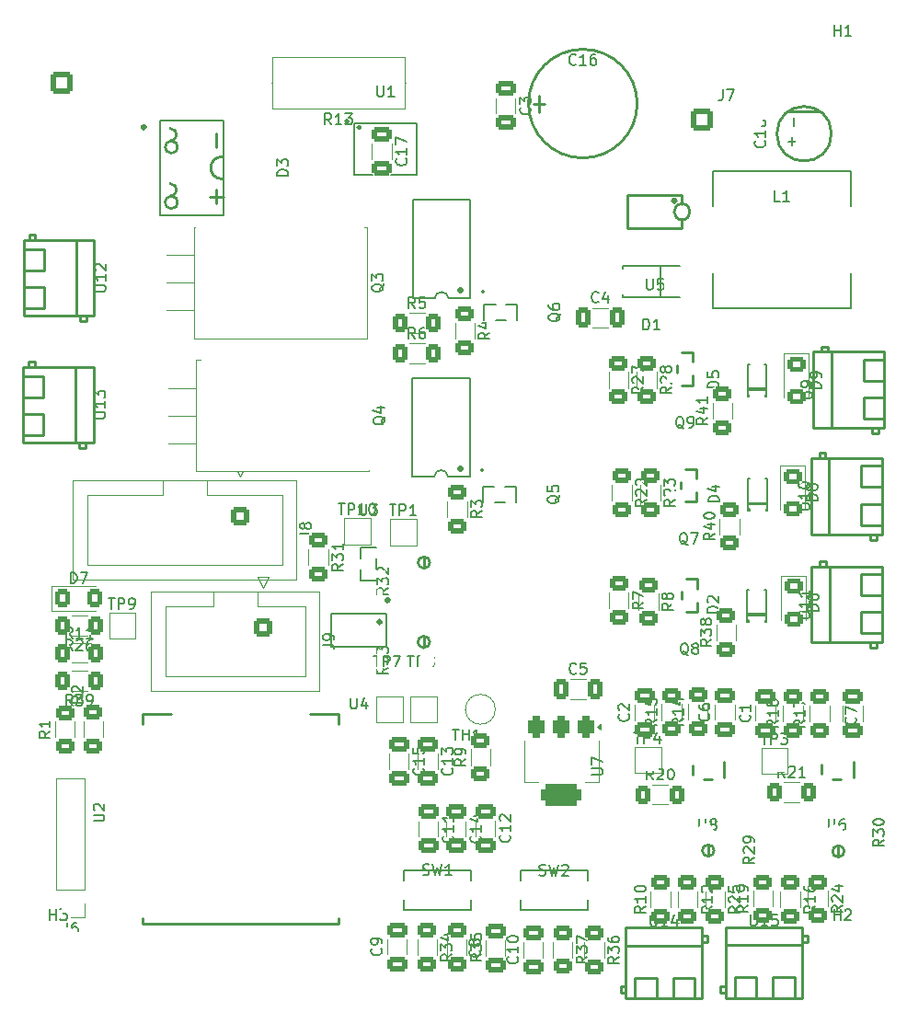
<source format=gbr>
%TF.GenerationSoftware,KiCad,Pcbnew,9.0.0*%
%TF.CreationDate,2025-08-03T03:58:21+03:00*%
%TF.ProjectId,HOT_AIRGUN_EXTRADOPE-rounded,484f545f-4149-4524-9755-4e5f45585452,rev?*%
%TF.SameCoordinates,Original*%
%TF.FileFunction,Legend,Top*%
%TF.FilePolarity,Positive*%
%FSLAX46Y46*%
G04 Gerber Fmt 4.6, Leading zero omitted, Abs format (unit mm)*
G04 Created by KiCad (PCBNEW 9.0.0) date 2025-08-03 03:58:21*
%MOMM*%
%LPD*%
G01*
G04 APERTURE LIST*
G04 Aperture macros list*
%AMRoundRect*
0 Rectangle with rounded corners*
0 $1 Rounding radius*
0 $2 $3 $4 $5 $6 $7 $8 $9 X,Y pos of 4 corners*
0 Add a 4 corners polygon primitive as box body*
4,1,4,$2,$3,$4,$5,$6,$7,$8,$9,$2,$3,0*
0 Add four circle primitives for the rounded corners*
1,1,$1+$1,$2,$3*
1,1,$1+$1,$4,$5*
1,1,$1+$1,$6,$7*
1,1,$1+$1,$8,$9*
0 Add four rect primitives between the rounded corners*
20,1,$1+$1,$2,$3,$4,$5,0*
20,1,$1+$1,$4,$5,$6,$7,0*
20,1,$1+$1,$6,$7,$8,$9,0*
20,1,$1+$1,$8,$9,$2,$3,0*%
G04 Aperture macros list end*
%ADD10C,0.150000*%
%ADD11C,0.200000*%
%ADD12C,0.250000*%
%ADD13C,0.120000*%
%ADD14C,0.300000*%
%ADD15C,0.600000*%
%ADD16RoundRect,0.250001X-0.799999X-0.799999X0.799999X-0.799999X0.799999X0.799999X-0.799999X0.799999X0*%
%ADD17C,2.100000*%
%ADD18C,1.600000*%
%ADD19RoundRect,0.250000X-0.625000X0.400000X-0.625000X-0.400000X0.625000X-0.400000X0.625000X0.400000X0*%
%ADD20C,1.520000*%
%ADD21RoundRect,0.250000X0.650000X-0.412500X0.650000X0.412500X-0.650000X0.412500X-0.650000X-0.412500X0*%
%ADD22RoundRect,0.250000X-0.400000X-0.625000X0.400000X-0.625000X0.400000X0.625000X-0.400000X0.625000X0*%
%ADD23R,2.000000X2.000000*%
%ADD24RoundRect,0.250000X-0.650000X0.412500X-0.650000X-0.412500X0.650000X-0.412500X0.650000X0.412500X0*%
%ADD25RoundRect,0.250000X-0.412500X-0.650000X0.412500X-0.650000X0.412500X0.650000X-0.412500X0.650000X0*%
%ADD26C,1.800000*%
%ADD27C,0.800000*%
%ADD28C,6.400000*%
%ADD29RoundRect,0.250000X0.625000X-0.400000X0.625000X0.400000X-0.625000X0.400000X-0.625000X-0.400000X0*%
%ADD30R,1.000000X0.800000*%
%ADD31R,0.600000X1.000000*%
%ADD32RoundRect,0.250001X-0.624999X0.462499X-0.624999X-0.462499X0.624999X-0.462499X0.624999X0.462499X0*%
%ADD33O,2.000000X1.905000*%
%ADD34R,2.000000X1.905000*%
%ADD35C,3.500000*%
%ADD36O,1.700000X1.700000*%
%ADD37R,1.700000X1.700000*%
%ADD38RoundRect,0.250000X0.400000X0.625000X-0.400000X0.625000X-0.400000X-0.625000X0.400000X-0.625000X0*%
%ADD39R,3.820000X5.820000*%
%ADD40RoundRect,0.375000X-0.375000X0.625000X-0.375000X-0.625000X0.375000X-0.625000X0.375000X0.625000X0*%
%ADD41RoundRect,0.500000X-1.400000X0.500000X-1.400000X-0.500000X1.400000X-0.500000X1.400000X0.500000X0*%
%ADD42R,2.470000X1.510000*%
%ADD43R,1.250000X0.700000*%
%ADD44R,1.150000X0.950000*%
%ADD45R,2.600000X1.420000*%
%ADD46R,0.700000X1.250000*%
%ADD47R,1.800000X1.800000*%
%ADD48R,1.740000X1.400000*%
%ADD49O,0.570000X1.950000*%
%ADD50C,1.700000*%
%ADD51RoundRect,0.250000X-0.600000X0.600000X-0.600000X-0.600000X0.600000X-0.600000X0.600000X0.600000X0*%
%ADD52RoundRect,0.250001X-0.462499X-0.624999X0.462499X-0.624999X0.462499X0.624999X-0.462499X0.624999X0*%
%ADD53R,5.000000X5.000000*%
%ADD54R,2.100000X0.950000*%
%ADD55R,0.950000X2.100000*%
%ADD56O,0.590000X2.050000*%
%ADD57O,2.400000X2.400000*%
%ADD58C,2.400000*%
%ADD59O,1.600000X1.600000*%
G04 APERTURE END LIST*
D10*
X51457142Y86340420D02*
X51409523Y86292800D01*
X51409523Y86292800D02*
X51266666Y86245181D01*
X51266666Y86245181D02*
X51171428Y86245181D01*
X51171428Y86245181D02*
X51028571Y86292800D01*
X51028571Y86292800D02*
X50933333Y86388039D01*
X50933333Y86388039D02*
X50885714Y86483277D01*
X50885714Y86483277D02*
X50838095Y86673753D01*
X50838095Y86673753D02*
X50838095Y86816610D01*
X50838095Y86816610D02*
X50885714Y87007086D01*
X50885714Y87007086D02*
X50933333Y87102324D01*
X50933333Y87102324D02*
X51028571Y87197562D01*
X51028571Y87197562D02*
X51171428Y87245181D01*
X51171428Y87245181D02*
X51266666Y87245181D01*
X51266666Y87245181D02*
X51409523Y87197562D01*
X51409523Y87197562D02*
X51457142Y87149943D01*
X52409523Y86245181D02*
X51838095Y86245181D01*
X52123809Y86245181D02*
X52123809Y87245181D01*
X52123809Y87245181D02*
X52028571Y87102324D01*
X52028571Y87102324D02*
X51933333Y87007086D01*
X51933333Y87007086D02*
X51838095Y86959467D01*
X53266666Y87245181D02*
X53076190Y87245181D01*
X53076190Y87245181D02*
X52980952Y87197562D01*
X52980952Y87197562D02*
X52933333Y87149943D01*
X52933333Y87149943D02*
X52838095Y87007086D01*
X52838095Y87007086D02*
X52790476Y86816610D01*
X52790476Y86816610D02*
X52790476Y86435658D01*
X52790476Y86435658D02*
X52838095Y86340420D01*
X52838095Y86340420D02*
X52885714Y86292800D01*
X52885714Y86292800D02*
X52980952Y86245181D01*
X52980952Y86245181D02*
X53171428Y86245181D01*
X53171428Y86245181D02*
X53266666Y86292800D01*
X53266666Y86292800D02*
X53314285Y86340420D01*
X53314285Y86340420D02*
X53361904Y86435658D01*
X53361904Y86435658D02*
X53361904Y86673753D01*
X53361904Y86673753D02*
X53314285Y86768991D01*
X53314285Y86768991D02*
X53266666Y86816610D01*
X53266666Y86816610D02*
X53171428Y86864229D01*
X53171428Y86864229D02*
X52980952Y86864229D01*
X52980952Y86864229D02*
X52885714Y86816610D01*
X52885714Y86816610D02*
X52838095Y86768991D01*
X52838095Y86768991D02*
X52790476Y86673753D01*
X66544819Y8803218D02*
X66068628Y8469885D01*
X66544819Y8231790D02*
X65544819Y8231790D01*
X65544819Y8231790D02*
X65544819Y8612742D01*
X65544819Y8612742D02*
X65592438Y8707980D01*
X65592438Y8707980D02*
X65640057Y8755599D01*
X65640057Y8755599D02*
X65735295Y8803218D01*
X65735295Y8803218D02*
X65878152Y8803218D01*
X65878152Y8803218D02*
X65973390Y8755599D01*
X65973390Y8755599D02*
X66021009Y8707980D01*
X66021009Y8707980D02*
X66068628Y8612742D01*
X66068628Y8612742D02*
X66068628Y8231790D01*
X65640057Y9184171D02*
X65592438Y9231790D01*
X65592438Y9231790D02*
X65544819Y9327028D01*
X65544819Y9327028D02*
X65544819Y9565123D01*
X65544819Y9565123D02*
X65592438Y9660361D01*
X65592438Y9660361D02*
X65640057Y9707980D01*
X65640057Y9707980D02*
X65735295Y9755599D01*
X65735295Y9755599D02*
X65830533Y9755599D01*
X65830533Y9755599D02*
X65973390Y9707980D01*
X65973390Y9707980D02*
X66544819Y9136552D01*
X66544819Y9136552D02*
X66544819Y9755599D01*
X65544819Y10660361D02*
X65544819Y10184171D01*
X65544819Y10184171D02*
X66021009Y10136552D01*
X66021009Y10136552D02*
X65973390Y10184171D01*
X65973390Y10184171D02*
X65925771Y10279409D01*
X65925771Y10279409D02*
X65925771Y10517504D01*
X65925771Y10517504D02*
X65973390Y10612742D01*
X65973390Y10612742D02*
X66021009Y10660361D01*
X66021009Y10660361D02*
X66116247Y10707980D01*
X66116247Y10707980D02*
X66354342Y10707980D01*
X66354342Y10707980D02*
X66449580Y10660361D01*
X66449580Y10660361D02*
X66497200Y10612742D01*
X66497200Y10612742D02*
X66544819Y10517504D01*
X66544819Y10517504D02*
X66544819Y10279409D01*
X66544819Y10279409D02*
X66497200Y10184171D01*
X66497200Y10184171D02*
X66449580Y10136552D01*
X34179819Y30803218D02*
X33703628Y30469885D01*
X34179819Y30231790D02*
X33179819Y30231790D01*
X33179819Y30231790D02*
X33179819Y30612742D01*
X33179819Y30612742D02*
X33227438Y30707980D01*
X33227438Y30707980D02*
X33275057Y30755599D01*
X33275057Y30755599D02*
X33370295Y30803218D01*
X33370295Y30803218D02*
X33513152Y30803218D01*
X33513152Y30803218D02*
X33608390Y30755599D01*
X33608390Y30755599D02*
X33656009Y30707980D01*
X33656009Y30707980D02*
X33703628Y30612742D01*
X33703628Y30612742D02*
X33703628Y30231790D01*
X33179819Y31136552D02*
X33179819Y31755599D01*
X33179819Y31755599D02*
X33560771Y31422266D01*
X33560771Y31422266D02*
X33560771Y31565123D01*
X33560771Y31565123D02*
X33608390Y31660361D01*
X33608390Y31660361D02*
X33656009Y31707980D01*
X33656009Y31707980D02*
X33751247Y31755599D01*
X33751247Y31755599D02*
X33989342Y31755599D01*
X33989342Y31755599D02*
X34084580Y31707980D01*
X34084580Y31707980D02*
X34132200Y31660361D01*
X34132200Y31660361D02*
X34179819Y31565123D01*
X34179819Y31565123D02*
X34179819Y31279409D01*
X34179819Y31279409D02*
X34132200Y31184171D01*
X34132200Y31184171D02*
X34084580Y31136552D01*
X33179819Y32088933D02*
X33179819Y32707980D01*
X33179819Y32707980D02*
X33560771Y32374647D01*
X33560771Y32374647D02*
X33560771Y32517504D01*
X33560771Y32517504D02*
X33608390Y32612742D01*
X33608390Y32612742D02*
X33656009Y32660361D01*
X33656009Y32660361D02*
X33751247Y32707980D01*
X33751247Y32707980D02*
X33989342Y32707980D01*
X33989342Y32707980D02*
X34084580Y32660361D01*
X34084580Y32660361D02*
X34132200Y32612742D01*
X34132200Y32612742D02*
X34179819Y32517504D01*
X34179819Y32517504D02*
X34179819Y32231790D01*
X34179819Y32231790D02*
X34132200Y32136552D01*
X34132200Y32136552D02*
X34084580Y32088933D01*
X63679580Y26529409D02*
X63727200Y26481790D01*
X63727200Y26481790D02*
X63774819Y26338933D01*
X63774819Y26338933D02*
X63774819Y26243695D01*
X63774819Y26243695D02*
X63727200Y26100838D01*
X63727200Y26100838D02*
X63631961Y26005600D01*
X63631961Y26005600D02*
X63536723Y25957981D01*
X63536723Y25957981D02*
X63346247Y25910362D01*
X63346247Y25910362D02*
X63203390Y25910362D01*
X63203390Y25910362D02*
X63012914Y25957981D01*
X63012914Y25957981D02*
X62917676Y26005600D01*
X62917676Y26005600D02*
X62822438Y26100838D01*
X62822438Y26100838D02*
X62774819Y26243695D01*
X62774819Y26243695D02*
X62774819Y26338933D01*
X62774819Y26338933D02*
X62822438Y26481790D01*
X62822438Y26481790D02*
X62870057Y26529409D01*
X62774819Y27386552D02*
X62774819Y27196076D01*
X62774819Y27196076D02*
X62822438Y27100838D01*
X62822438Y27100838D02*
X62870057Y27053219D01*
X62870057Y27053219D02*
X63012914Y26957981D01*
X63012914Y26957981D02*
X63203390Y26910362D01*
X63203390Y26910362D02*
X63584342Y26910362D01*
X63584342Y26910362D02*
X63679580Y26957981D01*
X63679580Y26957981D02*
X63727200Y27005600D01*
X63727200Y27005600D02*
X63774819Y27100838D01*
X63774819Y27100838D02*
X63774819Y27291314D01*
X63774819Y27291314D02*
X63727200Y27386552D01*
X63727200Y27386552D02*
X63679580Y27434171D01*
X63679580Y27434171D02*
X63584342Y27481790D01*
X63584342Y27481790D02*
X63346247Y27481790D01*
X63346247Y27481790D02*
X63251009Y27434171D01*
X63251009Y27434171D02*
X63203390Y27386552D01*
X63203390Y27386552D02*
X63155771Y27291314D01*
X63155771Y27291314D02*
X63155771Y27100838D01*
X63155771Y27100838D02*
X63203390Y27005600D01*
X63203390Y27005600D02*
X63251009Y26957981D01*
X63251009Y26957981D02*
X63346247Y26910362D01*
X5107142Y33506256D02*
X4773809Y33982447D01*
X4535714Y33506256D02*
X4535714Y34506256D01*
X4535714Y34506256D02*
X4916666Y34506256D01*
X4916666Y34506256D02*
X5011904Y34458637D01*
X5011904Y34458637D02*
X5059523Y34411018D01*
X5059523Y34411018D02*
X5107142Y34315780D01*
X5107142Y34315780D02*
X5107142Y34172923D01*
X5107142Y34172923D02*
X5059523Y34077685D01*
X5059523Y34077685D02*
X5011904Y34030066D01*
X5011904Y34030066D02*
X4916666Y33982447D01*
X4916666Y33982447D02*
X4535714Y33982447D01*
X6059523Y33506256D02*
X5488095Y33506256D01*
X5773809Y33506256D02*
X5773809Y34506256D01*
X5773809Y34506256D02*
X5678571Y34363399D01*
X5678571Y34363399D02*
X5583333Y34268161D01*
X5583333Y34268161D02*
X5488095Y34220542D01*
X7011904Y33506256D02*
X6440476Y33506256D01*
X6726190Y33506256D02*
X6726190Y34506256D01*
X6726190Y34506256D02*
X6630952Y34363399D01*
X6630952Y34363399D02*
X6535714Y34268161D01*
X6535714Y34268161D02*
X6440476Y34220542D01*
X32843095Y31891756D02*
X33414523Y31891756D01*
X33128809Y30891756D02*
X33128809Y31891756D01*
X33747857Y30891756D02*
X33747857Y31891756D01*
X33747857Y31891756D02*
X34128809Y31891756D01*
X34128809Y31891756D02*
X34224047Y31844137D01*
X34224047Y31844137D02*
X34271666Y31796518D01*
X34271666Y31796518D02*
X34319285Y31701280D01*
X34319285Y31701280D02*
X34319285Y31558423D01*
X34319285Y31558423D02*
X34271666Y31463185D01*
X34271666Y31463185D02*
X34224047Y31415566D01*
X34224047Y31415566D02*
X34128809Y31367947D01*
X34128809Y31367947D02*
X33747857Y31367947D01*
X34652619Y31891756D02*
X35319285Y31891756D01*
X35319285Y31891756D02*
X34890714Y30891756D01*
X40049819Y4410718D02*
X39573628Y4077385D01*
X40049819Y3839290D02*
X39049819Y3839290D01*
X39049819Y3839290D02*
X39049819Y4220242D01*
X39049819Y4220242D02*
X39097438Y4315480D01*
X39097438Y4315480D02*
X39145057Y4363099D01*
X39145057Y4363099D02*
X39240295Y4410718D01*
X39240295Y4410718D02*
X39383152Y4410718D01*
X39383152Y4410718D02*
X39478390Y4363099D01*
X39478390Y4363099D02*
X39526009Y4315480D01*
X39526009Y4315480D02*
X39573628Y4220242D01*
X39573628Y4220242D02*
X39573628Y3839290D01*
X39049819Y4744052D02*
X39049819Y5363099D01*
X39049819Y5363099D02*
X39430771Y5029766D01*
X39430771Y5029766D02*
X39430771Y5172623D01*
X39430771Y5172623D02*
X39478390Y5267861D01*
X39478390Y5267861D02*
X39526009Y5315480D01*
X39526009Y5315480D02*
X39621247Y5363099D01*
X39621247Y5363099D02*
X39859342Y5363099D01*
X39859342Y5363099D02*
X39954580Y5315480D01*
X39954580Y5315480D02*
X40002200Y5267861D01*
X40002200Y5267861D02*
X40049819Y5172623D01*
X40049819Y5172623D02*
X40049819Y4886909D01*
X40049819Y4886909D02*
X40002200Y4791671D01*
X40002200Y4791671D02*
X39954580Y4744052D01*
X39383152Y6220242D02*
X40049819Y6220242D01*
X39002200Y5982147D02*
X39716485Y5744052D01*
X39716485Y5744052D02*
X39716485Y6363099D01*
X45334580Y15360718D02*
X45382200Y15313099D01*
X45382200Y15313099D02*
X45429819Y15170242D01*
X45429819Y15170242D02*
X45429819Y15075004D01*
X45429819Y15075004D02*
X45382200Y14932147D01*
X45382200Y14932147D02*
X45286961Y14836909D01*
X45286961Y14836909D02*
X45191723Y14789290D01*
X45191723Y14789290D02*
X45001247Y14741671D01*
X45001247Y14741671D02*
X44858390Y14741671D01*
X44858390Y14741671D02*
X44667914Y14789290D01*
X44667914Y14789290D02*
X44572676Y14836909D01*
X44572676Y14836909D02*
X44477438Y14932147D01*
X44477438Y14932147D02*
X44429819Y15075004D01*
X44429819Y15075004D02*
X44429819Y15170242D01*
X44429819Y15170242D02*
X44477438Y15313099D01*
X44477438Y15313099D02*
X44525057Y15360718D01*
X45429819Y16313099D02*
X45429819Y15741671D01*
X45429819Y16027385D02*
X44429819Y16027385D01*
X44429819Y16027385D02*
X44572676Y15932147D01*
X44572676Y15932147D02*
X44667914Y15836909D01*
X44667914Y15836909D02*
X44715533Y15741671D01*
X44525057Y16694052D02*
X44477438Y16741671D01*
X44477438Y16741671D02*
X44429819Y16836909D01*
X44429819Y16836909D02*
X44429819Y17075004D01*
X44429819Y17075004D02*
X44477438Y17170242D01*
X44477438Y17170242D02*
X44525057Y17217861D01*
X44525057Y17217861D02*
X44620295Y17265480D01*
X44620295Y17265480D02*
X44715533Y17265480D01*
X44715533Y17265480D02*
X44858390Y17217861D01*
X44858390Y17217861D02*
X45429819Y16646433D01*
X45429819Y16646433D02*
X45429819Y17265480D01*
X51483333Y30306495D02*
X51435714Y30258875D01*
X51435714Y30258875D02*
X51292857Y30211256D01*
X51292857Y30211256D02*
X51197619Y30211256D01*
X51197619Y30211256D02*
X51054762Y30258875D01*
X51054762Y30258875D02*
X50959524Y30354114D01*
X50959524Y30354114D02*
X50911905Y30449352D01*
X50911905Y30449352D02*
X50864286Y30639828D01*
X50864286Y30639828D02*
X50864286Y30782685D01*
X50864286Y30782685D02*
X50911905Y30973161D01*
X50911905Y30973161D02*
X50959524Y31068399D01*
X50959524Y31068399D02*
X51054762Y31163637D01*
X51054762Y31163637D02*
X51197619Y31211256D01*
X51197619Y31211256D02*
X51292857Y31211256D01*
X51292857Y31211256D02*
X51435714Y31163637D01*
X51435714Y31163637D02*
X51483333Y31116018D01*
X52388095Y31211256D02*
X51911905Y31211256D01*
X51911905Y31211256D02*
X51864286Y30735066D01*
X51864286Y30735066D02*
X51911905Y30782685D01*
X51911905Y30782685D02*
X52007143Y30830304D01*
X52007143Y30830304D02*
X52245238Y30830304D01*
X52245238Y30830304D02*
X52340476Y30782685D01*
X52340476Y30782685D02*
X52388095Y30735066D01*
X52388095Y30735066D02*
X52435714Y30639828D01*
X52435714Y30639828D02*
X52435714Y30401733D01*
X52435714Y30401733D02*
X52388095Y30306495D01*
X52388095Y30306495D02*
X52340476Y30258875D01*
X52340476Y30258875D02*
X52245238Y30211256D01*
X52245238Y30211256D02*
X52007143Y30211256D01*
X52007143Y30211256D02*
X51911905Y30258875D01*
X51911905Y30258875D02*
X51864286Y30306495D01*
X67429580Y26441909D02*
X67477200Y26394290D01*
X67477200Y26394290D02*
X67524819Y26251433D01*
X67524819Y26251433D02*
X67524819Y26156195D01*
X67524819Y26156195D02*
X67477200Y26013338D01*
X67477200Y26013338D02*
X67381961Y25918100D01*
X67381961Y25918100D02*
X67286723Y25870481D01*
X67286723Y25870481D02*
X67096247Y25822862D01*
X67096247Y25822862D02*
X66953390Y25822862D01*
X66953390Y25822862D02*
X66762914Y25870481D01*
X66762914Y25870481D02*
X66667676Y25918100D01*
X66667676Y25918100D02*
X66572438Y26013338D01*
X66572438Y26013338D02*
X66524819Y26156195D01*
X66524819Y26156195D02*
X66524819Y26251433D01*
X66524819Y26251433D02*
X66572438Y26394290D01*
X66572438Y26394290D02*
X66620057Y26441909D01*
X67524819Y27394290D02*
X67524819Y26822862D01*
X67524819Y27108576D02*
X66524819Y27108576D01*
X66524819Y27108576D02*
X66667676Y27013338D01*
X66667676Y27013338D02*
X66762914Y26918100D01*
X66762914Y26918100D02*
X66810533Y26822862D01*
X58329405Y8013756D02*
X58329405Y7204233D01*
X58329405Y7204233D02*
X58377024Y7108995D01*
X58377024Y7108995D02*
X58424643Y7061375D01*
X58424643Y7061375D02*
X58519881Y7013756D01*
X58519881Y7013756D02*
X58710357Y7013756D01*
X58710357Y7013756D02*
X58805595Y7061375D01*
X58805595Y7061375D02*
X58853214Y7108995D01*
X58853214Y7108995D02*
X58900833Y7204233D01*
X58900833Y7204233D02*
X58900833Y8013756D01*
X59900833Y7013756D02*
X59329405Y7013756D01*
X59615119Y7013756D02*
X59615119Y8013756D01*
X59615119Y8013756D02*
X59519881Y7870899D01*
X59519881Y7870899D02*
X59424643Y7775661D01*
X59424643Y7775661D02*
X59329405Y7728042D01*
X60757976Y7680423D02*
X60757976Y7013756D01*
X60519881Y8061375D02*
X60281786Y7347090D01*
X60281786Y7347090D02*
X60900833Y7347090D01*
X75238095Y88945181D02*
X75238095Y89945181D01*
X75238095Y89468991D02*
X75809523Y89468991D01*
X75809523Y88945181D02*
X75809523Y89945181D01*
X76809523Y88945181D02*
X76238095Y88945181D01*
X76523809Y88945181D02*
X76523809Y89945181D01*
X76523809Y89945181D02*
X76428571Y89802324D01*
X76428571Y89802324D02*
X76333333Y89707086D01*
X76333333Y89707086D02*
X76238095Y89659467D01*
X36658333Y61081256D02*
X36325000Y61557447D01*
X36086905Y61081256D02*
X36086905Y62081256D01*
X36086905Y62081256D02*
X36467857Y62081256D01*
X36467857Y62081256D02*
X36563095Y62033637D01*
X36563095Y62033637D02*
X36610714Y61986018D01*
X36610714Y61986018D02*
X36658333Y61890780D01*
X36658333Y61890780D02*
X36658333Y61747923D01*
X36658333Y61747923D02*
X36610714Y61652685D01*
X36610714Y61652685D02*
X36563095Y61605066D01*
X36563095Y61605066D02*
X36467857Y61557447D01*
X36467857Y61557447D02*
X36086905Y61557447D01*
X37515476Y62081256D02*
X37325000Y62081256D01*
X37325000Y62081256D02*
X37229762Y62033637D01*
X37229762Y62033637D02*
X37182143Y61986018D01*
X37182143Y61986018D02*
X37086905Y61843161D01*
X37086905Y61843161D02*
X37039286Y61652685D01*
X37039286Y61652685D02*
X37039286Y61271733D01*
X37039286Y61271733D02*
X37086905Y61176495D01*
X37086905Y61176495D02*
X37134524Y61128875D01*
X37134524Y61128875D02*
X37229762Y61081256D01*
X37229762Y61081256D02*
X37420238Y61081256D01*
X37420238Y61081256D02*
X37515476Y61128875D01*
X37515476Y61128875D02*
X37563095Y61176495D01*
X37563095Y61176495D02*
X37610714Y61271733D01*
X37610714Y61271733D02*
X37610714Y61509828D01*
X37610714Y61509828D02*
X37563095Y61605066D01*
X37563095Y61605066D02*
X37515476Y61652685D01*
X37515476Y61652685D02*
X37420238Y61700304D01*
X37420238Y61700304D02*
X37229762Y61700304D01*
X37229762Y61700304D02*
X37134524Y61652685D01*
X37134524Y61652685D02*
X37086905Y61605066D01*
X37086905Y61605066D02*
X37039286Y61509828D01*
X60404819Y36699409D02*
X59928628Y36366076D01*
X60404819Y36127981D02*
X59404819Y36127981D01*
X59404819Y36127981D02*
X59404819Y36508933D01*
X59404819Y36508933D02*
X59452438Y36604171D01*
X59452438Y36604171D02*
X59500057Y36651790D01*
X59500057Y36651790D02*
X59595295Y36699409D01*
X59595295Y36699409D02*
X59738152Y36699409D01*
X59738152Y36699409D02*
X59833390Y36651790D01*
X59833390Y36651790D02*
X59881009Y36604171D01*
X59881009Y36604171D02*
X59928628Y36508933D01*
X59928628Y36508933D02*
X59928628Y36127981D01*
X59833390Y37270838D02*
X59785771Y37175600D01*
X59785771Y37175600D02*
X59738152Y37127981D01*
X59738152Y37127981D02*
X59642914Y37080362D01*
X59642914Y37080362D02*
X59595295Y37080362D01*
X59595295Y37080362D02*
X59500057Y37127981D01*
X59500057Y37127981D02*
X59452438Y37175600D01*
X59452438Y37175600D02*
X59404819Y37270838D01*
X59404819Y37270838D02*
X59404819Y37461314D01*
X59404819Y37461314D02*
X59452438Y37556552D01*
X59452438Y37556552D02*
X59500057Y37604171D01*
X59500057Y37604171D02*
X59595295Y37651790D01*
X59595295Y37651790D02*
X59642914Y37651790D01*
X59642914Y37651790D02*
X59738152Y37604171D01*
X59738152Y37604171D02*
X59785771Y37556552D01*
X59785771Y37556552D02*
X59833390Y37461314D01*
X59833390Y37461314D02*
X59833390Y37270838D01*
X59833390Y37270838D02*
X59881009Y37175600D01*
X59881009Y37175600D02*
X59928628Y37127981D01*
X59928628Y37127981D02*
X60023866Y37080362D01*
X60023866Y37080362D02*
X60214342Y37080362D01*
X60214342Y37080362D02*
X60309580Y37127981D01*
X60309580Y37127981D02*
X60357200Y37175600D01*
X60357200Y37175600D02*
X60404819Y37270838D01*
X60404819Y37270838D02*
X60404819Y37461314D01*
X60404819Y37461314D02*
X60357200Y37556552D01*
X60357200Y37556552D02*
X60309580Y37604171D01*
X60309580Y37604171D02*
X60214342Y37651790D01*
X60214342Y37651790D02*
X60023866Y37651790D01*
X60023866Y37651790D02*
X59928628Y37604171D01*
X59928628Y37604171D02*
X59881009Y37556552D01*
X59881009Y37556552D02*
X59833390Y37461314D01*
X8438095Y37184256D02*
X9009523Y37184256D01*
X8723809Y36184256D02*
X8723809Y37184256D01*
X9342857Y36184256D02*
X9342857Y37184256D01*
X9342857Y37184256D02*
X9723809Y37184256D01*
X9723809Y37184256D02*
X9819047Y37136637D01*
X9819047Y37136637D02*
X9866666Y37089018D01*
X9866666Y37089018D02*
X9914285Y36993780D01*
X9914285Y36993780D02*
X9914285Y36850923D01*
X9914285Y36850923D02*
X9866666Y36755685D01*
X9866666Y36755685D02*
X9819047Y36708066D01*
X9819047Y36708066D02*
X9723809Y36660447D01*
X9723809Y36660447D02*
X9342857Y36660447D01*
X10390476Y36184256D02*
X10580952Y36184256D01*
X10580952Y36184256D02*
X10676190Y36231875D01*
X10676190Y36231875D02*
X10723809Y36279495D01*
X10723809Y36279495D02*
X10819047Y36422352D01*
X10819047Y36422352D02*
X10866666Y36612828D01*
X10866666Y36612828D02*
X10866666Y36993780D01*
X10866666Y36993780D02*
X10819047Y37089018D01*
X10819047Y37089018D02*
X10771428Y37136637D01*
X10771428Y37136637D02*
X10676190Y37184256D01*
X10676190Y37184256D02*
X10485714Y37184256D01*
X10485714Y37184256D02*
X10390476Y37136637D01*
X10390476Y37136637D02*
X10342857Y37089018D01*
X10342857Y37089018D02*
X10295238Y36993780D01*
X10295238Y36993780D02*
X10295238Y36755685D01*
X10295238Y36755685D02*
X10342857Y36660447D01*
X10342857Y36660447D02*
X10390476Y36612828D01*
X10390476Y36612828D02*
X10485714Y36565209D01*
X10485714Y36565209D02*
X10676190Y36565209D01*
X10676190Y36565209D02*
X10771428Y36612828D01*
X10771428Y36612828D02*
X10819047Y36660447D01*
X10819047Y36660447D02*
X10866666Y36755685D01*
X34328095Y45799256D02*
X34899523Y45799256D01*
X34613809Y44799256D02*
X34613809Y45799256D01*
X35232857Y44799256D02*
X35232857Y45799256D01*
X35232857Y45799256D02*
X35613809Y45799256D01*
X35613809Y45799256D02*
X35709047Y45751637D01*
X35709047Y45751637D02*
X35756666Y45704018D01*
X35756666Y45704018D02*
X35804285Y45608780D01*
X35804285Y45608780D02*
X35804285Y45465923D01*
X35804285Y45465923D02*
X35756666Y45370685D01*
X35756666Y45370685D02*
X35709047Y45323066D01*
X35709047Y45323066D02*
X35613809Y45275447D01*
X35613809Y45275447D02*
X35232857Y45275447D01*
X36756666Y44799256D02*
X36185238Y44799256D01*
X36470952Y44799256D02*
X36470952Y45799256D01*
X36470952Y45799256D02*
X36375714Y45656399D01*
X36375714Y45656399D02*
X36280476Y45561161D01*
X36280476Y45561161D02*
X36185238Y45513542D01*
X3069819Y24934409D02*
X2593628Y24601076D01*
X3069819Y24362981D02*
X2069819Y24362981D01*
X2069819Y24362981D02*
X2069819Y24743933D01*
X2069819Y24743933D02*
X2117438Y24839171D01*
X2117438Y24839171D02*
X2165057Y24886790D01*
X2165057Y24886790D02*
X2260295Y24934409D01*
X2260295Y24934409D02*
X2403152Y24934409D01*
X2403152Y24934409D02*
X2498390Y24886790D01*
X2498390Y24886790D02*
X2546009Y24839171D01*
X2546009Y24839171D02*
X2593628Y24743933D01*
X2593628Y24743933D02*
X2593628Y24362981D01*
X3069819Y25886790D02*
X3069819Y25315362D01*
X3069819Y25601076D02*
X2069819Y25601076D01*
X2069819Y25601076D02*
X2212676Y25505838D01*
X2212676Y25505838D02*
X2307914Y25410600D01*
X2307914Y25410600D02*
X2355533Y25315362D01*
X61754761Y42091018D02*
X61659523Y42138637D01*
X61659523Y42138637D02*
X61564285Y42233875D01*
X61564285Y42233875D02*
X61421428Y42376733D01*
X61421428Y42376733D02*
X61326190Y42424352D01*
X61326190Y42424352D02*
X61230952Y42424352D01*
X61278571Y42186256D02*
X61183333Y42233875D01*
X61183333Y42233875D02*
X61088095Y42329114D01*
X61088095Y42329114D02*
X61040476Y42519590D01*
X61040476Y42519590D02*
X61040476Y42852923D01*
X61040476Y42852923D02*
X61088095Y43043399D01*
X61088095Y43043399D02*
X61183333Y43138637D01*
X61183333Y43138637D02*
X61278571Y43186256D01*
X61278571Y43186256D02*
X61469047Y43186256D01*
X61469047Y43186256D02*
X61564285Y43138637D01*
X61564285Y43138637D02*
X61659523Y43043399D01*
X61659523Y43043399D02*
X61707142Y42852923D01*
X61707142Y42852923D02*
X61707142Y42519590D01*
X61707142Y42519590D02*
X61659523Y42329114D01*
X61659523Y42329114D02*
X61564285Y42233875D01*
X61564285Y42233875D02*
X61469047Y42186256D01*
X61469047Y42186256D02*
X61278571Y42186256D01*
X62040476Y43186256D02*
X62707142Y43186256D01*
X62707142Y43186256D02*
X62278571Y42186256D01*
X29616905Y45879256D02*
X30188333Y45879256D01*
X29902619Y44879256D02*
X29902619Y45879256D01*
X30521667Y44879256D02*
X30521667Y45879256D01*
X30521667Y45879256D02*
X30902619Y45879256D01*
X30902619Y45879256D02*
X30997857Y45831637D01*
X30997857Y45831637D02*
X31045476Y45784018D01*
X31045476Y45784018D02*
X31093095Y45688780D01*
X31093095Y45688780D02*
X31093095Y45545923D01*
X31093095Y45545923D02*
X31045476Y45450685D01*
X31045476Y45450685D02*
X30997857Y45403066D01*
X30997857Y45403066D02*
X30902619Y45355447D01*
X30902619Y45355447D02*
X30521667Y45355447D01*
X32045476Y44879256D02*
X31474048Y44879256D01*
X31759762Y44879256D02*
X31759762Y45879256D01*
X31759762Y45879256D02*
X31664524Y45736399D01*
X31664524Y45736399D02*
X31569286Y45641161D01*
X31569286Y45641161D02*
X31474048Y45593542D01*
X32664524Y45879256D02*
X32759762Y45879256D01*
X32759762Y45879256D02*
X32855000Y45831637D01*
X32855000Y45831637D02*
X32902619Y45784018D01*
X32902619Y45784018D02*
X32950238Y45688780D01*
X32950238Y45688780D02*
X32997857Y45498304D01*
X32997857Y45498304D02*
X32997857Y45260209D01*
X32997857Y45260209D02*
X32950238Y45069733D01*
X32950238Y45069733D02*
X32902619Y44974495D01*
X32902619Y44974495D02*
X32855000Y44926875D01*
X32855000Y44926875D02*
X32759762Y44879256D01*
X32759762Y44879256D02*
X32664524Y44879256D01*
X32664524Y44879256D02*
X32569286Y44926875D01*
X32569286Y44926875D02*
X32521667Y44974495D01*
X32521667Y44974495D02*
X32474048Y45069733D01*
X32474048Y45069733D02*
X32426429Y45260209D01*
X32426429Y45260209D02*
X32426429Y45498304D01*
X32426429Y45498304D02*
X32474048Y45688780D01*
X32474048Y45688780D02*
X32521667Y45784018D01*
X32521667Y45784018D02*
X32569286Y45831637D01*
X32569286Y45831637D02*
X32664524Y45879256D01*
X40034580Y21523218D02*
X40082200Y21475599D01*
X40082200Y21475599D02*
X40129819Y21332742D01*
X40129819Y21332742D02*
X40129819Y21237504D01*
X40129819Y21237504D02*
X40082200Y21094647D01*
X40082200Y21094647D02*
X39986961Y20999409D01*
X39986961Y20999409D02*
X39891723Y20951790D01*
X39891723Y20951790D02*
X39701247Y20904171D01*
X39701247Y20904171D02*
X39558390Y20904171D01*
X39558390Y20904171D02*
X39367914Y20951790D01*
X39367914Y20951790D02*
X39272676Y20999409D01*
X39272676Y20999409D02*
X39177438Y21094647D01*
X39177438Y21094647D02*
X39129819Y21237504D01*
X39129819Y21237504D02*
X39129819Y21332742D01*
X39129819Y21332742D02*
X39177438Y21475599D01*
X39177438Y21475599D02*
X39225057Y21523218D01*
X40129819Y22475599D02*
X40129819Y21904171D01*
X40129819Y22189885D02*
X39129819Y22189885D01*
X39129819Y22189885D02*
X39272676Y22094647D01*
X39272676Y22094647D02*
X39367914Y21999409D01*
X39367914Y21999409D02*
X39415533Y21904171D01*
X39129819Y22808933D02*
X39129819Y23427980D01*
X39129819Y23427980D02*
X39510771Y23094647D01*
X39510771Y23094647D02*
X39510771Y23237504D01*
X39510771Y23237504D02*
X39558390Y23332742D01*
X39558390Y23332742D02*
X39606009Y23380361D01*
X39606009Y23380361D02*
X39701247Y23427980D01*
X39701247Y23427980D02*
X39939342Y23427980D01*
X39939342Y23427980D02*
X40034580Y23380361D01*
X40034580Y23380361D02*
X40082200Y23332742D01*
X40082200Y23332742D02*
X40129819Y23237504D01*
X40129819Y23237504D02*
X40129819Y22951790D01*
X40129819Y22951790D02*
X40082200Y22856552D01*
X40082200Y22856552D02*
X40034580Y22808933D01*
X74708095Y16866256D02*
X74708095Y16056733D01*
X74708095Y16056733D02*
X74755714Y15961495D01*
X74755714Y15961495D02*
X74803333Y15913875D01*
X74803333Y15913875D02*
X74898571Y15866256D01*
X74898571Y15866256D02*
X75089047Y15866256D01*
X75089047Y15866256D02*
X75184285Y15913875D01*
X75184285Y15913875D02*
X75231904Y15961495D01*
X75231904Y15961495D02*
X75279523Y16056733D01*
X75279523Y16056733D02*
X75279523Y16866256D01*
X76184285Y16866256D02*
X75993809Y16866256D01*
X75993809Y16866256D02*
X75898571Y16818637D01*
X75898571Y16818637D02*
X75850952Y16771018D01*
X75850952Y16771018D02*
X75755714Y16628161D01*
X75755714Y16628161D02*
X75708095Y16437685D01*
X75708095Y16437685D02*
X75708095Y16056733D01*
X75708095Y16056733D02*
X75755714Y15961495D01*
X75755714Y15961495D02*
X75803333Y15913875D01*
X75803333Y15913875D02*
X75898571Y15866256D01*
X75898571Y15866256D02*
X76089047Y15866256D01*
X76089047Y15866256D02*
X76184285Y15913875D01*
X76184285Y15913875D02*
X76231904Y15961495D01*
X76231904Y15961495D02*
X76279523Y16056733D01*
X76279523Y16056733D02*
X76279523Y16294828D01*
X76279523Y16294828D02*
X76231904Y16390066D01*
X76231904Y16390066D02*
X76184285Y16437685D01*
X76184285Y16437685D02*
X76089047Y16485304D01*
X76089047Y16485304D02*
X75898571Y16485304D01*
X75898571Y16485304D02*
X75803333Y16437685D01*
X75803333Y16437685D02*
X75755714Y16390066D01*
X75755714Y16390066D02*
X75708095Y16294828D01*
X74024819Y56502981D02*
X73024819Y56502981D01*
X73024819Y56502981D02*
X73024819Y56741076D01*
X73024819Y56741076D02*
X73072438Y56883933D01*
X73072438Y56883933D02*
X73167676Y56979171D01*
X73167676Y56979171D02*
X73262914Y57026790D01*
X73262914Y57026790D02*
X73453390Y57074409D01*
X73453390Y57074409D02*
X73596247Y57074409D01*
X73596247Y57074409D02*
X73786723Y57026790D01*
X73786723Y57026790D02*
X73881961Y56979171D01*
X73881961Y56979171D02*
X73977200Y56883933D01*
X73977200Y56883933D02*
X74024819Y56741076D01*
X74024819Y56741076D02*
X74024819Y56502981D01*
X74024819Y57550600D02*
X74024819Y57741076D01*
X74024819Y57741076D02*
X73977200Y57836314D01*
X73977200Y57836314D02*
X73929580Y57883933D01*
X73929580Y57883933D02*
X73786723Y57979171D01*
X73786723Y57979171D02*
X73596247Y58026790D01*
X73596247Y58026790D02*
X73215295Y58026790D01*
X73215295Y58026790D02*
X73120057Y57979171D01*
X73120057Y57979171D02*
X73072438Y57931552D01*
X73072438Y57931552D02*
X73024819Y57836314D01*
X73024819Y57836314D02*
X73024819Y57645838D01*
X73024819Y57645838D02*
X73072438Y57550600D01*
X73072438Y57550600D02*
X73120057Y57502981D01*
X73120057Y57502981D02*
X73215295Y57455362D01*
X73215295Y57455362D02*
X73453390Y57455362D01*
X73453390Y57455362D02*
X73548628Y57502981D01*
X73548628Y57502981D02*
X73596247Y57550600D01*
X73596247Y57550600D02*
X73643866Y57645838D01*
X73643866Y57645838D02*
X73643866Y57836314D01*
X73643866Y57836314D02*
X73596247Y57931552D01*
X73596247Y57931552D02*
X73548628Y57979171D01*
X73548628Y57979171D02*
X73453390Y58026790D01*
X33780057Y66115837D02*
X33732438Y66020599D01*
X33732438Y66020599D02*
X33637200Y65925361D01*
X33637200Y65925361D02*
X33494342Y65782504D01*
X33494342Y65782504D02*
X33446723Y65687266D01*
X33446723Y65687266D02*
X33446723Y65592028D01*
X33684819Y65639647D02*
X33637200Y65544409D01*
X33637200Y65544409D02*
X33541961Y65449171D01*
X33541961Y65449171D02*
X33351485Y65401552D01*
X33351485Y65401552D02*
X33018152Y65401552D01*
X33018152Y65401552D02*
X32827676Y65449171D01*
X32827676Y65449171D02*
X32732438Y65544409D01*
X32732438Y65544409D02*
X32684819Y65639647D01*
X32684819Y65639647D02*
X32684819Y65830123D01*
X32684819Y65830123D02*
X32732438Y65925361D01*
X32732438Y65925361D02*
X32827676Y66020599D01*
X32827676Y66020599D02*
X33018152Y66068218D01*
X33018152Y66068218D02*
X33351485Y66068218D01*
X33351485Y66068218D02*
X33541961Y66020599D01*
X33541961Y66020599D02*
X33637200Y65925361D01*
X33637200Y65925361D02*
X33684819Y65830123D01*
X33684819Y65830123D02*
X33684819Y65639647D01*
X32684819Y66401552D02*
X32684819Y67020599D01*
X32684819Y67020599D02*
X33065771Y66687266D01*
X33065771Y66687266D02*
X33065771Y66830123D01*
X33065771Y66830123D02*
X33113390Y66925361D01*
X33113390Y66925361D02*
X33161009Y66972980D01*
X33161009Y66972980D02*
X33256247Y67020599D01*
X33256247Y67020599D02*
X33494342Y67020599D01*
X33494342Y67020599D02*
X33589580Y66972980D01*
X33589580Y66972980D02*
X33637200Y66925361D01*
X33637200Y66925361D02*
X33684819Y66830123D01*
X33684819Y66830123D02*
X33684819Y66544409D01*
X33684819Y66544409D02*
X33637200Y66449171D01*
X33637200Y66449171D02*
X33589580Y66401552D01*
X4616666Y7331256D02*
X4616666Y6616971D01*
X4616666Y6616971D02*
X4569047Y6474114D01*
X4569047Y6474114D02*
X4473809Y6378875D01*
X4473809Y6378875D02*
X4330952Y6331256D01*
X4330952Y6331256D02*
X4235714Y6331256D01*
X5521428Y7331256D02*
X5330952Y7331256D01*
X5330952Y7331256D02*
X5235714Y7283637D01*
X5235714Y7283637D02*
X5188095Y7236018D01*
X5188095Y7236018D02*
X5092857Y7093161D01*
X5092857Y7093161D02*
X5045238Y6902685D01*
X5045238Y6902685D02*
X5045238Y6521733D01*
X5045238Y6521733D02*
X5092857Y6426495D01*
X5092857Y6426495D02*
X5140476Y6378875D01*
X5140476Y6378875D02*
X5235714Y6331256D01*
X5235714Y6331256D02*
X5426190Y6331256D01*
X5426190Y6331256D02*
X5521428Y6378875D01*
X5521428Y6378875D02*
X5569047Y6426495D01*
X5569047Y6426495D02*
X5616666Y6521733D01*
X5616666Y6521733D02*
X5616666Y6759828D01*
X5616666Y6759828D02*
X5569047Y6855066D01*
X5569047Y6855066D02*
X5521428Y6902685D01*
X5521428Y6902685D02*
X5426190Y6950304D01*
X5426190Y6950304D02*
X5235714Y6950304D01*
X5235714Y6950304D02*
X5140476Y6902685D01*
X5140476Y6902685D02*
X5092857Y6855066D01*
X5092857Y6855066D02*
X5045238Y6759828D01*
X57974819Y46248218D02*
X57498628Y45914885D01*
X57974819Y45676790D02*
X56974819Y45676790D01*
X56974819Y45676790D02*
X56974819Y46057742D01*
X56974819Y46057742D02*
X57022438Y46152980D01*
X57022438Y46152980D02*
X57070057Y46200599D01*
X57070057Y46200599D02*
X57165295Y46248218D01*
X57165295Y46248218D02*
X57308152Y46248218D01*
X57308152Y46248218D02*
X57403390Y46200599D01*
X57403390Y46200599D02*
X57451009Y46152980D01*
X57451009Y46152980D02*
X57498628Y46057742D01*
X57498628Y46057742D02*
X57498628Y45676790D01*
X57070057Y46629171D02*
X57022438Y46676790D01*
X57022438Y46676790D02*
X56974819Y46772028D01*
X56974819Y46772028D02*
X56974819Y47010123D01*
X56974819Y47010123D02*
X57022438Y47105361D01*
X57022438Y47105361D02*
X57070057Y47152980D01*
X57070057Y47152980D02*
X57165295Y47200599D01*
X57165295Y47200599D02*
X57260533Y47200599D01*
X57260533Y47200599D02*
X57403390Y47152980D01*
X57403390Y47152980D02*
X57974819Y46581552D01*
X57974819Y46581552D02*
X57974819Y47200599D01*
X57070057Y47581552D02*
X57022438Y47629171D01*
X57022438Y47629171D02*
X56974819Y47724409D01*
X56974819Y47724409D02*
X56974819Y47962504D01*
X56974819Y47962504D02*
X57022438Y48057742D01*
X57022438Y48057742D02*
X57070057Y48105361D01*
X57070057Y48105361D02*
X57165295Y48152980D01*
X57165295Y48152980D02*
X57260533Y48152980D01*
X57260533Y48152980D02*
X57403390Y48105361D01*
X57403390Y48105361D02*
X57974819Y47533933D01*
X57974819Y47533933D02*
X57974819Y48152980D01*
X57661905Y61886256D02*
X57661905Y62886256D01*
X57661905Y62886256D02*
X57900000Y62886256D01*
X57900000Y62886256D02*
X58042857Y62838637D01*
X58042857Y62838637D02*
X58138095Y62743399D01*
X58138095Y62743399D02*
X58185714Y62648161D01*
X58185714Y62648161D02*
X58233333Y62457685D01*
X58233333Y62457685D02*
X58233333Y62314828D01*
X58233333Y62314828D02*
X58185714Y62124352D01*
X58185714Y62124352D02*
X58138095Y62029114D01*
X58138095Y62029114D02*
X58042857Y61933875D01*
X58042857Y61933875D02*
X57900000Y61886256D01*
X57900000Y61886256D02*
X57661905Y61886256D01*
X59185714Y61886256D02*
X58614286Y61886256D01*
X58900000Y61886256D02*
X58900000Y62886256D01*
X58900000Y62886256D02*
X58804762Y62743399D01*
X58804762Y62743399D02*
X58709524Y62648161D01*
X58709524Y62648161D02*
X58614286Y62600542D01*
X41309819Y22386909D02*
X40833628Y22053576D01*
X41309819Y21815481D02*
X40309819Y21815481D01*
X40309819Y21815481D02*
X40309819Y22196433D01*
X40309819Y22196433D02*
X40357438Y22291671D01*
X40357438Y22291671D02*
X40405057Y22339290D01*
X40405057Y22339290D02*
X40500295Y22386909D01*
X40500295Y22386909D02*
X40643152Y22386909D01*
X40643152Y22386909D02*
X40738390Y22339290D01*
X40738390Y22339290D02*
X40786009Y22291671D01*
X40786009Y22291671D02*
X40833628Y22196433D01*
X40833628Y22196433D02*
X40833628Y21815481D01*
X41309819Y22863100D02*
X41309819Y23053576D01*
X41309819Y23053576D02*
X41262200Y23148814D01*
X41262200Y23148814D02*
X41214580Y23196433D01*
X41214580Y23196433D02*
X41071723Y23291671D01*
X41071723Y23291671D02*
X40881247Y23339290D01*
X40881247Y23339290D02*
X40500295Y23339290D01*
X40500295Y23339290D02*
X40405057Y23291671D01*
X40405057Y23291671D02*
X40357438Y23244052D01*
X40357438Y23244052D02*
X40309819Y23148814D01*
X40309819Y23148814D02*
X40309819Y22958338D01*
X40309819Y22958338D02*
X40357438Y22863100D01*
X40357438Y22863100D02*
X40405057Y22815481D01*
X40405057Y22815481D02*
X40500295Y22767862D01*
X40500295Y22767862D02*
X40738390Y22767862D01*
X40738390Y22767862D02*
X40833628Y22815481D01*
X40833628Y22815481D02*
X40881247Y22863100D01*
X40881247Y22863100D02*
X40928866Y22958338D01*
X40928866Y22958338D02*
X40928866Y23148814D01*
X40928866Y23148814D02*
X40881247Y23244052D01*
X40881247Y23244052D02*
X40833628Y23291671D01*
X40833628Y23291671D02*
X40738390Y23339290D01*
X34194819Y38113218D02*
X33718628Y37779885D01*
X34194819Y37541790D02*
X33194819Y37541790D01*
X33194819Y37541790D02*
X33194819Y37922742D01*
X33194819Y37922742D02*
X33242438Y38017980D01*
X33242438Y38017980D02*
X33290057Y38065599D01*
X33290057Y38065599D02*
X33385295Y38113218D01*
X33385295Y38113218D02*
X33528152Y38113218D01*
X33528152Y38113218D02*
X33623390Y38065599D01*
X33623390Y38065599D02*
X33671009Y38017980D01*
X33671009Y38017980D02*
X33718628Y37922742D01*
X33718628Y37922742D02*
X33718628Y37541790D01*
X33194819Y38446552D02*
X33194819Y39065599D01*
X33194819Y39065599D02*
X33575771Y38732266D01*
X33575771Y38732266D02*
X33575771Y38875123D01*
X33575771Y38875123D02*
X33623390Y38970361D01*
X33623390Y38970361D02*
X33671009Y39017980D01*
X33671009Y39017980D02*
X33766247Y39065599D01*
X33766247Y39065599D02*
X34004342Y39065599D01*
X34004342Y39065599D02*
X34099580Y39017980D01*
X34099580Y39017980D02*
X34147200Y38970361D01*
X34147200Y38970361D02*
X34194819Y38875123D01*
X34194819Y38875123D02*
X34194819Y38589409D01*
X34194819Y38589409D02*
X34147200Y38494171D01*
X34147200Y38494171D02*
X34099580Y38446552D01*
X33290057Y39446552D02*
X33242438Y39494171D01*
X33242438Y39494171D02*
X33194819Y39589409D01*
X33194819Y39589409D02*
X33194819Y39827504D01*
X33194819Y39827504D02*
X33242438Y39922742D01*
X33242438Y39922742D02*
X33290057Y39970361D01*
X33290057Y39970361D02*
X33385295Y40017980D01*
X33385295Y40017980D02*
X33480533Y40017980D01*
X33480533Y40017980D02*
X33623390Y39970361D01*
X33623390Y39970361D02*
X34194819Y39398933D01*
X34194819Y39398933D02*
X34194819Y40017980D01*
X67884819Y13353218D02*
X67408628Y13019885D01*
X67884819Y12781790D02*
X66884819Y12781790D01*
X66884819Y12781790D02*
X66884819Y13162742D01*
X66884819Y13162742D02*
X66932438Y13257980D01*
X66932438Y13257980D02*
X66980057Y13305599D01*
X66980057Y13305599D02*
X67075295Y13353218D01*
X67075295Y13353218D02*
X67218152Y13353218D01*
X67218152Y13353218D02*
X67313390Y13305599D01*
X67313390Y13305599D02*
X67361009Y13257980D01*
X67361009Y13257980D02*
X67408628Y13162742D01*
X67408628Y13162742D02*
X67408628Y12781790D01*
X66980057Y13734171D02*
X66932438Y13781790D01*
X66932438Y13781790D02*
X66884819Y13877028D01*
X66884819Y13877028D02*
X66884819Y14115123D01*
X66884819Y14115123D02*
X66932438Y14210361D01*
X66932438Y14210361D02*
X66980057Y14257980D01*
X66980057Y14257980D02*
X67075295Y14305599D01*
X67075295Y14305599D02*
X67170533Y14305599D01*
X67170533Y14305599D02*
X67313390Y14257980D01*
X67313390Y14257980D02*
X67884819Y13686552D01*
X67884819Y13686552D02*
X67884819Y14305599D01*
X67884819Y14781790D02*
X67884819Y14972266D01*
X67884819Y14972266D02*
X67837200Y15067504D01*
X67837200Y15067504D02*
X67789580Y15115123D01*
X67789580Y15115123D02*
X67646723Y15210361D01*
X67646723Y15210361D02*
X67456247Y15257980D01*
X67456247Y15257980D02*
X67075295Y15257980D01*
X67075295Y15257980D02*
X66980057Y15210361D01*
X66980057Y15210361D02*
X66932438Y15162742D01*
X66932438Y15162742D02*
X66884819Y15067504D01*
X66884819Y15067504D02*
X66884819Y14877028D01*
X66884819Y14877028D02*
X66932438Y14781790D01*
X66932438Y14781790D02*
X66980057Y14734171D01*
X66980057Y14734171D02*
X67075295Y14686552D01*
X67075295Y14686552D02*
X67313390Y14686552D01*
X67313390Y14686552D02*
X67408628Y14734171D01*
X67408628Y14734171D02*
X67456247Y14781790D01*
X67456247Y14781790D02*
X67503866Y14877028D01*
X67503866Y14877028D02*
X67503866Y15067504D01*
X67503866Y15067504D02*
X67456247Y15162742D01*
X67456247Y15162742D02*
X67408628Y15210361D01*
X67408628Y15210361D02*
X67313390Y15257980D01*
X5107142Y32366256D02*
X4773809Y32842447D01*
X4535714Y32366256D02*
X4535714Y33366256D01*
X4535714Y33366256D02*
X4916666Y33366256D01*
X4916666Y33366256D02*
X5011904Y33318637D01*
X5011904Y33318637D02*
X5059523Y33271018D01*
X5059523Y33271018D02*
X5107142Y33175780D01*
X5107142Y33175780D02*
X5107142Y33032923D01*
X5107142Y33032923D02*
X5059523Y32937685D01*
X5059523Y32937685D02*
X5011904Y32890066D01*
X5011904Y32890066D02*
X4916666Y32842447D01*
X4916666Y32842447D02*
X4535714Y32842447D01*
X5488095Y33271018D02*
X5535714Y33318637D01*
X5535714Y33318637D02*
X5630952Y33366256D01*
X5630952Y33366256D02*
X5869047Y33366256D01*
X5869047Y33366256D02*
X5964285Y33318637D01*
X5964285Y33318637D02*
X6011904Y33271018D01*
X6011904Y33271018D02*
X6059523Y33175780D01*
X6059523Y33175780D02*
X6059523Y33080542D01*
X6059523Y33080542D02*
X6011904Y32937685D01*
X6011904Y32937685D02*
X5440476Y32366256D01*
X5440476Y32366256D02*
X6059523Y32366256D01*
X6916666Y33366256D02*
X6726190Y33366256D01*
X6726190Y33366256D02*
X6630952Y33318637D01*
X6630952Y33318637D02*
X6583333Y33271018D01*
X6583333Y33271018D02*
X6488095Y33128161D01*
X6488095Y33128161D02*
X6440476Y32937685D01*
X6440476Y32937685D02*
X6440476Y32556733D01*
X6440476Y32556733D02*
X6488095Y32461495D01*
X6488095Y32461495D02*
X6535714Y32413875D01*
X6535714Y32413875D02*
X6630952Y32366256D01*
X6630952Y32366256D02*
X6821428Y32366256D01*
X6821428Y32366256D02*
X6916666Y32413875D01*
X6916666Y32413875D02*
X6964285Y32461495D01*
X6964285Y32461495D02*
X7011904Y32556733D01*
X7011904Y32556733D02*
X7011904Y32794828D01*
X7011904Y32794828D02*
X6964285Y32890066D01*
X6964285Y32890066D02*
X6916666Y32937685D01*
X6916666Y32937685D02*
X6821428Y32985304D01*
X6821428Y32985304D02*
X6630952Y32985304D01*
X6630952Y32985304D02*
X6535714Y32937685D01*
X6535714Y32937685D02*
X6488095Y32890066D01*
X6488095Y32890066D02*
X6440476Y32794828D01*
X42634580Y15310718D02*
X42682200Y15263099D01*
X42682200Y15263099D02*
X42729819Y15120242D01*
X42729819Y15120242D02*
X42729819Y15025004D01*
X42729819Y15025004D02*
X42682200Y14882147D01*
X42682200Y14882147D02*
X42586961Y14786909D01*
X42586961Y14786909D02*
X42491723Y14739290D01*
X42491723Y14739290D02*
X42301247Y14691671D01*
X42301247Y14691671D02*
X42158390Y14691671D01*
X42158390Y14691671D02*
X41967914Y14739290D01*
X41967914Y14739290D02*
X41872676Y14786909D01*
X41872676Y14786909D02*
X41777438Y14882147D01*
X41777438Y14882147D02*
X41729819Y15025004D01*
X41729819Y15025004D02*
X41729819Y15120242D01*
X41729819Y15120242D02*
X41777438Y15263099D01*
X41777438Y15263099D02*
X41825057Y15310718D01*
X42729819Y16263099D02*
X42729819Y15691671D01*
X42729819Y15977385D02*
X41729819Y15977385D01*
X41729819Y15977385D02*
X41872676Y15882147D01*
X41872676Y15882147D02*
X41967914Y15786909D01*
X41967914Y15786909D02*
X42015533Y15691671D01*
X42063152Y17120242D02*
X42729819Y17120242D01*
X41682200Y16882147D02*
X42396485Y16644052D01*
X42396485Y16644052D02*
X42396485Y17263099D01*
X67529405Y8038756D02*
X67529405Y7229233D01*
X67529405Y7229233D02*
X67577024Y7133995D01*
X67577024Y7133995D02*
X67624643Y7086375D01*
X67624643Y7086375D02*
X67719881Y7038756D01*
X67719881Y7038756D02*
X67910357Y7038756D01*
X67910357Y7038756D02*
X68005595Y7086375D01*
X68005595Y7086375D02*
X68053214Y7133995D01*
X68053214Y7133995D02*
X68100833Y7229233D01*
X68100833Y7229233D02*
X68100833Y8038756D01*
X69100833Y7038756D02*
X68529405Y7038756D01*
X68815119Y7038756D02*
X68815119Y8038756D01*
X68815119Y8038756D02*
X68719881Y7895899D01*
X68719881Y7895899D02*
X68624643Y7800661D01*
X68624643Y7800661D02*
X68529405Y7753042D01*
X70005595Y8038756D02*
X69529405Y8038756D01*
X69529405Y8038756D02*
X69481786Y7562566D01*
X69481786Y7562566D02*
X69529405Y7610185D01*
X69529405Y7610185D02*
X69624643Y7657804D01*
X69624643Y7657804D02*
X69862738Y7657804D01*
X69862738Y7657804D02*
X69957976Y7610185D01*
X69957976Y7610185D02*
X70005595Y7562566D01*
X70005595Y7562566D02*
X70053214Y7467328D01*
X70053214Y7467328D02*
X70053214Y7229233D01*
X70053214Y7229233D02*
X70005595Y7133995D01*
X70005595Y7133995D02*
X69957976Y7086375D01*
X69957976Y7086375D02*
X69862738Y7038756D01*
X69862738Y7038756D02*
X69624643Y7038756D01*
X69624643Y7038756D02*
X69529405Y7086375D01*
X69529405Y7086375D02*
X69481786Y7133995D01*
X43524819Y61624409D02*
X43048628Y61291076D01*
X43524819Y61052981D02*
X42524819Y61052981D01*
X42524819Y61052981D02*
X42524819Y61433933D01*
X42524819Y61433933D02*
X42572438Y61529171D01*
X42572438Y61529171D02*
X42620057Y61576790D01*
X42620057Y61576790D02*
X42715295Y61624409D01*
X42715295Y61624409D02*
X42858152Y61624409D01*
X42858152Y61624409D02*
X42953390Y61576790D01*
X42953390Y61576790D02*
X43001009Y61529171D01*
X43001009Y61529171D02*
X43048628Y61433933D01*
X43048628Y61433933D02*
X43048628Y61052981D01*
X42858152Y62481552D02*
X43524819Y62481552D01*
X42477200Y62243457D02*
X43191485Y62005362D01*
X43191485Y62005362D02*
X43191485Y62624409D01*
X52514819Y4203218D02*
X52038628Y3869885D01*
X52514819Y3631790D02*
X51514819Y3631790D01*
X51514819Y3631790D02*
X51514819Y4012742D01*
X51514819Y4012742D02*
X51562438Y4107980D01*
X51562438Y4107980D02*
X51610057Y4155599D01*
X51610057Y4155599D02*
X51705295Y4203218D01*
X51705295Y4203218D02*
X51848152Y4203218D01*
X51848152Y4203218D02*
X51943390Y4155599D01*
X51943390Y4155599D02*
X51991009Y4107980D01*
X51991009Y4107980D02*
X52038628Y4012742D01*
X52038628Y4012742D02*
X52038628Y3631790D01*
X51514819Y4536552D02*
X51514819Y5155599D01*
X51514819Y5155599D02*
X51895771Y4822266D01*
X51895771Y4822266D02*
X51895771Y4965123D01*
X51895771Y4965123D02*
X51943390Y5060361D01*
X51943390Y5060361D02*
X51991009Y5107980D01*
X51991009Y5107980D02*
X52086247Y5155599D01*
X52086247Y5155599D02*
X52324342Y5155599D01*
X52324342Y5155599D02*
X52419580Y5107980D01*
X52419580Y5107980D02*
X52467200Y5060361D01*
X52467200Y5060361D02*
X52514819Y4965123D01*
X52514819Y4965123D02*
X52514819Y4679409D01*
X52514819Y4679409D02*
X52467200Y4584171D01*
X52467200Y4584171D02*
X52419580Y4536552D01*
X51514819Y5488933D02*
X51514819Y6155599D01*
X51514819Y6155599D02*
X52514819Y5727028D01*
X64991666Y83986256D02*
X64991666Y83271971D01*
X64991666Y83271971D02*
X64944047Y83129114D01*
X64944047Y83129114D02*
X64848809Y83033875D01*
X64848809Y83033875D02*
X64705952Y82986256D01*
X64705952Y82986256D02*
X64610714Y82986256D01*
X65372619Y83986256D02*
X66039285Y83986256D01*
X66039285Y83986256D02*
X65610714Y82986256D01*
X70258333Y73711256D02*
X69782143Y73711256D01*
X69782143Y73711256D02*
X69782143Y74711256D01*
X71115476Y73711256D02*
X70544048Y73711256D01*
X70829762Y73711256D02*
X70829762Y74711256D01*
X70829762Y74711256D02*
X70734524Y74568399D01*
X70734524Y74568399D02*
X70639286Y74473161D01*
X70639286Y74473161D02*
X70544048Y74425542D01*
X35968095Y31891756D02*
X36539523Y31891756D01*
X36253809Y30891756D02*
X36253809Y31891756D01*
X36872857Y30891756D02*
X36872857Y31891756D01*
X36872857Y31891756D02*
X37253809Y31891756D01*
X37253809Y31891756D02*
X37349047Y31844137D01*
X37349047Y31844137D02*
X37396666Y31796518D01*
X37396666Y31796518D02*
X37444285Y31701280D01*
X37444285Y31701280D02*
X37444285Y31558423D01*
X37444285Y31558423D02*
X37396666Y31463185D01*
X37396666Y31463185D02*
X37349047Y31415566D01*
X37349047Y31415566D02*
X37253809Y31367947D01*
X37253809Y31367947D02*
X36872857Y31367947D01*
X38015714Y31463185D02*
X37920476Y31510804D01*
X37920476Y31510804D02*
X37872857Y31558423D01*
X37872857Y31558423D02*
X37825238Y31653661D01*
X37825238Y31653661D02*
X37825238Y31701280D01*
X37825238Y31701280D02*
X37872857Y31796518D01*
X37872857Y31796518D02*
X37920476Y31844137D01*
X37920476Y31844137D02*
X38015714Y31891756D01*
X38015714Y31891756D02*
X38206190Y31891756D01*
X38206190Y31891756D02*
X38301428Y31844137D01*
X38301428Y31844137D02*
X38349047Y31796518D01*
X38349047Y31796518D02*
X38396666Y31701280D01*
X38396666Y31701280D02*
X38396666Y31653661D01*
X38396666Y31653661D02*
X38349047Y31558423D01*
X38349047Y31558423D02*
X38301428Y31510804D01*
X38301428Y31510804D02*
X38206190Y31463185D01*
X38206190Y31463185D02*
X38015714Y31463185D01*
X38015714Y31463185D02*
X37920476Y31415566D01*
X37920476Y31415566D02*
X37872857Y31367947D01*
X37872857Y31367947D02*
X37825238Y31272709D01*
X37825238Y31272709D02*
X37825238Y31082233D01*
X37825238Y31082233D02*
X37872857Y30986995D01*
X37872857Y30986995D02*
X37920476Y30939375D01*
X37920476Y30939375D02*
X38015714Y30891756D01*
X38015714Y30891756D02*
X38206190Y30891756D01*
X38206190Y30891756D02*
X38301428Y30939375D01*
X38301428Y30939375D02*
X38349047Y30986995D01*
X38349047Y30986995D02*
X38396666Y31082233D01*
X38396666Y31082233D02*
X38396666Y31272709D01*
X38396666Y31272709D02*
X38349047Y31367947D01*
X38349047Y31367947D02*
X38301428Y31415566D01*
X38301428Y31415566D02*
X38206190Y31463185D01*
X52929819Y20954171D02*
X53739342Y20954171D01*
X53739342Y20954171D02*
X53834580Y21001790D01*
X53834580Y21001790D02*
X53882200Y21049409D01*
X53882200Y21049409D02*
X53929819Y21144647D01*
X53929819Y21144647D02*
X53929819Y21335123D01*
X53929819Y21335123D02*
X53882200Y21430361D01*
X53882200Y21430361D02*
X53834580Y21477980D01*
X53834580Y21477980D02*
X53739342Y21525599D01*
X53739342Y21525599D02*
X52929819Y21525599D01*
X52929819Y21906552D02*
X52929819Y22573218D01*
X52929819Y22573218D02*
X53929819Y22144647D01*
X57674819Y36799409D02*
X57198628Y36466076D01*
X57674819Y36227981D02*
X56674819Y36227981D01*
X56674819Y36227981D02*
X56674819Y36608933D01*
X56674819Y36608933D02*
X56722438Y36704171D01*
X56722438Y36704171D02*
X56770057Y36751790D01*
X56770057Y36751790D02*
X56865295Y36799409D01*
X56865295Y36799409D02*
X57008152Y36799409D01*
X57008152Y36799409D02*
X57103390Y36751790D01*
X57103390Y36751790D02*
X57151009Y36704171D01*
X57151009Y36704171D02*
X57198628Y36608933D01*
X57198628Y36608933D02*
X57198628Y36227981D01*
X56674819Y37132743D02*
X56674819Y37799409D01*
X56674819Y37799409D02*
X57674819Y37370838D01*
X24964819Y76052981D02*
X23964819Y76052981D01*
X23964819Y76052981D02*
X23964819Y76291076D01*
X23964819Y76291076D02*
X24012438Y76433933D01*
X24012438Y76433933D02*
X24107676Y76529171D01*
X24107676Y76529171D02*
X24202914Y76576790D01*
X24202914Y76576790D02*
X24393390Y76624409D01*
X24393390Y76624409D02*
X24536247Y76624409D01*
X24536247Y76624409D02*
X24726723Y76576790D01*
X24726723Y76576790D02*
X24821961Y76529171D01*
X24821961Y76529171D02*
X24917200Y76433933D01*
X24917200Y76433933D02*
X24964819Y76291076D01*
X24964819Y76291076D02*
X24964819Y76052981D01*
X23964819Y76957743D02*
X23964819Y77576790D01*
X23964819Y77576790D02*
X24345771Y77243457D01*
X24345771Y77243457D02*
X24345771Y77386314D01*
X24345771Y77386314D02*
X24393390Y77481552D01*
X24393390Y77481552D02*
X24441009Y77529171D01*
X24441009Y77529171D02*
X24536247Y77576790D01*
X24536247Y77576790D02*
X24774342Y77576790D01*
X24774342Y77576790D02*
X24869580Y77529171D01*
X24869580Y77529171D02*
X24917200Y77481552D01*
X24917200Y77481552D02*
X24964819Y77386314D01*
X24964819Y77386314D02*
X24964819Y77100600D01*
X24964819Y77100600D02*
X24917200Y77005362D01*
X24917200Y77005362D02*
X24869580Y76957743D01*
X60574819Y46248218D02*
X60098628Y45914885D01*
X60574819Y45676790D02*
X59574819Y45676790D01*
X59574819Y45676790D02*
X59574819Y46057742D01*
X59574819Y46057742D02*
X59622438Y46152980D01*
X59622438Y46152980D02*
X59670057Y46200599D01*
X59670057Y46200599D02*
X59765295Y46248218D01*
X59765295Y46248218D02*
X59908152Y46248218D01*
X59908152Y46248218D02*
X60003390Y46200599D01*
X60003390Y46200599D02*
X60051009Y46152980D01*
X60051009Y46152980D02*
X60098628Y46057742D01*
X60098628Y46057742D02*
X60098628Y45676790D01*
X59670057Y46629171D02*
X59622438Y46676790D01*
X59622438Y46676790D02*
X59574819Y46772028D01*
X59574819Y46772028D02*
X59574819Y47010123D01*
X59574819Y47010123D02*
X59622438Y47105361D01*
X59622438Y47105361D02*
X59670057Y47152980D01*
X59670057Y47152980D02*
X59765295Y47200599D01*
X59765295Y47200599D02*
X59860533Y47200599D01*
X59860533Y47200599D02*
X60003390Y47152980D01*
X60003390Y47152980D02*
X60574819Y46581552D01*
X60574819Y46581552D02*
X60574819Y47200599D01*
X59574819Y47533933D02*
X59574819Y48152980D01*
X59574819Y48152980D02*
X59955771Y47819647D01*
X59955771Y47819647D02*
X59955771Y47962504D01*
X59955771Y47962504D02*
X60003390Y48057742D01*
X60003390Y48057742D02*
X60051009Y48105361D01*
X60051009Y48105361D02*
X60146247Y48152980D01*
X60146247Y48152980D02*
X60384342Y48152980D01*
X60384342Y48152980D02*
X60479580Y48105361D01*
X60479580Y48105361D02*
X60527200Y48057742D01*
X60527200Y48057742D02*
X60574819Y47962504D01*
X60574819Y47962504D02*
X60574819Y47676790D01*
X60574819Y47676790D02*
X60527200Y47581552D01*
X60527200Y47581552D02*
X60479580Y47533933D01*
X31603095Y45851256D02*
X31603095Y45041733D01*
X31603095Y45041733D02*
X31650714Y44946495D01*
X31650714Y44946495D02*
X31698333Y44898875D01*
X31698333Y44898875D02*
X31793571Y44851256D01*
X31793571Y44851256D02*
X31984047Y44851256D01*
X31984047Y44851256D02*
X32079285Y44898875D01*
X32079285Y44898875D02*
X32126904Y44946495D01*
X32126904Y44946495D02*
X32174523Y45041733D01*
X32174523Y45041733D02*
X32174523Y45851256D01*
X32555476Y45851256D02*
X33174523Y45851256D01*
X33174523Y45851256D02*
X32841190Y45470304D01*
X32841190Y45470304D02*
X32984047Y45470304D01*
X32984047Y45470304D02*
X33079285Y45422685D01*
X33079285Y45422685D02*
X33126904Y45375066D01*
X33126904Y45375066D02*
X33174523Y45279828D01*
X33174523Y45279828D02*
X33174523Y45041733D01*
X33174523Y45041733D02*
X33126904Y44946495D01*
X33126904Y44946495D02*
X33079285Y44898875D01*
X33079285Y44898875D02*
X32984047Y44851256D01*
X32984047Y44851256D02*
X32698333Y44851256D01*
X32698333Y44851256D02*
X32603095Y44898875D01*
X32603095Y44898875D02*
X32555476Y44946495D01*
X33509580Y4936909D02*
X33557200Y4889290D01*
X33557200Y4889290D02*
X33604819Y4746433D01*
X33604819Y4746433D02*
X33604819Y4651195D01*
X33604819Y4651195D02*
X33557200Y4508338D01*
X33557200Y4508338D02*
X33461961Y4413100D01*
X33461961Y4413100D02*
X33366723Y4365481D01*
X33366723Y4365481D02*
X33176247Y4317862D01*
X33176247Y4317862D02*
X33033390Y4317862D01*
X33033390Y4317862D02*
X32842914Y4365481D01*
X32842914Y4365481D02*
X32747676Y4413100D01*
X32747676Y4413100D02*
X32652438Y4508338D01*
X32652438Y4508338D02*
X32604819Y4651195D01*
X32604819Y4651195D02*
X32604819Y4746433D01*
X32604819Y4746433D02*
X32652438Y4889290D01*
X32652438Y4889290D02*
X32700057Y4936909D01*
X33604819Y5413100D02*
X33604819Y5603576D01*
X33604819Y5603576D02*
X33557200Y5698814D01*
X33557200Y5698814D02*
X33509580Y5746433D01*
X33509580Y5746433D02*
X33366723Y5841671D01*
X33366723Y5841671D02*
X33176247Y5889290D01*
X33176247Y5889290D02*
X32795295Y5889290D01*
X32795295Y5889290D02*
X32700057Y5841671D01*
X32700057Y5841671D02*
X32652438Y5794052D01*
X32652438Y5794052D02*
X32604819Y5698814D01*
X32604819Y5698814D02*
X32604819Y5508338D01*
X32604819Y5508338D02*
X32652438Y5413100D01*
X32652438Y5413100D02*
X32700057Y5365481D01*
X32700057Y5365481D02*
X32795295Y5317862D01*
X32795295Y5317862D02*
X33033390Y5317862D01*
X33033390Y5317862D02*
X33128628Y5365481D01*
X33128628Y5365481D02*
X33176247Y5413100D01*
X33176247Y5413100D02*
X33223866Y5508338D01*
X33223866Y5508338D02*
X33223866Y5698814D01*
X33223866Y5698814D02*
X33176247Y5794052D01*
X33176247Y5794052D02*
X33128628Y5841671D01*
X33128628Y5841671D02*
X33033390Y5889290D01*
X71977319Y45330481D02*
X72786842Y45330481D01*
X72786842Y45330481D02*
X72882080Y45378100D01*
X72882080Y45378100D02*
X72929700Y45425719D01*
X72929700Y45425719D02*
X72977319Y45520957D01*
X72977319Y45520957D02*
X72977319Y45711433D01*
X72977319Y45711433D02*
X72929700Y45806671D01*
X72929700Y45806671D02*
X72882080Y45854290D01*
X72882080Y45854290D02*
X72786842Y45901909D01*
X72786842Y45901909D02*
X71977319Y45901909D01*
X72977319Y46901909D02*
X72977319Y46330481D01*
X72977319Y46616195D02*
X71977319Y46616195D01*
X71977319Y46616195D02*
X72120176Y46520957D01*
X72120176Y46520957D02*
X72215414Y46425719D01*
X72215414Y46425719D02*
X72263033Y46330481D01*
X71977319Y47520957D02*
X71977319Y47616195D01*
X71977319Y47616195D02*
X72024938Y47711433D01*
X72024938Y47711433D02*
X72072557Y47759052D01*
X72072557Y47759052D02*
X72167795Y47806671D01*
X72167795Y47806671D02*
X72358271Y47854290D01*
X72358271Y47854290D02*
X72596366Y47854290D01*
X72596366Y47854290D02*
X72786842Y47806671D01*
X72786842Y47806671D02*
X72882080Y47759052D01*
X72882080Y47759052D02*
X72929700Y47711433D01*
X72929700Y47711433D02*
X72977319Y47616195D01*
X72977319Y47616195D02*
X72977319Y47520957D01*
X72977319Y47520957D02*
X72929700Y47425719D01*
X72929700Y47425719D02*
X72882080Y47378100D01*
X72882080Y47378100D02*
X72786842Y47330481D01*
X72786842Y47330481D02*
X72596366Y47282862D01*
X72596366Y47282862D02*
X72358271Y47282862D01*
X72358271Y47282862D02*
X72167795Y47330481D01*
X72167795Y47330481D02*
X72072557Y47378100D01*
X72072557Y47378100D02*
X72024938Y47425719D01*
X72024938Y47425719D02*
X71977319Y47520957D01*
X63934819Y33398218D02*
X63458628Y33064885D01*
X63934819Y32826790D02*
X62934819Y32826790D01*
X62934819Y32826790D02*
X62934819Y33207742D01*
X62934819Y33207742D02*
X62982438Y33302980D01*
X62982438Y33302980D02*
X63030057Y33350599D01*
X63030057Y33350599D02*
X63125295Y33398218D01*
X63125295Y33398218D02*
X63268152Y33398218D01*
X63268152Y33398218D02*
X63363390Y33350599D01*
X63363390Y33350599D02*
X63411009Y33302980D01*
X63411009Y33302980D02*
X63458628Y33207742D01*
X63458628Y33207742D02*
X63458628Y32826790D01*
X62934819Y33731552D02*
X62934819Y34350599D01*
X62934819Y34350599D02*
X63315771Y34017266D01*
X63315771Y34017266D02*
X63315771Y34160123D01*
X63315771Y34160123D02*
X63363390Y34255361D01*
X63363390Y34255361D02*
X63411009Y34302980D01*
X63411009Y34302980D02*
X63506247Y34350599D01*
X63506247Y34350599D02*
X63744342Y34350599D01*
X63744342Y34350599D02*
X63839580Y34302980D01*
X63839580Y34302980D02*
X63887200Y34255361D01*
X63887200Y34255361D02*
X63934819Y34160123D01*
X63934819Y34160123D02*
X63934819Y33874409D01*
X63934819Y33874409D02*
X63887200Y33779171D01*
X63887200Y33779171D02*
X63839580Y33731552D01*
X63363390Y34922028D02*
X63315771Y34826790D01*
X63315771Y34826790D02*
X63268152Y34779171D01*
X63268152Y34779171D02*
X63172914Y34731552D01*
X63172914Y34731552D02*
X63125295Y34731552D01*
X63125295Y34731552D02*
X63030057Y34779171D01*
X63030057Y34779171D02*
X62982438Y34826790D01*
X62982438Y34826790D02*
X62934819Y34922028D01*
X62934819Y34922028D02*
X62934819Y35112504D01*
X62934819Y35112504D02*
X62982438Y35207742D01*
X62982438Y35207742D02*
X63030057Y35255361D01*
X63030057Y35255361D02*
X63125295Y35302980D01*
X63125295Y35302980D02*
X63172914Y35302980D01*
X63172914Y35302980D02*
X63268152Y35255361D01*
X63268152Y35255361D02*
X63315771Y35207742D01*
X63315771Y35207742D02*
X63363390Y35112504D01*
X63363390Y35112504D02*
X63363390Y34922028D01*
X63363390Y34922028D02*
X63411009Y34826790D01*
X63411009Y34826790D02*
X63458628Y34779171D01*
X63458628Y34779171D02*
X63553866Y34731552D01*
X63553866Y34731552D02*
X63744342Y34731552D01*
X63744342Y34731552D02*
X63839580Y34779171D01*
X63839580Y34779171D02*
X63887200Y34826790D01*
X63887200Y34826790D02*
X63934819Y34922028D01*
X63934819Y34922028D02*
X63934819Y35112504D01*
X63934819Y35112504D02*
X63887200Y35207742D01*
X63887200Y35207742D02*
X63839580Y35255361D01*
X63839580Y35255361D02*
X63744342Y35302980D01*
X63744342Y35302980D02*
X63553866Y35302980D01*
X63553866Y35302980D02*
X63458628Y35255361D01*
X63458628Y35255361D02*
X63411009Y35207742D01*
X63411009Y35207742D02*
X63363390Y35112504D01*
X64604819Y56552981D02*
X63604819Y56552981D01*
X63604819Y56552981D02*
X63604819Y56791076D01*
X63604819Y56791076D02*
X63652438Y56933933D01*
X63652438Y56933933D02*
X63747676Y57029171D01*
X63747676Y57029171D02*
X63842914Y57076790D01*
X63842914Y57076790D02*
X64033390Y57124409D01*
X64033390Y57124409D02*
X64176247Y57124409D01*
X64176247Y57124409D02*
X64366723Y57076790D01*
X64366723Y57076790D02*
X64461961Y57029171D01*
X64461961Y57029171D02*
X64557200Y56933933D01*
X64557200Y56933933D02*
X64604819Y56791076D01*
X64604819Y56791076D02*
X64604819Y56552981D01*
X63604819Y58029171D02*
X63604819Y57552981D01*
X63604819Y57552981D02*
X64081009Y57505362D01*
X64081009Y57505362D02*
X64033390Y57552981D01*
X64033390Y57552981D02*
X63985771Y57648219D01*
X63985771Y57648219D02*
X63985771Y57886314D01*
X63985771Y57886314D02*
X64033390Y57981552D01*
X64033390Y57981552D02*
X64081009Y58029171D01*
X64081009Y58029171D02*
X64176247Y58076790D01*
X64176247Y58076790D02*
X64414342Y58076790D01*
X64414342Y58076790D02*
X64509580Y58029171D01*
X64509580Y58029171D02*
X64557200Y57981552D01*
X64557200Y57981552D02*
X64604819Y57886314D01*
X64604819Y57886314D02*
X64604819Y57648219D01*
X64604819Y57648219D02*
X64557200Y57552981D01*
X64557200Y57552981D02*
X64509580Y57505362D01*
X61404761Y52791018D02*
X61309523Y52838637D01*
X61309523Y52838637D02*
X61214285Y52933875D01*
X61214285Y52933875D02*
X61071428Y53076733D01*
X61071428Y53076733D02*
X60976190Y53124352D01*
X60976190Y53124352D02*
X60880952Y53124352D01*
X60928571Y52886256D02*
X60833333Y52933875D01*
X60833333Y52933875D02*
X60738095Y53029114D01*
X60738095Y53029114D02*
X60690476Y53219590D01*
X60690476Y53219590D02*
X60690476Y53552923D01*
X60690476Y53552923D02*
X60738095Y53743399D01*
X60738095Y53743399D02*
X60833333Y53838637D01*
X60833333Y53838637D02*
X60928571Y53886256D01*
X60928571Y53886256D02*
X61119047Y53886256D01*
X61119047Y53886256D02*
X61214285Y53838637D01*
X61214285Y53838637D02*
X61309523Y53743399D01*
X61309523Y53743399D02*
X61357142Y53552923D01*
X61357142Y53552923D02*
X61357142Y53219590D01*
X61357142Y53219590D02*
X61309523Y53029114D01*
X61309523Y53029114D02*
X61214285Y52933875D01*
X61214285Y52933875D02*
X61119047Y52886256D01*
X61119047Y52886256D02*
X60928571Y52886256D01*
X61833333Y52886256D02*
X62023809Y52886256D01*
X62023809Y52886256D02*
X62119047Y52933875D01*
X62119047Y52933875D02*
X62166666Y52981495D01*
X62166666Y52981495D02*
X62261904Y53124352D01*
X62261904Y53124352D02*
X62309523Y53314828D01*
X62309523Y53314828D02*
X62309523Y53695780D01*
X62309523Y53695780D02*
X62261904Y53791018D01*
X62261904Y53791018D02*
X62214285Y53838637D01*
X62214285Y53838637D02*
X62119047Y53886256D01*
X62119047Y53886256D02*
X61928571Y53886256D01*
X61928571Y53886256D02*
X61833333Y53838637D01*
X61833333Y53838637D02*
X61785714Y53791018D01*
X61785714Y53791018D02*
X61738095Y53695780D01*
X61738095Y53695780D02*
X61738095Y53457685D01*
X61738095Y53457685D02*
X61785714Y53362447D01*
X61785714Y53362447D02*
X61833333Y53314828D01*
X61833333Y53314828D02*
X61928571Y53267209D01*
X61928571Y53267209D02*
X62119047Y53267209D01*
X62119047Y53267209D02*
X62214285Y53314828D01*
X62214285Y53314828D02*
X62261904Y53362447D01*
X62261904Y53362447D02*
X62309523Y53457685D01*
X33178095Y84346256D02*
X33178095Y83536733D01*
X33178095Y83536733D02*
X33225714Y83441495D01*
X33225714Y83441495D02*
X33273333Y83393875D01*
X33273333Y83393875D02*
X33368571Y83346256D01*
X33368571Y83346256D02*
X33559047Y83346256D01*
X33559047Y83346256D02*
X33654285Y83393875D01*
X33654285Y83393875D02*
X33701904Y83441495D01*
X33701904Y83441495D02*
X33749523Y83536733D01*
X33749523Y83536733D02*
X33749523Y84346256D01*
X34749523Y83346256D02*
X34178095Y83346256D01*
X34463809Y83346256D02*
X34463809Y84346256D01*
X34463809Y84346256D02*
X34368571Y84203399D01*
X34368571Y84203399D02*
X34273333Y84108161D01*
X34273333Y84108161D02*
X34178095Y84060542D01*
X7184819Y65422981D02*
X7994342Y65422981D01*
X7994342Y65422981D02*
X8089580Y65470600D01*
X8089580Y65470600D02*
X8137200Y65518219D01*
X8137200Y65518219D02*
X8184819Y65613457D01*
X8184819Y65613457D02*
X8184819Y65803933D01*
X8184819Y65803933D02*
X8137200Y65899171D01*
X8137200Y65899171D02*
X8089580Y65946790D01*
X8089580Y65946790D02*
X7994342Y65994409D01*
X7994342Y65994409D02*
X7184819Y65994409D01*
X8184819Y66994409D02*
X8184819Y66422981D01*
X8184819Y66708695D02*
X7184819Y66708695D01*
X7184819Y66708695D02*
X7327676Y66613457D01*
X7327676Y66613457D02*
X7422914Y66518219D01*
X7422914Y66518219D02*
X7470533Y66422981D01*
X7280057Y67375362D02*
X7232438Y67422981D01*
X7232438Y67422981D02*
X7184819Y67518219D01*
X7184819Y67518219D02*
X7184819Y67756314D01*
X7184819Y67756314D02*
X7232438Y67851552D01*
X7232438Y67851552D02*
X7280057Y67899171D01*
X7280057Y67899171D02*
X7375295Y67946790D01*
X7375295Y67946790D02*
X7470533Y67946790D01*
X7470533Y67946790D02*
X7613390Y67899171D01*
X7613390Y67899171D02*
X8184819Y67327743D01*
X8184819Y67327743D02*
X8184819Y67946790D01*
X57654819Y56618218D02*
X57178628Y56284885D01*
X57654819Y56046790D02*
X56654819Y56046790D01*
X56654819Y56046790D02*
X56654819Y56427742D01*
X56654819Y56427742D02*
X56702438Y56522980D01*
X56702438Y56522980D02*
X56750057Y56570599D01*
X56750057Y56570599D02*
X56845295Y56618218D01*
X56845295Y56618218D02*
X56988152Y56618218D01*
X56988152Y56618218D02*
X57083390Y56570599D01*
X57083390Y56570599D02*
X57131009Y56522980D01*
X57131009Y56522980D02*
X57178628Y56427742D01*
X57178628Y56427742D02*
X57178628Y56046790D01*
X56750057Y56999171D02*
X56702438Y57046790D01*
X56702438Y57046790D02*
X56654819Y57142028D01*
X56654819Y57142028D02*
X56654819Y57380123D01*
X56654819Y57380123D02*
X56702438Y57475361D01*
X56702438Y57475361D02*
X56750057Y57522980D01*
X56750057Y57522980D02*
X56845295Y57570599D01*
X56845295Y57570599D02*
X56940533Y57570599D01*
X56940533Y57570599D02*
X57083390Y57522980D01*
X57083390Y57522980D02*
X57654819Y56951552D01*
X57654819Y56951552D02*
X57654819Y57570599D01*
X56654819Y57903933D02*
X56654819Y58570599D01*
X56654819Y58570599D02*
X57654819Y58142028D01*
X42559580Y4811909D02*
X42607200Y4764290D01*
X42607200Y4764290D02*
X42654819Y4621433D01*
X42654819Y4621433D02*
X42654819Y4526195D01*
X42654819Y4526195D02*
X42607200Y4383338D01*
X42607200Y4383338D02*
X42511961Y4288100D01*
X42511961Y4288100D02*
X42416723Y4240481D01*
X42416723Y4240481D02*
X42226247Y4192862D01*
X42226247Y4192862D02*
X42083390Y4192862D01*
X42083390Y4192862D02*
X41892914Y4240481D01*
X41892914Y4240481D02*
X41797676Y4288100D01*
X41797676Y4288100D02*
X41702438Y4383338D01*
X41702438Y4383338D02*
X41654819Y4526195D01*
X41654819Y4526195D02*
X41654819Y4621433D01*
X41654819Y4621433D02*
X41702438Y4764290D01*
X41702438Y4764290D02*
X41750057Y4811909D01*
X42083390Y5383338D02*
X42035771Y5288100D01*
X42035771Y5288100D02*
X41988152Y5240481D01*
X41988152Y5240481D02*
X41892914Y5192862D01*
X41892914Y5192862D02*
X41845295Y5192862D01*
X41845295Y5192862D02*
X41750057Y5240481D01*
X41750057Y5240481D02*
X41702438Y5288100D01*
X41702438Y5288100D02*
X41654819Y5383338D01*
X41654819Y5383338D02*
X41654819Y5573814D01*
X41654819Y5573814D02*
X41702438Y5669052D01*
X41702438Y5669052D02*
X41750057Y5716671D01*
X41750057Y5716671D02*
X41845295Y5764290D01*
X41845295Y5764290D02*
X41892914Y5764290D01*
X41892914Y5764290D02*
X41988152Y5716671D01*
X41988152Y5716671D02*
X42035771Y5669052D01*
X42035771Y5669052D02*
X42083390Y5573814D01*
X42083390Y5573814D02*
X42083390Y5383338D01*
X42083390Y5383338D02*
X42131009Y5288100D01*
X42131009Y5288100D02*
X42178628Y5240481D01*
X42178628Y5240481D02*
X42273866Y5192862D01*
X42273866Y5192862D02*
X42464342Y5192862D01*
X42464342Y5192862D02*
X42559580Y5240481D01*
X42559580Y5240481D02*
X42607200Y5288100D01*
X42607200Y5288100D02*
X42654819Y5383338D01*
X42654819Y5383338D02*
X42654819Y5573814D01*
X42654819Y5573814D02*
X42607200Y5669052D01*
X42607200Y5669052D02*
X42559580Y5716671D01*
X42559580Y5716671D02*
X42464342Y5764290D01*
X42464342Y5764290D02*
X42273866Y5764290D01*
X42273866Y5764290D02*
X42178628Y5716671D01*
X42178628Y5716671D02*
X42131009Y5669052D01*
X42131009Y5669052D02*
X42083390Y5573814D01*
X64019819Y8803218D02*
X63543628Y8469885D01*
X64019819Y8231790D02*
X63019819Y8231790D01*
X63019819Y8231790D02*
X63019819Y8612742D01*
X63019819Y8612742D02*
X63067438Y8707980D01*
X63067438Y8707980D02*
X63115057Y8755599D01*
X63115057Y8755599D02*
X63210295Y8803218D01*
X63210295Y8803218D02*
X63353152Y8803218D01*
X63353152Y8803218D02*
X63448390Y8755599D01*
X63448390Y8755599D02*
X63496009Y8707980D01*
X63496009Y8707980D02*
X63543628Y8612742D01*
X63543628Y8612742D02*
X63543628Y8231790D01*
X64019819Y9755599D02*
X64019819Y9184171D01*
X64019819Y9469885D02*
X63019819Y9469885D01*
X63019819Y9469885D02*
X63162676Y9374647D01*
X63162676Y9374647D02*
X63257914Y9279409D01*
X63257914Y9279409D02*
X63305533Y9184171D01*
X63115057Y10136552D02*
X63067438Y10184171D01*
X63067438Y10184171D02*
X63019819Y10279409D01*
X63019819Y10279409D02*
X63019819Y10517504D01*
X63019819Y10517504D02*
X63067438Y10612742D01*
X63067438Y10612742D02*
X63115057Y10660361D01*
X63115057Y10660361D02*
X63210295Y10707980D01*
X63210295Y10707980D02*
X63305533Y10707980D01*
X63305533Y10707980D02*
X63448390Y10660361D01*
X63448390Y10660361D02*
X64019819Y10088933D01*
X64019819Y10088933D02*
X64019819Y10707980D01*
X72177319Y55589171D02*
X72986842Y55589171D01*
X72986842Y55589171D02*
X73082080Y55636790D01*
X73082080Y55636790D02*
X73129700Y55684409D01*
X73129700Y55684409D02*
X73177319Y55779647D01*
X73177319Y55779647D02*
X73177319Y55970123D01*
X73177319Y55970123D02*
X73129700Y56065361D01*
X73129700Y56065361D02*
X73082080Y56112980D01*
X73082080Y56112980D02*
X72986842Y56160599D01*
X72986842Y56160599D02*
X72177319Y56160599D01*
X73177319Y56684409D02*
X73177319Y56874885D01*
X73177319Y56874885D02*
X73129700Y56970123D01*
X73129700Y56970123D02*
X73082080Y57017742D01*
X73082080Y57017742D02*
X72939223Y57112980D01*
X72939223Y57112980D02*
X72748747Y57160599D01*
X72748747Y57160599D02*
X72367795Y57160599D01*
X72367795Y57160599D02*
X72272557Y57112980D01*
X72272557Y57112980D02*
X72224938Y57065361D01*
X72224938Y57065361D02*
X72177319Y56970123D01*
X72177319Y56970123D02*
X72177319Y56779647D01*
X72177319Y56779647D02*
X72224938Y56684409D01*
X72224938Y56684409D02*
X72272557Y56636790D01*
X72272557Y56636790D02*
X72367795Y56589171D01*
X72367795Y56589171D02*
X72605890Y56589171D01*
X72605890Y56589171D02*
X72701128Y56636790D01*
X72701128Y56636790D02*
X72748747Y56684409D01*
X72748747Y56684409D02*
X72796366Y56779647D01*
X72796366Y56779647D02*
X72796366Y56970123D01*
X72796366Y56970123D02*
X72748747Y57065361D01*
X72748747Y57065361D02*
X72701128Y57112980D01*
X72701128Y57112980D02*
X72605890Y57160599D01*
X36658333Y63881256D02*
X36325000Y64357447D01*
X36086905Y63881256D02*
X36086905Y64881256D01*
X36086905Y64881256D02*
X36467857Y64881256D01*
X36467857Y64881256D02*
X36563095Y64833637D01*
X36563095Y64833637D02*
X36610714Y64786018D01*
X36610714Y64786018D02*
X36658333Y64690780D01*
X36658333Y64690780D02*
X36658333Y64547923D01*
X36658333Y64547923D02*
X36610714Y64452685D01*
X36610714Y64452685D02*
X36563095Y64405066D01*
X36563095Y64405066D02*
X36467857Y64357447D01*
X36467857Y64357447D02*
X36086905Y64357447D01*
X37563095Y64881256D02*
X37086905Y64881256D01*
X37086905Y64881256D02*
X37039286Y64405066D01*
X37039286Y64405066D02*
X37086905Y64452685D01*
X37086905Y64452685D02*
X37182143Y64500304D01*
X37182143Y64500304D02*
X37420238Y64500304D01*
X37420238Y64500304D02*
X37515476Y64452685D01*
X37515476Y64452685D02*
X37563095Y64405066D01*
X37563095Y64405066D02*
X37610714Y64309828D01*
X37610714Y64309828D02*
X37610714Y64071733D01*
X37610714Y64071733D02*
X37563095Y63976495D01*
X37563095Y63976495D02*
X37515476Y63928875D01*
X37515476Y63928875D02*
X37420238Y63881256D01*
X37420238Y63881256D02*
X37182143Y63881256D01*
X37182143Y63881256D02*
X37086905Y63928875D01*
X37086905Y63928875D02*
X37039286Y63976495D01*
X71994819Y35362981D02*
X72804342Y35362981D01*
X72804342Y35362981D02*
X72899580Y35410600D01*
X72899580Y35410600D02*
X72947200Y35458219D01*
X72947200Y35458219D02*
X72994819Y35553457D01*
X72994819Y35553457D02*
X72994819Y35743933D01*
X72994819Y35743933D02*
X72947200Y35839171D01*
X72947200Y35839171D02*
X72899580Y35886790D01*
X72899580Y35886790D02*
X72804342Y35934409D01*
X72804342Y35934409D02*
X71994819Y35934409D01*
X72994819Y36934409D02*
X72994819Y36362981D01*
X72994819Y36648695D02*
X71994819Y36648695D01*
X71994819Y36648695D02*
X72137676Y36553457D01*
X72137676Y36553457D02*
X72232914Y36458219D01*
X72232914Y36458219D02*
X72280533Y36362981D01*
X72994819Y37886790D02*
X72994819Y37315362D01*
X72994819Y37601076D02*
X71994819Y37601076D01*
X71994819Y37601076D02*
X72137676Y37505838D01*
X72137676Y37505838D02*
X72232914Y37410600D01*
X72232914Y37410600D02*
X72280533Y37315362D01*
X56833095Y24814256D02*
X57404523Y24814256D01*
X57118809Y23814256D02*
X57118809Y24814256D01*
X57737857Y23814256D02*
X57737857Y24814256D01*
X57737857Y24814256D02*
X58118809Y24814256D01*
X58118809Y24814256D02*
X58214047Y24766637D01*
X58214047Y24766637D02*
X58261666Y24719018D01*
X58261666Y24719018D02*
X58309285Y24623780D01*
X58309285Y24623780D02*
X58309285Y24480923D01*
X58309285Y24480923D02*
X58261666Y24385685D01*
X58261666Y24385685D02*
X58214047Y24338066D01*
X58214047Y24338066D02*
X58118809Y24290447D01*
X58118809Y24290447D02*
X57737857Y24290447D01*
X59166428Y24480923D02*
X59166428Y23814256D01*
X58928333Y24861875D02*
X58690238Y24147590D01*
X58690238Y24147590D02*
X59309285Y24147590D01*
X60254819Y56618218D02*
X59778628Y56284885D01*
X60254819Y56046790D02*
X59254819Y56046790D01*
X59254819Y56046790D02*
X59254819Y56427742D01*
X59254819Y56427742D02*
X59302438Y56522980D01*
X59302438Y56522980D02*
X59350057Y56570599D01*
X59350057Y56570599D02*
X59445295Y56618218D01*
X59445295Y56618218D02*
X59588152Y56618218D01*
X59588152Y56618218D02*
X59683390Y56570599D01*
X59683390Y56570599D02*
X59731009Y56522980D01*
X59731009Y56522980D02*
X59778628Y56427742D01*
X59778628Y56427742D02*
X59778628Y56046790D01*
X59350057Y56999171D02*
X59302438Y57046790D01*
X59302438Y57046790D02*
X59254819Y57142028D01*
X59254819Y57142028D02*
X59254819Y57380123D01*
X59254819Y57380123D02*
X59302438Y57475361D01*
X59302438Y57475361D02*
X59350057Y57522980D01*
X59350057Y57522980D02*
X59445295Y57570599D01*
X59445295Y57570599D02*
X59540533Y57570599D01*
X59540533Y57570599D02*
X59683390Y57522980D01*
X59683390Y57522980D02*
X60254819Y56951552D01*
X60254819Y56951552D02*
X60254819Y57570599D01*
X59683390Y58142028D02*
X59635771Y58046790D01*
X59635771Y58046790D02*
X59588152Y57999171D01*
X59588152Y57999171D02*
X59492914Y57951552D01*
X59492914Y57951552D02*
X59445295Y57951552D01*
X59445295Y57951552D02*
X59350057Y57999171D01*
X59350057Y57999171D02*
X59302438Y58046790D01*
X59302438Y58046790D02*
X59254819Y58142028D01*
X59254819Y58142028D02*
X59254819Y58332504D01*
X59254819Y58332504D02*
X59302438Y58427742D01*
X59302438Y58427742D02*
X59350057Y58475361D01*
X59350057Y58475361D02*
X59445295Y58522980D01*
X59445295Y58522980D02*
X59492914Y58522980D01*
X59492914Y58522980D02*
X59588152Y58475361D01*
X59588152Y58475361D02*
X59635771Y58427742D01*
X59635771Y58427742D02*
X59683390Y58332504D01*
X59683390Y58332504D02*
X59683390Y58142028D01*
X59683390Y58142028D02*
X59731009Y58046790D01*
X59731009Y58046790D02*
X59778628Y57999171D01*
X59778628Y57999171D02*
X59873866Y57951552D01*
X59873866Y57951552D02*
X60064342Y57951552D01*
X60064342Y57951552D02*
X60159580Y57999171D01*
X60159580Y57999171D02*
X60207200Y58046790D01*
X60207200Y58046790D02*
X60254819Y58142028D01*
X60254819Y58142028D02*
X60254819Y58332504D01*
X60254819Y58332504D02*
X60207200Y58427742D01*
X60207200Y58427742D02*
X60159580Y58475361D01*
X60159580Y58475361D02*
X60064342Y58522980D01*
X60064342Y58522980D02*
X59873866Y58522980D01*
X59873866Y58522980D02*
X59778628Y58475361D01*
X59778628Y58475361D02*
X59731009Y58427742D01*
X59731009Y58427742D02*
X59683390Y58332504D01*
X49950057Y46645837D02*
X49902438Y46550599D01*
X49902438Y46550599D02*
X49807200Y46455361D01*
X49807200Y46455361D02*
X49664342Y46312504D01*
X49664342Y46312504D02*
X49616723Y46217266D01*
X49616723Y46217266D02*
X49616723Y46122028D01*
X49854819Y46169647D02*
X49807200Y46074409D01*
X49807200Y46074409D02*
X49711961Y45979171D01*
X49711961Y45979171D02*
X49521485Y45931552D01*
X49521485Y45931552D02*
X49188152Y45931552D01*
X49188152Y45931552D02*
X48997676Y45979171D01*
X48997676Y45979171D02*
X48902438Y46074409D01*
X48902438Y46074409D02*
X48854819Y46169647D01*
X48854819Y46169647D02*
X48854819Y46360123D01*
X48854819Y46360123D02*
X48902438Y46455361D01*
X48902438Y46455361D02*
X48997676Y46550599D01*
X48997676Y46550599D02*
X49188152Y46598218D01*
X49188152Y46598218D02*
X49521485Y46598218D01*
X49521485Y46598218D02*
X49711961Y46550599D01*
X49711961Y46550599D02*
X49807200Y46455361D01*
X49807200Y46455361D02*
X49854819Y46360123D01*
X49854819Y46360123D02*
X49854819Y46169647D01*
X48854819Y47502980D02*
X48854819Y47026790D01*
X48854819Y47026790D02*
X49331009Y46979171D01*
X49331009Y46979171D02*
X49283390Y47026790D01*
X49283390Y47026790D02*
X49235771Y47122028D01*
X49235771Y47122028D02*
X49235771Y47360123D01*
X49235771Y47360123D02*
X49283390Y47455361D01*
X49283390Y47455361D02*
X49331009Y47502980D01*
X49331009Y47502980D02*
X49426247Y47550599D01*
X49426247Y47550599D02*
X49664342Y47550599D01*
X49664342Y47550599D02*
X49759580Y47502980D01*
X49759580Y47502980D02*
X49807200Y47455361D01*
X49807200Y47455361D02*
X49854819Y47360123D01*
X49854819Y47360123D02*
X49854819Y47122028D01*
X49854819Y47122028D02*
X49807200Y47026790D01*
X49807200Y47026790D02*
X49759580Y46979171D01*
X70677142Y20711256D02*
X70343809Y21187447D01*
X70105714Y20711256D02*
X70105714Y21711256D01*
X70105714Y21711256D02*
X70486666Y21711256D01*
X70486666Y21711256D02*
X70581904Y21663637D01*
X70581904Y21663637D02*
X70629523Y21616018D01*
X70629523Y21616018D02*
X70677142Y21520780D01*
X70677142Y21520780D02*
X70677142Y21377923D01*
X70677142Y21377923D02*
X70629523Y21282685D01*
X70629523Y21282685D02*
X70581904Y21235066D01*
X70581904Y21235066D02*
X70486666Y21187447D01*
X70486666Y21187447D02*
X70105714Y21187447D01*
X71058095Y21616018D02*
X71105714Y21663637D01*
X71105714Y21663637D02*
X71200952Y21711256D01*
X71200952Y21711256D02*
X71439047Y21711256D01*
X71439047Y21711256D02*
X71534285Y21663637D01*
X71534285Y21663637D02*
X71581904Y21616018D01*
X71581904Y21616018D02*
X71629523Y21520780D01*
X71629523Y21520780D02*
X71629523Y21425542D01*
X71629523Y21425542D02*
X71581904Y21282685D01*
X71581904Y21282685D02*
X71010476Y20711256D01*
X71010476Y20711256D02*
X71629523Y20711256D01*
X72581904Y20711256D02*
X72010476Y20711256D01*
X72296190Y20711256D02*
X72296190Y21711256D01*
X72296190Y21711256D02*
X72200952Y21568399D01*
X72200952Y21568399D02*
X72105714Y21473161D01*
X72105714Y21473161D02*
X72010476Y21425542D01*
X29149819Y65064171D02*
X29149819Y65635599D01*
X30149819Y65349885D02*
X29149819Y65349885D01*
X30149819Y66492742D02*
X30149819Y65921314D01*
X30149819Y66207028D02*
X29149819Y66207028D01*
X29149819Y66207028D02*
X29292676Y66111790D01*
X29292676Y66111790D02*
X29387914Y66016552D01*
X29387914Y66016552D02*
X29435533Y65921314D01*
X42824819Y45224409D02*
X42348628Y44891076D01*
X42824819Y44652981D02*
X41824819Y44652981D01*
X41824819Y44652981D02*
X41824819Y45033933D01*
X41824819Y45033933D02*
X41872438Y45129171D01*
X41872438Y45129171D02*
X41920057Y45176790D01*
X41920057Y45176790D02*
X42015295Y45224409D01*
X42015295Y45224409D02*
X42158152Y45224409D01*
X42158152Y45224409D02*
X42253390Y45176790D01*
X42253390Y45176790D02*
X42301009Y45129171D01*
X42301009Y45129171D02*
X42348628Y45033933D01*
X42348628Y45033933D02*
X42348628Y44652981D01*
X41824819Y45557743D02*
X41824819Y46176790D01*
X41824819Y46176790D02*
X42205771Y45843457D01*
X42205771Y45843457D02*
X42205771Y45986314D01*
X42205771Y45986314D02*
X42253390Y46081552D01*
X42253390Y46081552D02*
X42301009Y46129171D01*
X42301009Y46129171D02*
X42396247Y46176790D01*
X42396247Y46176790D02*
X42634342Y46176790D01*
X42634342Y46176790D02*
X42729580Y46129171D01*
X42729580Y46129171D02*
X42777200Y46081552D01*
X42777200Y46081552D02*
X42824819Y45986314D01*
X42824819Y45986314D02*
X42824819Y45700600D01*
X42824819Y45700600D02*
X42777200Y45605362D01*
X42777200Y45605362D02*
X42729580Y45557743D01*
X37366667Y11751375D02*
X37509524Y11703756D01*
X37509524Y11703756D02*
X37747619Y11703756D01*
X37747619Y11703756D02*
X37842857Y11751375D01*
X37842857Y11751375D02*
X37890476Y11798995D01*
X37890476Y11798995D02*
X37938095Y11894233D01*
X37938095Y11894233D02*
X37938095Y11989471D01*
X37938095Y11989471D02*
X37890476Y12084709D01*
X37890476Y12084709D02*
X37842857Y12132328D01*
X37842857Y12132328D02*
X37747619Y12179947D01*
X37747619Y12179947D02*
X37557143Y12227566D01*
X37557143Y12227566D02*
X37461905Y12275185D01*
X37461905Y12275185D02*
X37414286Y12322804D01*
X37414286Y12322804D02*
X37366667Y12418042D01*
X37366667Y12418042D02*
X37366667Y12513280D01*
X37366667Y12513280D02*
X37414286Y12608518D01*
X37414286Y12608518D02*
X37461905Y12656137D01*
X37461905Y12656137D02*
X37557143Y12703756D01*
X37557143Y12703756D02*
X37795238Y12703756D01*
X37795238Y12703756D02*
X37938095Y12656137D01*
X38271429Y12703756D02*
X38509524Y11703756D01*
X38509524Y11703756D02*
X38700000Y12418042D01*
X38700000Y12418042D02*
X38890476Y11703756D01*
X38890476Y11703756D02*
X39128572Y12703756D01*
X40033333Y11703756D02*
X39461905Y11703756D01*
X39747619Y11703756D02*
X39747619Y12703756D01*
X39747619Y12703756D02*
X39652381Y12560899D01*
X39652381Y12560899D02*
X39557143Y12465661D01*
X39557143Y12465661D02*
X39461905Y12418042D01*
X3038095Y7545181D02*
X3038095Y8545181D01*
X3038095Y8068991D02*
X3609523Y8068991D01*
X3609523Y7545181D02*
X3609523Y8545181D01*
X3990476Y8545181D02*
X4609523Y8545181D01*
X4609523Y8545181D02*
X4276190Y8164229D01*
X4276190Y8164229D02*
X4419047Y8164229D01*
X4419047Y8164229D02*
X4514285Y8116610D01*
X4514285Y8116610D02*
X4561904Y8068991D01*
X4561904Y8068991D02*
X4609523Y7973753D01*
X4609523Y7973753D02*
X4609523Y7735658D01*
X4609523Y7735658D02*
X4561904Y7640420D01*
X4561904Y7640420D02*
X4514285Y7592800D01*
X4514285Y7592800D02*
X4419047Y7545181D01*
X4419047Y7545181D02*
X4133333Y7545181D01*
X4133333Y7545181D02*
X4038095Y7592800D01*
X4038095Y7592800D02*
X3990476Y7640420D01*
X57973100Y66576256D02*
X57973100Y65766733D01*
X57973100Y65766733D02*
X58020719Y65671495D01*
X58020719Y65671495D02*
X58068338Y65623875D01*
X58068338Y65623875D02*
X58163576Y65576256D01*
X58163576Y65576256D02*
X58354052Y65576256D01*
X58354052Y65576256D02*
X58449290Y65623875D01*
X58449290Y65623875D02*
X58496909Y65671495D01*
X58496909Y65671495D02*
X58544528Y65766733D01*
X58544528Y65766733D02*
X58544528Y66576256D01*
X59496909Y66576256D02*
X59020719Y66576256D01*
X59020719Y66576256D02*
X58973100Y66100066D01*
X58973100Y66100066D02*
X59020719Y66147685D01*
X59020719Y66147685D02*
X59115957Y66195304D01*
X59115957Y66195304D02*
X59354052Y66195304D01*
X59354052Y66195304D02*
X59449290Y66147685D01*
X59449290Y66147685D02*
X59496909Y66100066D01*
X59496909Y66100066D02*
X59544528Y66004828D01*
X59544528Y66004828D02*
X59544528Y65766733D01*
X59544528Y65766733D02*
X59496909Y65671495D01*
X59496909Y65671495D02*
X59449290Y65623875D01*
X59449290Y65623875D02*
X59354052Y65576256D01*
X59354052Y65576256D02*
X59115957Y65576256D01*
X59115957Y65576256D02*
X59020719Y65623875D01*
X59020719Y65623875D02*
X58973100Y65671495D01*
X64654819Y46052981D02*
X63654819Y46052981D01*
X63654819Y46052981D02*
X63654819Y46291076D01*
X63654819Y46291076D02*
X63702438Y46433933D01*
X63702438Y46433933D02*
X63797676Y46529171D01*
X63797676Y46529171D02*
X63892914Y46576790D01*
X63892914Y46576790D02*
X64083390Y46624409D01*
X64083390Y46624409D02*
X64226247Y46624409D01*
X64226247Y46624409D02*
X64416723Y46576790D01*
X64416723Y46576790D02*
X64511961Y46529171D01*
X64511961Y46529171D02*
X64607200Y46433933D01*
X64607200Y46433933D02*
X64654819Y46291076D01*
X64654819Y46291076D02*
X64654819Y46052981D01*
X63988152Y47481552D02*
X64654819Y47481552D01*
X63607200Y47243457D02*
X64321485Y47005362D01*
X64321485Y47005362D02*
X64321485Y47624409D01*
X68809580Y79273218D02*
X68857200Y79225599D01*
X68857200Y79225599D02*
X68904819Y79082742D01*
X68904819Y79082742D02*
X68904819Y78987504D01*
X68904819Y78987504D02*
X68857200Y78844647D01*
X68857200Y78844647D02*
X68761961Y78749409D01*
X68761961Y78749409D02*
X68666723Y78701790D01*
X68666723Y78701790D02*
X68476247Y78654171D01*
X68476247Y78654171D02*
X68333390Y78654171D01*
X68333390Y78654171D02*
X68142914Y78701790D01*
X68142914Y78701790D02*
X68047676Y78749409D01*
X68047676Y78749409D02*
X67952438Y78844647D01*
X67952438Y78844647D02*
X67904819Y78987504D01*
X67904819Y78987504D02*
X67904819Y79082742D01*
X67904819Y79082742D02*
X67952438Y79225599D01*
X67952438Y79225599D02*
X68000057Y79273218D01*
X68904819Y80225599D02*
X68904819Y79654171D01*
X68904819Y79939885D02*
X67904819Y79939885D01*
X67904819Y79939885D02*
X68047676Y79844647D01*
X68047676Y79844647D02*
X68142914Y79749409D01*
X68142914Y79749409D02*
X68190533Y79654171D01*
X68333390Y80797028D02*
X68285771Y80701790D01*
X68285771Y80701790D02*
X68238152Y80654171D01*
X68238152Y80654171D02*
X68142914Y80606552D01*
X68142914Y80606552D02*
X68095295Y80606552D01*
X68095295Y80606552D02*
X68000057Y80654171D01*
X68000057Y80654171D02*
X67952438Y80701790D01*
X67952438Y80701790D02*
X67904819Y80797028D01*
X67904819Y80797028D02*
X67904819Y80987504D01*
X67904819Y80987504D02*
X67952438Y81082742D01*
X67952438Y81082742D02*
X68000057Y81130361D01*
X68000057Y81130361D02*
X68095295Y81177980D01*
X68095295Y81177980D02*
X68142914Y81177980D01*
X68142914Y81177980D02*
X68238152Y81130361D01*
X68238152Y81130361D02*
X68285771Y81082742D01*
X68285771Y81082742D02*
X68333390Y80987504D01*
X68333390Y80987504D02*
X68333390Y80797028D01*
X68333390Y80797028D02*
X68381009Y80701790D01*
X68381009Y80701790D02*
X68428628Y80654171D01*
X68428628Y80654171D02*
X68523866Y80606552D01*
X68523866Y80606552D02*
X68714342Y80606552D01*
X68714342Y80606552D02*
X68809580Y80654171D01*
X68809580Y80654171D02*
X68857200Y80701790D01*
X68857200Y80701790D02*
X68904819Y80797028D01*
X68904819Y80797028D02*
X68904819Y80987504D01*
X68904819Y80987504D02*
X68857200Y81082742D01*
X68857200Y81082742D02*
X68809580Y81130361D01*
X68809580Y81130361D02*
X68714342Y81177980D01*
X68714342Y81177980D02*
X68523866Y81177980D01*
X68523866Y81177980D02*
X68428628Y81130361D01*
X68428628Y81130361D02*
X68381009Y81082742D01*
X68381009Y81082742D02*
X68333390Y80987504D01*
D11*
X71521266Y80635749D02*
X71521266Y81397653D01*
X71371266Y78825749D02*
X71371266Y79587653D01*
X71752219Y79206701D02*
X70990314Y79206701D01*
D10*
X61829761Y31941018D02*
X61734523Y31988637D01*
X61734523Y31988637D02*
X61639285Y32083875D01*
X61639285Y32083875D02*
X61496428Y32226733D01*
X61496428Y32226733D02*
X61401190Y32274352D01*
X61401190Y32274352D02*
X61305952Y32274352D01*
X61353571Y32036256D02*
X61258333Y32083875D01*
X61258333Y32083875D02*
X61163095Y32179114D01*
X61163095Y32179114D02*
X61115476Y32369590D01*
X61115476Y32369590D02*
X61115476Y32702923D01*
X61115476Y32702923D02*
X61163095Y32893399D01*
X61163095Y32893399D02*
X61258333Y32988637D01*
X61258333Y32988637D02*
X61353571Y33036256D01*
X61353571Y33036256D02*
X61544047Y33036256D01*
X61544047Y33036256D02*
X61639285Y32988637D01*
X61639285Y32988637D02*
X61734523Y32893399D01*
X61734523Y32893399D02*
X61782142Y32702923D01*
X61782142Y32702923D02*
X61782142Y32369590D01*
X61782142Y32369590D02*
X61734523Y32179114D01*
X61734523Y32179114D02*
X61639285Y32083875D01*
X61639285Y32083875D02*
X61544047Y32036256D01*
X61544047Y32036256D02*
X61353571Y32036256D01*
X62353571Y32607685D02*
X62258333Y32655304D01*
X62258333Y32655304D02*
X62210714Y32702923D01*
X62210714Y32702923D02*
X62163095Y32798161D01*
X62163095Y32798161D02*
X62163095Y32845780D01*
X62163095Y32845780D02*
X62210714Y32941018D01*
X62210714Y32941018D02*
X62258333Y32988637D01*
X62258333Y32988637D02*
X62353571Y33036256D01*
X62353571Y33036256D02*
X62544047Y33036256D01*
X62544047Y33036256D02*
X62639285Y32988637D01*
X62639285Y32988637D02*
X62686904Y32941018D01*
X62686904Y32941018D02*
X62734523Y32845780D01*
X62734523Y32845780D02*
X62734523Y32798161D01*
X62734523Y32798161D02*
X62686904Y32702923D01*
X62686904Y32702923D02*
X62639285Y32655304D01*
X62639285Y32655304D02*
X62544047Y32607685D01*
X62544047Y32607685D02*
X62353571Y32607685D01*
X62353571Y32607685D02*
X62258333Y32560066D01*
X62258333Y32560066D02*
X62210714Y32512447D01*
X62210714Y32512447D02*
X62163095Y32417209D01*
X62163095Y32417209D02*
X62163095Y32226733D01*
X62163095Y32226733D02*
X62210714Y32131495D01*
X62210714Y32131495D02*
X62258333Y32083875D01*
X62258333Y32083875D02*
X62353571Y32036256D01*
X62353571Y32036256D02*
X62544047Y32036256D01*
X62544047Y32036256D02*
X62639285Y32083875D01*
X62639285Y32083875D02*
X62686904Y32131495D01*
X62686904Y32131495D02*
X62734523Y32226733D01*
X62734523Y32226733D02*
X62734523Y32417209D01*
X62734523Y32417209D02*
X62686904Y32512447D01*
X62686904Y32512447D02*
X62639285Y32560066D01*
X62639285Y32560066D02*
X62544047Y32607685D01*
X72529819Y25953218D02*
X72053628Y25619885D01*
X72529819Y25381790D02*
X71529819Y25381790D01*
X71529819Y25381790D02*
X71529819Y25762742D01*
X71529819Y25762742D02*
X71577438Y25857980D01*
X71577438Y25857980D02*
X71625057Y25905599D01*
X71625057Y25905599D02*
X71720295Y25953218D01*
X71720295Y25953218D02*
X71863152Y25953218D01*
X71863152Y25953218D02*
X71958390Y25905599D01*
X71958390Y25905599D02*
X72006009Y25857980D01*
X72006009Y25857980D02*
X72053628Y25762742D01*
X72053628Y25762742D02*
X72053628Y25381790D01*
X72529819Y26905599D02*
X72529819Y26334171D01*
X72529819Y26619885D02*
X71529819Y26619885D01*
X71529819Y26619885D02*
X71672676Y26524647D01*
X71672676Y26524647D02*
X71767914Y26429409D01*
X71767914Y26429409D02*
X71815533Y26334171D01*
X71529819Y27238933D02*
X71529819Y27905599D01*
X71529819Y27905599D02*
X72529819Y27477028D01*
X48106667Y11718875D02*
X48249524Y11671256D01*
X48249524Y11671256D02*
X48487619Y11671256D01*
X48487619Y11671256D02*
X48582857Y11718875D01*
X48582857Y11718875D02*
X48630476Y11766495D01*
X48630476Y11766495D02*
X48678095Y11861733D01*
X48678095Y11861733D02*
X48678095Y11956971D01*
X48678095Y11956971D02*
X48630476Y12052209D01*
X48630476Y12052209D02*
X48582857Y12099828D01*
X48582857Y12099828D02*
X48487619Y12147447D01*
X48487619Y12147447D02*
X48297143Y12195066D01*
X48297143Y12195066D02*
X48201905Y12242685D01*
X48201905Y12242685D02*
X48154286Y12290304D01*
X48154286Y12290304D02*
X48106667Y12385542D01*
X48106667Y12385542D02*
X48106667Y12480780D01*
X48106667Y12480780D02*
X48154286Y12576018D01*
X48154286Y12576018D02*
X48201905Y12623637D01*
X48201905Y12623637D02*
X48297143Y12671256D01*
X48297143Y12671256D02*
X48535238Y12671256D01*
X48535238Y12671256D02*
X48678095Y12623637D01*
X49011429Y12671256D02*
X49249524Y11671256D01*
X49249524Y11671256D02*
X49440000Y12385542D01*
X49440000Y12385542D02*
X49630476Y11671256D01*
X49630476Y11671256D02*
X49868572Y12671256D01*
X50201905Y12576018D02*
X50249524Y12623637D01*
X50249524Y12623637D02*
X50344762Y12671256D01*
X50344762Y12671256D02*
X50582857Y12671256D01*
X50582857Y12671256D02*
X50678095Y12623637D01*
X50678095Y12623637D02*
X50725714Y12576018D01*
X50725714Y12576018D02*
X50773333Y12480780D01*
X50773333Y12480780D02*
X50773333Y12385542D01*
X50773333Y12385542D02*
X50725714Y12242685D01*
X50725714Y12242685D02*
X50154286Y11671256D01*
X50154286Y11671256D02*
X50773333Y11671256D01*
X26094819Y43127742D02*
X26809104Y43127742D01*
X26809104Y43127742D02*
X26951961Y43080123D01*
X26951961Y43080123D02*
X27047200Y42984885D01*
X27047200Y42984885D02*
X27094819Y42842028D01*
X27094819Y42842028D02*
X27094819Y42746790D01*
X26523390Y43746790D02*
X26475771Y43651552D01*
X26475771Y43651552D02*
X26428152Y43603933D01*
X26428152Y43603933D02*
X26332914Y43556314D01*
X26332914Y43556314D02*
X26285295Y43556314D01*
X26285295Y43556314D02*
X26190057Y43603933D01*
X26190057Y43603933D02*
X26142438Y43651552D01*
X26142438Y43651552D02*
X26094819Y43746790D01*
X26094819Y43746790D02*
X26094819Y43937266D01*
X26094819Y43937266D02*
X26142438Y44032504D01*
X26142438Y44032504D02*
X26190057Y44080123D01*
X26190057Y44080123D02*
X26285295Y44127742D01*
X26285295Y44127742D02*
X26332914Y44127742D01*
X26332914Y44127742D02*
X26428152Y44080123D01*
X26428152Y44080123D02*
X26475771Y44032504D01*
X26475771Y44032504D02*
X26523390Y43937266D01*
X26523390Y43937266D02*
X26523390Y43746790D01*
X26523390Y43746790D02*
X26571009Y43651552D01*
X26571009Y43651552D02*
X26618628Y43603933D01*
X26618628Y43603933D02*
X26713866Y43556314D01*
X26713866Y43556314D02*
X26904342Y43556314D01*
X26904342Y43556314D02*
X26999580Y43603933D01*
X26999580Y43603933D02*
X27047200Y43651552D01*
X27047200Y43651552D02*
X27094819Y43746790D01*
X27094819Y43746790D02*
X27094819Y43937266D01*
X27094819Y43937266D02*
X27047200Y44032504D01*
X27047200Y44032504D02*
X26999580Y44080123D01*
X26999580Y44080123D02*
X26904342Y44127742D01*
X26904342Y44127742D02*
X26713866Y44127742D01*
X26713866Y44127742D02*
X26618628Y44080123D01*
X26618628Y44080123D02*
X26571009Y44032504D01*
X26571009Y44032504D02*
X26523390Y43937266D01*
X5107142Y27316256D02*
X4773809Y27792447D01*
X4535714Y27316256D02*
X4535714Y28316256D01*
X4535714Y28316256D02*
X4916666Y28316256D01*
X4916666Y28316256D02*
X5011904Y28268637D01*
X5011904Y28268637D02*
X5059523Y28221018D01*
X5059523Y28221018D02*
X5107142Y28125780D01*
X5107142Y28125780D02*
X5107142Y27982923D01*
X5107142Y27982923D02*
X5059523Y27887685D01*
X5059523Y27887685D02*
X5011904Y27840066D01*
X5011904Y27840066D02*
X4916666Y27792447D01*
X4916666Y27792447D02*
X4535714Y27792447D01*
X5440476Y28316256D02*
X6059523Y28316256D01*
X6059523Y28316256D02*
X5726190Y27935304D01*
X5726190Y27935304D02*
X5869047Y27935304D01*
X5869047Y27935304D02*
X5964285Y27887685D01*
X5964285Y27887685D02*
X6011904Y27840066D01*
X6011904Y27840066D02*
X6059523Y27744828D01*
X6059523Y27744828D02*
X6059523Y27506733D01*
X6059523Y27506733D02*
X6011904Y27411495D01*
X6011904Y27411495D02*
X5964285Y27363875D01*
X5964285Y27363875D02*
X5869047Y27316256D01*
X5869047Y27316256D02*
X5583333Y27316256D01*
X5583333Y27316256D02*
X5488095Y27363875D01*
X5488095Y27363875D02*
X5440476Y27411495D01*
X6535714Y27316256D02*
X6726190Y27316256D01*
X6726190Y27316256D02*
X6821428Y27363875D01*
X6821428Y27363875D02*
X6869047Y27411495D01*
X6869047Y27411495D02*
X6964285Y27554352D01*
X6964285Y27554352D02*
X7011904Y27744828D01*
X7011904Y27744828D02*
X7011904Y28125780D01*
X7011904Y28125780D02*
X6964285Y28221018D01*
X6964285Y28221018D02*
X6916666Y28268637D01*
X6916666Y28268637D02*
X6821428Y28316256D01*
X6821428Y28316256D02*
X6630952Y28316256D01*
X6630952Y28316256D02*
X6535714Y28268637D01*
X6535714Y28268637D02*
X6488095Y28221018D01*
X6488095Y28221018D02*
X6440476Y28125780D01*
X6440476Y28125780D02*
X6440476Y27887685D01*
X6440476Y27887685D02*
X6488095Y27792447D01*
X6488095Y27792447D02*
X6535714Y27744828D01*
X6535714Y27744828D02*
X6630952Y27697209D01*
X6630952Y27697209D02*
X6821428Y27697209D01*
X6821428Y27697209D02*
X6916666Y27744828D01*
X6916666Y27744828D02*
X6964285Y27792447D01*
X6964285Y27792447D02*
X7011904Y27887685D01*
X35809580Y77635718D02*
X35857200Y77588099D01*
X35857200Y77588099D02*
X35904819Y77445242D01*
X35904819Y77445242D02*
X35904819Y77350004D01*
X35904819Y77350004D02*
X35857200Y77207147D01*
X35857200Y77207147D02*
X35761961Y77111909D01*
X35761961Y77111909D02*
X35666723Y77064290D01*
X35666723Y77064290D02*
X35476247Y77016671D01*
X35476247Y77016671D02*
X35333390Y77016671D01*
X35333390Y77016671D02*
X35142914Y77064290D01*
X35142914Y77064290D02*
X35047676Y77111909D01*
X35047676Y77111909D02*
X34952438Y77207147D01*
X34952438Y77207147D02*
X34904819Y77350004D01*
X34904819Y77350004D02*
X34904819Y77445242D01*
X34904819Y77445242D02*
X34952438Y77588099D01*
X34952438Y77588099D02*
X35000057Y77635718D01*
X35904819Y78588099D02*
X35904819Y78016671D01*
X35904819Y78302385D02*
X34904819Y78302385D01*
X34904819Y78302385D02*
X35047676Y78207147D01*
X35047676Y78207147D02*
X35142914Y78111909D01*
X35142914Y78111909D02*
X35190533Y78016671D01*
X34904819Y78921433D02*
X34904819Y79588099D01*
X34904819Y79588099D02*
X35904819Y79159528D01*
X64234819Y43148218D02*
X63758628Y42814885D01*
X64234819Y42576790D02*
X63234819Y42576790D01*
X63234819Y42576790D02*
X63234819Y42957742D01*
X63234819Y42957742D02*
X63282438Y43052980D01*
X63282438Y43052980D02*
X63330057Y43100599D01*
X63330057Y43100599D02*
X63425295Y43148218D01*
X63425295Y43148218D02*
X63568152Y43148218D01*
X63568152Y43148218D02*
X63663390Y43100599D01*
X63663390Y43100599D02*
X63711009Y43052980D01*
X63711009Y43052980D02*
X63758628Y42957742D01*
X63758628Y42957742D02*
X63758628Y42576790D01*
X63568152Y44005361D02*
X64234819Y44005361D01*
X63187200Y43767266D02*
X63901485Y43529171D01*
X63901485Y43529171D02*
X63901485Y44148218D01*
X63234819Y44719647D02*
X63234819Y44814885D01*
X63234819Y44814885D02*
X63282438Y44910123D01*
X63282438Y44910123D02*
X63330057Y44957742D01*
X63330057Y44957742D02*
X63425295Y45005361D01*
X63425295Y45005361D02*
X63615771Y45052980D01*
X63615771Y45052980D02*
X63853866Y45052980D01*
X63853866Y45052980D02*
X64044342Y45005361D01*
X64044342Y45005361D02*
X64139580Y44957742D01*
X64139580Y44957742D02*
X64187200Y44910123D01*
X64187200Y44910123D02*
X64234819Y44814885D01*
X64234819Y44814885D02*
X64234819Y44719647D01*
X64234819Y44719647D02*
X64187200Y44624409D01*
X64187200Y44624409D02*
X64139580Y44576790D01*
X64139580Y44576790D02*
X64044342Y44529171D01*
X64044342Y44529171D02*
X63853866Y44481552D01*
X63853866Y44481552D02*
X63615771Y44481552D01*
X63615771Y44481552D02*
X63425295Y44529171D01*
X63425295Y44529171D02*
X63330057Y44576790D01*
X63330057Y44576790D02*
X63282438Y44624409D01*
X63282438Y44624409D02*
X63234819Y44719647D01*
X62823095Y16841256D02*
X62823095Y16031733D01*
X62823095Y16031733D02*
X62870714Y15936495D01*
X62870714Y15936495D02*
X62918333Y15888875D01*
X62918333Y15888875D02*
X63013571Y15841256D01*
X63013571Y15841256D02*
X63204047Y15841256D01*
X63204047Y15841256D02*
X63299285Y15888875D01*
X63299285Y15888875D02*
X63346904Y15936495D01*
X63346904Y15936495D02*
X63394523Y16031733D01*
X63394523Y16031733D02*
X63394523Y16841256D01*
X64013571Y16412685D02*
X63918333Y16460304D01*
X63918333Y16460304D02*
X63870714Y16507923D01*
X63870714Y16507923D02*
X63823095Y16603161D01*
X63823095Y16603161D02*
X63823095Y16650780D01*
X63823095Y16650780D02*
X63870714Y16746018D01*
X63870714Y16746018D02*
X63918333Y16793637D01*
X63918333Y16793637D02*
X64013571Y16841256D01*
X64013571Y16841256D02*
X64204047Y16841256D01*
X64204047Y16841256D02*
X64299285Y16793637D01*
X64299285Y16793637D02*
X64346904Y16746018D01*
X64346904Y16746018D02*
X64394523Y16650780D01*
X64394523Y16650780D02*
X64394523Y16603161D01*
X64394523Y16603161D02*
X64346904Y16507923D01*
X64346904Y16507923D02*
X64299285Y16460304D01*
X64299285Y16460304D02*
X64204047Y16412685D01*
X64204047Y16412685D02*
X64013571Y16412685D01*
X64013571Y16412685D02*
X63918333Y16365066D01*
X63918333Y16365066D02*
X63870714Y16317447D01*
X63870714Y16317447D02*
X63823095Y16222209D01*
X63823095Y16222209D02*
X63823095Y16031733D01*
X63823095Y16031733D02*
X63870714Y15936495D01*
X63870714Y15936495D02*
X63918333Y15888875D01*
X63918333Y15888875D02*
X64013571Y15841256D01*
X64013571Y15841256D02*
X64204047Y15841256D01*
X64204047Y15841256D02*
X64299285Y15888875D01*
X64299285Y15888875D02*
X64346904Y15936495D01*
X64346904Y15936495D02*
X64394523Y16031733D01*
X64394523Y16031733D02*
X64394523Y16222209D01*
X64394523Y16222209D02*
X64346904Y16317447D01*
X64346904Y16317447D02*
X64299285Y16365066D01*
X64299285Y16365066D02*
X64204047Y16412685D01*
X58577142Y20486256D02*
X58243809Y20962447D01*
X58005714Y20486256D02*
X58005714Y21486256D01*
X58005714Y21486256D02*
X58386666Y21486256D01*
X58386666Y21486256D02*
X58481904Y21438637D01*
X58481904Y21438637D02*
X58529523Y21391018D01*
X58529523Y21391018D02*
X58577142Y21295780D01*
X58577142Y21295780D02*
X58577142Y21152923D01*
X58577142Y21152923D02*
X58529523Y21057685D01*
X58529523Y21057685D02*
X58481904Y21010066D01*
X58481904Y21010066D02*
X58386666Y20962447D01*
X58386666Y20962447D02*
X58005714Y20962447D01*
X58958095Y21391018D02*
X59005714Y21438637D01*
X59005714Y21438637D02*
X59100952Y21486256D01*
X59100952Y21486256D02*
X59339047Y21486256D01*
X59339047Y21486256D02*
X59434285Y21438637D01*
X59434285Y21438637D02*
X59481904Y21391018D01*
X59481904Y21391018D02*
X59529523Y21295780D01*
X59529523Y21295780D02*
X59529523Y21200542D01*
X59529523Y21200542D02*
X59481904Y21057685D01*
X59481904Y21057685D02*
X58910476Y20486256D01*
X58910476Y20486256D02*
X59529523Y20486256D01*
X60148571Y21486256D02*
X60243809Y21486256D01*
X60243809Y21486256D02*
X60339047Y21438637D01*
X60339047Y21438637D02*
X60386666Y21391018D01*
X60386666Y21391018D02*
X60434285Y21295780D01*
X60434285Y21295780D02*
X60481904Y21105304D01*
X60481904Y21105304D02*
X60481904Y20867209D01*
X60481904Y20867209D02*
X60434285Y20676733D01*
X60434285Y20676733D02*
X60386666Y20581495D01*
X60386666Y20581495D02*
X60339047Y20533875D01*
X60339047Y20533875D02*
X60243809Y20486256D01*
X60243809Y20486256D02*
X60148571Y20486256D01*
X60148571Y20486256D02*
X60053333Y20533875D01*
X60053333Y20533875D02*
X60005714Y20581495D01*
X60005714Y20581495D02*
X59958095Y20676733D01*
X59958095Y20676733D02*
X59910476Y20867209D01*
X59910476Y20867209D02*
X59910476Y21105304D01*
X59910476Y21105304D02*
X59958095Y21295780D01*
X59958095Y21295780D02*
X60005714Y21391018D01*
X60005714Y21391018D02*
X60053333Y21438637D01*
X60053333Y21438637D02*
X60148571Y21486256D01*
X40084580Y15310718D02*
X40132200Y15263099D01*
X40132200Y15263099D02*
X40179819Y15120242D01*
X40179819Y15120242D02*
X40179819Y15025004D01*
X40179819Y15025004D02*
X40132200Y14882147D01*
X40132200Y14882147D02*
X40036961Y14786909D01*
X40036961Y14786909D02*
X39941723Y14739290D01*
X39941723Y14739290D02*
X39751247Y14691671D01*
X39751247Y14691671D02*
X39608390Y14691671D01*
X39608390Y14691671D02*
X39417914Y14739290D01*
X39417914Y14739290D02*
X39322676Y14786909D01*
X39322676Y14786909D02*
X39227438Y14882147D01*
X39227438Y14882147D02*
X39179819Y15025004D01*
X39179819Y15025004D02*
X39179819Y15120242D01*
X39179819Y15120242D02*
X39227438Y15263099D01*
X39227438Y15263099D02*
X39275057Y15310718D01*
X40179819Y16263099D02*
X40179819Y15691671D01*
X40179819Y15977385D02*
X39179819Y15977385D01*
X39179819Y15977385D02*
X39322676Y15882147D01*
X39322676Y15882147D02*
X39417914Y15786909D01*
X39417914Y15786909D02*
X39465533Y15691671D01*
X40179819Y17215480D02*
X40179819Y16644052D01*
X40179819Y16929766D02*
X39179819Y16929766D01*
X39179819Y16929766D02*
X39322676Y16834528D01*
X39322676Y16834528D02*
X39417914Y16739290D01*
X39417914Y16739290D02*
X39465533Y16644052D01*
X56279580Y26504409D02*
X56327200Y26456790D01*
X56327200Y26456790D02*
X56374819Y26313933D01*
X56374819Y26313933D02*
X56374819Y26218695D01*
X56374819Y26218695D02*
X56327200Y26075838D01*
X56327200Y26075838D02*
X56231961Y25980600D01*
X56231961Y25980600D02*
X56136723Y25932981D01*
X56136723Y25932981D02*
X55946247Y25885362D01*
X55946247Y25885362D02*
X55803390Y25885362D01*
X55803390Y25885362D02*
X55612914Y25932981D01*
X55612914Y25932981D02*
X55517676Y25980600D01*
X55517676Y25980600D02*
X55422438Y26075838D01*
X55422438Y26075838D02*
X55374819Y26218695D01*
X55374819Y26218695D02*
X55374819Y26313933D01*
X55374819Y26313933D02*
X55422438Y26456790D01*
X55422438Y26456790D02*
X55470057Y26504409D01*
X55470057Y26885362D02*
X55422438Y26932981D01*
X55422438Y26932981D02*
X55374819Y27028219D01*
X55374819Y27028219D02*
X55374819Y27266314D01*
X55374819Y27266314D02*
X55422438Y27361552D01*
X55422438Y27361552D02*
X55470057Y27409171D01*
X55470057Y27409171D02*
X55565295Y27456790D01*
X55565295Y27456790D02*
X55660533Y27456790D01*
X55660533Y27456790D02*
X55803390Y27409171D01*
X55803390Y27409171D02*
X56374819Y26837743D01*
X56374819Y26837743D02*
X56374819Y27456790D01*
X75238095Y7545181D02*
X75238095Y8545181D01*
X75238095Y8068991D02*
X75809523Y8068991D01*
X75809523Y7545181D02*
X75809523Y8545181D01*
X76238095Y8449943D02*
X76285714Y8497562D01*
X76285714Y8497562D02*
X76380952Y8545181D01*
X76380952Y8545181D02*
X76619047Y8545181D01*
X76619047Y8545181D02*
X76714285Y8497562D01*
X76714285Y8497562D02*
X76761904Y8449943D01*
X76761904Y8449943D02*
X76809523Y8354705D01*
X76809523Y8354705D02*
X76809523Y8259467D01*
X76809523Y8259467D02*
X76761904Y8116610D01*
X76761904Y8116610D02*
X76190476Y7545181D01*
X76190476Y7545181D02*
X76809523Y7545181D01*
X46049580Y4190718D02*
X46097200Y4143099D01*
X46097200Y4143099D02*
X46144819Y4000242D01*
X46144819Y4000242D02*
X46144819Y3905004D01*
X46144819Y3905004D02*
X46097200Y3762147D01*
X46097200Y3762147D02*
X46001961Y3666909D01*
X46001961Y3666909D02*
X45906723Y3619290D01*
X45906723Y3619290D02*
X45716247Y3571671D01*
X45716247Y3571671D02*
X45573390Y3571671D01*
X45573390Y3571671D02*
X45382914Y3619290D01*
X45382914Y3619290D02*
X45287676Y3666909D01*
X45287676Y3666909D02*
X45192438Y3762147D01*
X45192438Y3762147D02*
X45144819Y3905004D01*
X45144819Y3905004D02*
X45144819Y4000242D01*
X45144819Y4000242D02*
X45192438Y4143099D01*
X45192438Y4143099D02*
X45240057Y4190718D01*
X46144819Y5143099D02*
X46144819Y4571671D01*
X46144819Y4857385D02*
X45144819Y4857385D01*
X45144819Y4857385D02*
X45287676Y4762147D01*
X45287676Y4762147D02*
X45382914Y4666909D01*
X45382914Y4666909D02*
X45430533Y4571671D01*
X45144819Y5762147D02*
X45144819Y5857385D01*
X45144819Y5857385D02*
X45192438Y5952623D01*
X45192438Y5952623D02*
X45240057Y6000242D01*
X45240057Y6000242D02*
X45335295Y6047861D01*
X45335295Y6047861D02*
X45525771Y6095480D01*
X45525771Y6095480D02*
X45763866Y6095480D01*
X45763866Y6095480D02*
X45954342Y6047861D01*
X45954342Y6047861D02*
X46049580Y6000242D01*
X46049580Y6000242D02*
X46097200Y5952623D01*
X46097200Y5952623D02*
X46144819Y5857385D01*
X46144819Y5857385D02*
X46144819Y5762147D01*
X46144819Y5762147D02*
X46097200Y5666909D01*
X46097200Y5666909D02*
X46049580Y5619290D01*
X46049580Y5619290D02*
X45954342Y5571671D01*
X45954342Y5571671D02*
X45763866Y5524052D01*
X45763866Y5524052D02*
X45525771Y5524052D01*
X45525771Y5524052D02*
X45335295Y5571671D01*
X45335295Y5571671D02*
X45240057Y5619290D01*
X45240057Y5619290D02*
X45192438Y5666909D01*
X45192438Y5666909D02*
X45144819Y5762147D01*
X4961905Y38556256D02*
X4961905Y39556256D01*
X4961905Y39556256D02*
X5200000Y39556256D01*
X5200000Y39556256D02*
X5342857Y39508637D01*
X5342857Y39508637D02*
X5438095Y39413399D01*
X5438095Y39413399D02*
X5485714Y39318161D01*
X5485714Y39318161D02*
X5533333Y39127685D01*
X5533333Y39127685D02*
X5533333Y38984828D01*
X5533333Y38984828D02*
X5485714Y38794352D01*
X5485714Y38794352D02*
X5438095Y38699114D01*
X5438095Y38699114D02*
X5342857Y38603875D01*
X5342857Y38603875D02*
X5200000Y38556256D01*
X5200000Y38556256D02*
X4961905Y38556256D01*
X5866667Y39556256D02*
X6533333Y39556256D01*
X6533333Y39556256D02*
X6104762Y38556256D01*
X28204819Y32887742D02*
X28919104Y32887742D01*
X28919104Y32887742D02*
X29061961Y32840123D01*
X29061961Y32840123D02*
X29157200Y32744885D01*
X29157200Y32744885D02*
X29204819Y32602028D01*
X29204819Y32602028D02*
X29204819Y32506790D01*
X29204819Y33411552D02*
X29204819Y33602028D01*
X29204819Y33602028D02*
X29157200Y33697266D01*
X29157200Y33697266D02*
X29109580Y33744885D01*
X29109580Y33744885D02*
X28966723Y33840123D01*
X28966723Y33840123D02*
X28776247Y33887742D01*
X28776247Y33887742D02*
X28395295Y33887742D01*
X28395295Y33887742D02*
X28300057Y33840123D01*
X28300057Y33840123D02*
X28252438Y33792504D01*
X28252438Y33792504D02*
X28204819Y33697266D01*
X28204819Y33697266D02*
X28204819Y33506790D01*
X28204819Y33506790D02*
X28252438Y33411552D01*
X28252438Y33411552D02*
X28300057Y33363933D01*
X28300057Y33363933D02*
X28395295Y33316314D01*
X28395295Y33316314D02*
X28633390Y33316314D01*
X28633390Y33316314D02*
X28728628Y33363933D01*
X28728628Y33363933D02*
X28776247Y33411552D01*
X28776247Y33411552D02*
X28823866Y33506790D01*
X28823866Y33506790D02*
X28823866Y33697266D01*
X28823866Y33697266D02*
X28776247Y33792504D01*
X28776247Y33792504D02*
X28728628Y33840123D01*
X28728628Y33840123D02*
X28633390Y33887742D01*
X67304819Y8878218D02*
X66828628Y8544885D01*
X67304819Y8306790D02*
X66304819Y8306790D01*
X66304819Y8306790D02*
X66304819Y8687742D01*
X66304819Y8687742D02*
X66352438Y8782980D01*
X66352438Y8782980D02*
X66400057Y8830599D01*
X66400057Y8830599D02*
X66495295Y8878218D01*
X66495295Y8878218D02*
X66638152Y8878218D01*
X66638152Y8878218D02*
X66733390Y8830599D01*
X66733390Y8830599D02*
X66781009Y8782980D01*
X66781009Y8782980D02*
X66828628Y8687742D01*
X66828628Y8687742D02*
X66828628Y8306790D01*
X67304819Y9830599D02*
X67304819Y9259171D01*
X67304819Y9544885D02*
X66304819Y9544885D01*
X66304819Y9544885D02*
X66447676Y9449647D01*
X66447676Y9449647D02*
X66542914Y9354409D01*
X66542914Y9354409D02*
X66590533Y9259171D01*
X67304819Y10306790D02*
X67304819Y10497266D01*
X67304819Y10497266D02*
X67257200Y10592504D01*
X67257200Y10592504D02*
X67209580Y10640123D01*
X67209580Y10640123D02*
X67066723Y10735361D01*
X67066723Y10735361D02*
X66876247Y10782980D01*
X66876247Y10782980D02*
X66495295Y10782980D01*
X66495295Y10782980D02*
X66400057Y10735361D01*
X66400057Y10735361D02*
X66352438Y10687742D01*
X66352438Y10687742D02*
X66304819Y10592504D01*
X66304819Y10592504D02*
X66304819Y10402028D01*
X66304819Y10402028D02*
X66352438Y10306790D01*
X66352438Y10306790D02*
X66400057Y10259171D01*
X66400057Y10259171D02*
X66495295Y10211552D01*
X66495295Y10211552D02*
X66733390Y10211552D01*
X66733390Y10211552D02*
X66828628Y10259171D01*
X66828628Y10259171D02*
X66876247Y10306790D01*
X66876247Y10306790D02*
X66923866Y10402028D01*
X66923866Y10402028D02*
X66923866Y10592504D01*
X66923866Y10592504D02*
X66876247Y10687742D01*
X66876247Y10687742D02*
X66828628Y10735361D01*
X66828628Y10735361D02*
X66733390Y10782980D01*
X6064819Y28149409D02*
X5588628Y27816076D01*
X6064819Y27577981D02*
X5064819Y27577981D01*
X5064819Y27577981D02*
X5064819Y27958933D01*
X5064819Y27958933D02*
X5112438Y28054171D01*
X5112438Y28054171D02*
X5160057Y28101790D01*
X5160057Y28101790D02*
X5255295Y28149409D01*
X5255295Y28149409D02*
X5398152Y28149409D01*
X5398152Y28149409D02*
X5493390Y28101790D01*
X5493390Y28101790D02*
X5541009Y28054171D01*
X5541009Y28054171D02*
X5588628Y27958933D01*
X5588628Y27958933D02*
X5588628Y27577981D01*
X5160057Y28530362D02*
X5112438Y28577981D01*
X5112438Y28577981D02*
X5064819Y28673219D01*
X5064819Y28673219D02*
X5064819Y28911314D01*
X5064819Y28911314D02*
X5112438Y29006552D01*
X5112438Y29006552D02*
X5160057Y29054171D01*
X5160057Y29054171D02*
X5255295Y29101790D01*
X5255295Y29101790D02*
X5350533Y29101790D01*
X5350533Y29101790D02*
X5493390Y29054171D01*
X5493390Y29054171D02*
X6064819Y28482743D01*
X6064819Y28482743D02*
X6064819Y29101790D01*
X61329819Y26078218D02*
X60853628Y25744885D01*
X61329819Y25506790D02*
X60329819Y25506790D01*
X60329819Y25506790D02*
X60329819Y25887742D01*
X60329819Y25887742D02*
X60377438Y25982980D01*
X60377438Y25982980D02*
X60425057Y26030599D01*
X60425057Y26030599D02*
X60520295Y26078218D01*
X60520295Y26078218D02*
X60663152Y26078218D01*
X60663152Y26078218D02*
X60758390Y26030599D01*
X60758390Y26030599D02*
X60806009Y25982980D01*
X60806009Y25982980D02*
X60853628Y25887742D01*
X60853628Y25887742D02*
X60853628Y25506790D01*
X61329819Y27030599D02*
X61329819Y26459171D01*
X61329819Y26744885D02*
X60329819Y26744885D01*
X60329819Y26744885D02*
X60472676Y26649647D01*
X60472676Y26649647D02*
X60567914Y26554409D01*
X60567914Y26554409D02*
X60615533Y26459171D01*
X60663152Y27887742D02*
X61329819Y27887742D01*
X60282200Y27649647D02*
X60996485Y27411552D01*
X60996485Y27411552D02*
X60996485Y28030599D01*
X29119819Y52154171D02*
X29119819Y52725599D01*
X30119819Y52439885D02*
X29119819Y52439885D01*
X29215057Y53011314D02*
X29167438Y53058933D01*
X29167438Y53058933D02*
X29119819Y53154171D01*
X29119819Y53154171D02*
X29119819Y53392266D01*
X29119819Y53392266D02*
X29167438Y53487504D01*
X29167438Y53487504D02*
X29215057Y53535123D01*
X29215057Y53535123D02*
X29310295Y53582742D01*
X29310295Y53582742D02*
X29405533Y53582742D01*
X29405533Y53582742D02*
X29548390Y53535123D01*
X29548390Y53535123D02*
X30119819Y52963695D01*
X30119819Y52963695D02*
X30119819Y53582742D01*
X7054819Y16669171D02*
X7864342Y16669171D01*
X7864342Y16669171D02*
X7959580Y16716790D01*
X7959580Y16716790D02*
X8007200Y16764409D01*
X8007200Y16764409D02*
X8054819Y16859647D01*
X8054819Y16859647D02*
X8054819Y17050123D01*
X8054819Y17050123D02*
X8007200Y17145361D01*
X8007200Y17145361D02*
X7959580Y17192980D01*
X7959580Y17192980D02*
X7864342Y17240599D01*
X7864342Y17240599D02*
X7054819Y17240599D01*
X7150057Y17669171D02*
X7102438Y17716790D01*
X7102438Y17716790D02*
X7054819Y17812028D01*
X7054819Y17812028D02*
X7054819Y18050123D01*
X7054819Y18050123D02*
X7102438Y18145361D01*
X7102438Y18145361D02*
X7150057Y18192980D01*
X7150057Y18192980D02*
X7245295Y18240599D01*
X7245295Y18240599D02*
X7340533Y18240599D01*
X7340533Y18240599D02*
X7483390Y18192980D01*
X7483390Y18192980D02*
X8054819Y17621552D01*
X8054819Y17621552D02*
X8054819Y18240599D01*
X30718095Y28001256D02*
X30718095Y27191733D01*
X30718095Y27191733D02*
X30765714Y27096495D01*
X30765714Y27096495D02*
X30813333Y27048875D01*
X30813333Y27048875D02*
X30908571Y27001256D01*
X30908571Y27001256D02*
X31099047Y27001256D01*
X31099047Y27001256D02*
X31194285Y27048875D01*
X31194285Y27048875D02*
X31241904Y27096495D01*
X31241904Y27096495D02*
X31289523Y27191733D01*
X31289523Y27191733D02*
X31289523Y28001256D01*
X32194285Y27667923D02*
X32194285Y27001256D01*
X31956190Y28048875D02*
X31718095Y27334590D01*
X31718095Y27334590D02*
X32337142Y27334590D01*
X73699819Y46177981D02*
X72699819Y46177981D01*
X72699819Y46177981D02*
X72699819Y46416076D01*
X72699819Y46416076D02*
X72747438Y46558933D01*
X72747438Y46558933D02*
X72842676Y46654171D01*
X72842676Y46654171D02*
X72937914Y46701790D01*
X72937914Y46701790D02*
X73128390Y46749409D01*
X73128390Y46749409D02*
X73271247Y46749409D01*
X73271247Y46749409D02*
X73461723Y46701790D01*
X73461723Y46701790D02*
X73556961Y46654171D01*
X73556961Y46654171D02*
X73652200Y46558933D01*
X73652200Y46558933D02*
X73699819Y46416076D01*
X73699819Y46416076D02*
X73699819Y46177981D01*
X73128390Y47320838D02*
X73080771Y47225600D01*
X73080771Y47225600D02*
X73033152Y47177981D01*
X73033152Y47177981D02*
X72937914Y47130362D01*
X72937914Y47130362D02*
X72890295Y47130362D01*
X72890295Y47130362D02*
X72795057Y47177981D01*
X72795057Y47177981D02*
X72747438Y47225600D01*
X72747438Y47225600D02*
X72699819Y47320838D01*
X72699819Y47320838D02*
X72699819Y47511314D01*
X72699819Y47511314D02*
X72747438Y47606552D01*
X72747438Y47606552D02*
X72795057Y47654171D01*
X72795057Y47654171D02*
X72890295Y47701790D01*
X72890295Y47701790D02*
X72937914Y47701790D01*
X72937914Y47701790D02*
X73033152Y47654171D01*
X73033152Y47654171D02*
X73080771Y47606552D01*
X73080771Y47606552D02*
X73128390Y47511314D01*
X73128390Y47511314D02*
X73128390Y47320838D01*
X73128390Y47320838D02*
X73176009Y47225600D01*
X73176009Y47225600D02*
X73223628Y47177981D01*
X73223628Y47177981D02*
X73318866Y47130362D01*
X73318866Y47130362D02*
X73509342Y47130362D01*
X73509342Y47130362D02*
X73604580Y47177981D01*
X73604580Y47177981D02*
X73652200Y47225600D01*
X73652200Y47225600D02*
X73699819Y47320838D01*
X73699819Y47320838D02*
X73699819Y47511314D01*
X73699819Y47511314D02*
X73652200Y47606552D01*
X73652200Y47606552D02*
X73604580Y47654171D01*
X73604580Y47654171D02*
X73509342Y47701790D01*
X73509342Y47701790D02*
X73318866Y47701790D01*
X73318866Y47701790D02*
X73223628Y47654171D01*
X73223628Y47654171D02*
X73176009Y47606552D01*
X73176009Y47606552D02*
X73128390Y47511314D01*
X37384580Y21523218D02*
X37432200Y21475599D01*
X37432200Y21475599D02*
X37479819Y21332742D01*
X37479819Y21332742D02*
X37479819Y21237504D01*
X37479819Y21237504D02*
X37432200Y21094647D01*
X37432200Y21094647D02*
X37336961Y20999409D01*
X37336961Y20999409D02*
X37241723Y20951790D01*
X37241723Y20951790D02*
X37051247Y20904171D01*
X37051247Y20904171D02*
X36908390Y20904171D01*
X36908390Y20904171D02*
X36717914Y20951790D01*
X36717914Y20951790D02*
X36622676Y20999409D01*
X36622676Y20999409D02*
X36527438Y21094647D01*
X36527438Y21094647D02*
X36479819Y21237504D01*
X36479819Y21237504D02*
X36479819Y21332742D01*
X36479819Y21332742D02*
X36527438Y21475599D01*
X36527438Y21475599D02*
X36575057Y21523218D01*
X37479819Y22475599D02*
X37479819Y21904171D01*
X37479819Y22189885D02*
X36479819Y22189885D01*
X36479819Y22189885D02*
X36622676Y22094647D01*
X36622676Y22094647D02*
X36717914Y21999409D01*
X36717914Y21999409D02*
X36765533Y21904171D01*
X36479819Y23380361D02*
X36479819Y22904171D01*
X36479819Y22904171D02*
X36956009Y22856552D01*
X36956009Y22856552D02*
X36908390Y22904171D01*
X36908390Y22904171D02*
X36860771Y22999409D01*
X36860771Y22999409D02*
X36860771Y23237504D01*
X36860771Y23237504D02*
X36908390Y23332742D01*
X36908390Y23332742D02*
X36956009Y23380361D01*
X36956009Y23380361D02*
X37051247Y23427980D01*
X37051247Y23427980D02*
X37289342Y23427980D01*
X37289342Y23427980D02*
X37384580Y23380361D01*
X37384580Y23380361D02*
X37432200Y23332742D01*
X37432200Y23332742D02*
X37479819Y23237504D01*
X37479819Y23237504D02*
X37479819Y22999409D01*
X37479819Y22999409D02*
X37432200Y22904171D01*
X37432200Y22904171D02*
X37384580Y22856552D01*
X68508095Y24739256D02*
X69079523Y24739256D01*
X68793809Y23739256D02*
X68793809Y24739256D01*
X69412857Y23739256D02*
X69412857Y24739256D01*
X69412857Y24739256D02*
X69793809Y24739256D01*
X69793809Y24739256D02*
X69889047Y24691637D01*
X69889047Y24691637D02*
X69936666Y24644018D01*
X69936666Y24644018D02*
X69984285Y24548780D01*
X69984285Y24548780D02*
X69984285Y24405923D01*
X69984285Y24405923D02*
X69936666Y24310685D01*
X69936666Y24310685D02*
X69889047Y24263066D01*
X69889047Y24263066D02*
X69793809Y24215447D01*
X69793809Y24215447D02*
X69412857Y24215447D01*
X70317619Y24739256D02*
X70936666Y24739256D01*
X70936666Y24739256D02*
X70603333Y24358304D01*
X70603333Y24358304D02*
X70746190Y24358304D01*
X70746190Y24358304D02*
X70841428Y24310685D01*
X70841428Y24310685D02*
X70889047Y24263066D01*
X70889047Y24263066D02*
X70936666Y24167828D01*
X70936666Y24167828D02*
X70936666Y23929733D01*
X70936666Y23929733D02*
X70889047Y23834495D01*
X70889047Y23834495D02*
X70841428Y23786875D01*
X70841428Y23786875D02*
X70746190Y23739256D01*
X70746190Y23739256D02*
X70460476Y23739256D01*
X70460476Y23739256D02*
X70365238Y23786875D01*
X70365238Y23786875D02*
X70317619Y23834495D01*
X76019819Y8878218D02*
X75543628Y8544885D01*
X76019819Y8306790D02*
X75019819Y8306790D01*
X75019819Y8306790D02*
X75019819Y8687742D01*
X75019819Y8687742D02*
X75067438Y8782980D01*
X75067438Y8782980D02*
X75115057Y8830599D01*
X75115057Y8830599D02*
X75210295Y8878218D01*
X75210295Y8878218D02*
X75353152Y8878218D01*
X75353152Y8878218D02*
X75448390Y8830599D01*
X75448390Y8830599D02*
X75496009Y8782980D01*
X75496009Y8782980D02*
X75543628Y8687742D01*
X75543628Y8687742D02*
X75543628Y8306790D01*
X75115057Y9259171D02*
X75067438Y9306790D01*
X75067438Y9306790D02*
X75019819Y9402028D01*
X75019819Y9402028D02*
X75019819Y9640123D01*
X75019819Y9640123D02*
X75067438Y9735361D01*
X75067438Y9735361D02*
X75115057Y9782980D01*
X75115057Y9782980D02*
X75210295Y9830599D01*
X75210295Y9830599D02*
X75305533Y9830599D01*
X75305533Y9830599D02*
X75448390Y9782980D01*
X75448390Y9782980D02*
X76019819Y9211552D01*
X76019819Y9211552D02*
X76019819Y9830599D01*
X75353152Y10687742D02*
X76019819Y10687742D01*
X74972200Y10449647D02*
X75686485Y10211552D01*
X75686485Y10211552D02*
X75686485Y10830599D01*
X63584819Y53798218D02*
X63108628Y53464885D01*
X63584819Y53226790D02*
X62584819Y53226790D01*
X62584819Y53226790D02*
X62584819Y53607742D01*
X62584819Y53607742D02*
X62632438Y53702980D01*
X62632438Y53702980D02*
X62680057Y53750599D01*
X62680057Y53750599D02*
X62775295Y53798218D01*
X62775295Y53798218D02*
X62918152Y53798218D01*
X62918152Y53798218D02*
X63013390Y53750599D01*
X63013390Y53750599D02*
X63061009Y53702980D01*
X63061009Y53702980D02*
X63108628Y53607742D01*
X63108628Y53607742D02*
X63108628Y53226790D01*
X62918152Y54655361D02*
X63584819Y54655361D01*
X62537200Y54417266D02*
X63251485Y54179171D01*
X63251485Y54179171D02*
X63251485Y54798218D01*
X63584819Y55702980D02*
X63584819Y55131552D01*
X63584819Y55417266D02*
X62584819Y55417266D01*
X62584819Y55417266D02*
X62727676Y55322028D01*
X62727676Y55322028D02*
X62822914Y55226790D01*
X62822914Y55226790D02*
X62870533Y55131552D01*
X77154580Y26211909D02*
X77202200Y26164290D01*
X77202200Y26164290D02*
X77249819Y26021433D01*
X77249819Y26021433D02*
X77249819Y25926195D01*
X77249819Y25926195D02*
X77202200Y25783338D01*
X77202200Y25783338D02*
X77106961Y25688100D01*
X77106961Y25688100D02*
X77011723Y25640481D01*
X77011723Y25640481D02*
X76821247Y25592862D01*
X76821247Y25592862D02*
X76678390Y25592862D01*
X76678390Y25592862D02*
X76487914Y25640481D01*
X76487914Y25640481D02*
X76392676Y25688100D01*
X76392676Y25688100D02*
X76297438Y25783338D01*
X76297438Y25783338D02*
X76249819Y25926195D01*
X76249819Y25926195D02*
X76249819Y26021433D01*
X76249819Y26021433D02*
X76297438Y26164290D01*
X76297438Y26164290D02*
X76345057Y26211909D01*
X76249819Y26545243D02*
X76249819Y27211909D01*
X76249819Y27211909D02*
X77249819Y26783338D01*
X28957142Y80786256D02*
X28623809Y81262447D01*
X28385714Y80786256D02*
X28385714Y81786256D01*
X28385714Y81786256D02*
X28766666Y81786256D01*
X28766666Y81786256D02*
X28861904Y81738637D01*
X28861904Y81738637D02*
X28909523Y81691018D01*
X28909523Y81691018D02*
X28957142Y81595780D01*
X28957142Y81595780D02*
X28957142Y81452923D01*
X28957142Y81452923D02*
X28909523Y81357685D01*
X28909523Y81357685D02*
X28861904Y81310066D01*
X28861904Y81310066D02*
X28766666Y81262447D01*
X28766666Y81262447D02*
X28385714Y81262447D01*
X29909523Y80786256D02*
X29338095Y80786256D01*
X29623809Y80786256D02*
X29623809Y81786256D01*
X29623809Y81786256D02*
X29528571Y81643399D01*
X29528571Y81643399D02*
X29433333Y81548161D01*
X29433333Y81548161D02*
X29338095Y81500542D01*
X30242857Y81786256D02*
X30861904Y81786256D01*
X30861904Y81786256D02*
X30528571Y81405304D01*
X30528571Y81405304D02*
X30671428Y81405304D01*
X30671428Y81405304D02*
X30766666Y81357685D01*
X30766666Y81357685D02*
X30814285Y81310066D01*
X30814285Y81310066D02*
X30861904Y81214828D01*
X30861904Y81214828D02*
X30861904Y80976733D01*
X30861904Y80976733D02*
X30814285Y80881495D01*
X30814285Y80881495D02*
X30766666Y80833875D01*
X30766666Y80833875D02*
X30671428Y80786256D01*
X30671428Y80786256D02*
X30385714Y80786256D01*
X30385714Y80786256D02*
X30290476Y80833875D01*
X30290476Y80833875D02*
X30242857Y80881495D01*
X33920057Y53904762D02*
X33872438Y53809524D01*
X33872438Y53809524D02*
X33777200Y53714286D01*
X33777200Y53714286D02*
X33634342Y53571429D01*
X33634342Y53571429D02*
X33586723Y53476191D01*
X33586723Y53476191D02*
X33586723Y53380953D01*
X33824819Y53428572D02*
X33777200Y53333334D01*
X33777200Y53333334D02*
X33681961Y53238096D01*
X33681961Y53238096D02*
X33491485Y53190477D01*
X33491485Y53190477D02*
X33158152Y53190477D01*
X33158152Y53190477D02*
X32967676Y53238096D01*
X32967676Y53238096D02*
X32872438Y53333334D01*
X32872438Y53333334D02*
X32824819Y53428572D01*
X32824819Y53428572D02*
X32824819Y53619048D01*
X32824819Y53619048D02*
X32872438Y53714286D01*
X32872438Y53714286D02*
X32967676Y53809524D01*
X32967676Y53809524D02*
X33158152Y53857143D01*
X33158152Y53857143D02*
X33491485Y53857143D01*
X33491485Y53857143D02*
X33681961Y53809524D01*
X33681961Y53809524D02*
X33777200Y53714286D01*
X33777200Y53714286D02*
X33824819Y53619048D01*
X33824819Y53619048D02*
X33824819Y53428572D01*
X33158152Y54714286D02*
X33824819Y54714286D01*
X32777200Y54476191D02*
X33491485Y54238096D01*
X33491485Y54238096D02*
X33491485Y54857143D01*
X58879819Y26053218D02*
X58403628Y25719885D01*
X58879819Y25481790D02*
X57879819Y25481790D01*
X57879819Y25481790D02*
X57879819Y25862742D01*
X57879819Y25862742D02*
X57927438Y25957980D01*
X57927438Y25957980D02*
X57975057Y26005599D01*
X57975057Y26005599D02*
X58070295Y26053218D01*
X58070295Y26053218D02*
X58213152Y26053218D01*
X58213152Y26053218D02*
X58308390Y26005599D01*
X58308390Y26005599D02*
X58356009Y25957980D01*
X58356009Y25957980D02*
X58403628Y25862742D01*
X58403628Y25862742D02*
X58403628Y25481790D01*
X58879819Y27005599D02*
X58879819Y26434171D01*
X58879819Y26719885D02*
X57879819Y26719885D01*
X57879819Y26719885D02*
X58022676Y26624647D01*
X58022676Y26624647D02*
X58117914Y26529409D01*
X58117914Y26529409D02*
X58165533Y26434171D01*
X57879819Y27910361D02*
X57879819Y27434171D01*
X57879819Y27434171D02*
X58356009Y27386552D01*
X58356009Y27386552D02*
X58308390Y27434171D01*
X58308390Y27434171D02*
X58260771Y27529409D01*
X58260771Y27529409D02*
X58260771Y27767504D01*
X58260771Y27767504D02*
X58308390Y27862742D01*
X58308390Y27862742D02*
X58356009Y27910361D01*
X58356009Y27910361D02*
X58451247Y27957980D01*
X58451247Y27957980D02*
X58689342Y27957980D01*
X58689342Y27957980D02*
X58784580Y27910361D01*
X58784580Y27910361D02*
X58832200Y27862742D01*
X58832200Y27862742D02*
X58879819Y27767504D01*
X58879819Y27767504D02*
X58879819Y27529409D01*
X58879819Y27529409D02*
X58832200Y27434171D01*
X58832200Y27434171D02*
X58784580Y27386552D01*
X55414819Y4178218D02*
X54938628Y3844885D01*
X55414819Y3606790D02*
X54414819Y3606790D01*
X54414819Y3606790D02*
X54414819Y3987742D01*
X54414819Y3987742D02*
X54462438Y4082980D01*
X54462438Y4082980D02*
X54510057Y4130599D01*
X54510057Y4130599D02*
X54605295Y4178218D01*
X54605295Y4178218D02*
X54748152Y4178218D01*
X54748152Y4178218D02*
X54843390Y4130599D01*
X54843390Y4130599D02*
X54891009Y4082980D01*
X54891009Y4082980D02*
X54938628Y3987742D01*
X54938628Y3987742D02*
X54938628Y3606790D01*
X54414819Y4511552D02*
X54414819Y5130599D01*
X54414819Y5130599D02*
X54795771Y4797266D01*
X54795771Y4797266D02*
X54795771Y4940123D01*
X54795771Y4940123D02*
X54843390Y5035361D01*
X54843390Y5035361D02*
X54891009Y5082980D01*
X54891009Y5082980D02*
X54986247Y5130599D01*
X54986247Y5130599D02*
X55224342Y5130599D01*
X55224342Y5130599D02*
X55319580Y5082980D01*
X55319580Y5082980D02*
X55367200Y5035361D01*
X55367200Y5035361D02*
X55414819Y4940123D01*
X55414819Y4940123D02*
X55414819Y4654409D01*
X55414819Y4654409D02*
X55367200Y4559171D01*
X55367200Y4559171D02*
X55319580Y4511552D01*
X54414819Y5987742D02*
X54414819Y5797266D01*
X54414819Y5797266D02*
X54462438Y5702028D01*
X54462438Y5702028D02*
X54510057Y5654409D01*
X54510057Y5654409D02*
X54652914Y5559171D01*
X54652914Y5559171D02*
X54843390Y5511552D01*
X54843390Y5511552D02*
X55224342Y5511552D01*
X55224342Y5511552D02*
X55319580Y5559171D01*
X55319580Y5559171D02*
X55367200Y5606790D01*
X55367200Y5606790D02*
X55414819Y5702028D01*
X55414819Y5702028D02*
X55414819Y5892504D01*
X55414819Y5892504D02*
X55367200Y5987742D01*
X55367200Y5987742D02*
X55319580Y6035361D01*
X55319580Y6035361D02*
X55224342Y6082980D01*
X55224342Y6082980D02*
X54986247Y6082980D01*
X54986247Y6082980D02*
X54891009Y6035361D01*
X54891009Y6035361D02*
X54843390Y5987742D01*
X54843390Y5987742D02*
X54795771Y5892504D01*
X54795771Y5892504D02*
X54795771Y5702028D01*
X54795771Y5702028D02*
X54843390Y5606790D01*
X54843390Y5606790D02*
X54891009Y5559171D01*
X54891009Y5559171D02*
X54986247Y5511552D01*
X42774819Y4410718D02*
X42298628Y4077385D01*
X42774819Y3839290D02*
X41774819Y3839290D01*
X41774819Y3839290D02*
X41774819Y4220242D01*
X41774819Y4220242D02*
X41822438Y4315480D01*
X41822438Y4315480D02*
X41870057Y4363099D01*
X41870057Y4363099D02*
X41965295Y4410718D01*
X41965295Y4410718D02*
X42108152Y4410718D01*
X42108152Y4410718D02*
X42203390Y4363099D01*
X42203390Y4363099D02*
X42251009Y4315480D01*
X42251009Y4315480D02*
X42298628Y4220242D01*
X42298628Y4220242D02*
X42298628Y3839290D01*
X41774819Y4744052D02*
X41774819Y5363099D01*
X41774819Y5363099D02*
X42155771Y5029766D01*
X42155771Y5029766D02*
X42155771Y5172623D01*
X42155771Y5172623D02*
X42203390Y5267861D01*
X42203390Y5267861D02*
X42251009Y5315480D01*
X42251009Y5315480D02*
X42346247Y5363099D01*
X42346247Y5363099D02*
X42584342Y5363099D01*
X42584342Y5363099D02*
X42679580Y5315480D01*
X42679580Y5315480D02*
X42727200Y5267861D01*
X42727200Y5267861D02*
X42774819Y5172623D01*
X42774819Y5172623D02*
X42774819Y4886909D01*
X42774819Y4886909D02*
X42727200Y4791671D01*
X42727200Y4791671D02*
X42679580Y4744052D01*
X41774819Y6267861D02*
X41774819Y5791671D01*
X41774819Y5791671D02*
X42251009Y5744052D01*
X42251009Y5744052D02*
X42203390Y5791671D01*
X42203390Y5791671D02*
X42155771Y5886909D01*
X42155771Y5886909D02*
X42155771Y6125004D01*
X42155771Y6125004D02*
X42203390Y6220242D01*
X42203390Y6220242D02*
X42251009Y6267861D01*
X42251009Y6267861D02*
X42346247Y6315480D01*
X42346247Y6315480D02*
X42584342Y6315480D01*
X42584342Y6315480D02*
X42679580Y6267861D01*
X42679580Y6267861D02*
X42727200Y6220242D01*
X42727200Y6220242D02*
X42774819Y6125004D01*
X42774819Y6125004D02*
X42774819Y5886909D01*
X42774819Y5886909D02*
X42727200Y5791671D01*
X42727200Y5791671D02*
X42679580Y5744052D01*
X30039819Y40313218D02*
X29563628Y39979885D01*
X30039819Y39741790D02*
X29039819Y39741790D01*
X29039819Y39741790D02*
X29039819Y40122742D01*
X29039819Y40122742D02*
X29087438Y40217980D01*
X29087438Y40217980D02*
X29135057Y40265599D01*
X29135057Y40265599D02*
X29230295Y40313218D01*
X29230295Y40313218D02*
X29373152Y40313218D01*
X29373152Y40313218D02*
X29468390Y40265599D01*
X29468390Y40265599D02*
X29516009Y40217980D01*
X29516009Y40217980D02*
X29563628Y40122742D01*
X29563628Y40122742D02*
X29563628Y39741790D01*
X29039819Y40646552D02*
X29039819Y41265599D01*
X29039819Y41265599D02*
X29420771Y40932266D01*
X29420771Y40932266D02*
X29420771Y41075123D01*
X29420771Y41075123D02*
X29468390Y41170361D01*
X29468390Y41170361D02*
X29516009Y41217980D01*
X29516009Y41217980D02*
X29611247Y41265599D01*
X29611247Y41265599D02*
X29849342Y41265599D01*
X29849342Y41265599D02*
X29944580Y41217980D01*
X29944580Y41217980D02*
X29992200Y41170361D01*
X29992200Y41170361D02*
X30039819Y41075123D01*
X30039819Y41075123D02*
X30039819Y40789409D01*
X30039819Y40789409D02*
X29992200Y40694171D01*
X29992200Y40694171D02*
X29944580Y40646552D01*
X30039819Y42217980D02*
X30039819Y41646552D01*
X30039819Y41932266D02*
X29039819Y41932266D01*
X29039819Y41932266D02*
X29182676Y41837028D01*
X29182676Y41837028D02*
X29277914Y41741790D01*
X29277914Y41741790D02*
X29325533Y41646552D01*
X40119286Y25133756D02*
X40690714Y25133756D01*
X40405000Y24133756D02*
X40405000Y25133756D01*
X41024048Y24133756D02*
X41024048Y25133756D01*
X41024048Y24657566D02*
X41595476Y24657566D01*
X41595476Y24133756D02*
X41595476Y25133756D01*
X42595476Y24133756D02*
X42024048Y24133756D01*
X42309762Y24133756D02*
X42309762Y25133756D01*
X42309762Y25133756D02*
X42214524Y24990899D01*
X42214524Y24990899D02*
X42119286Y24895661D01*
X42119286Y24895661D02*
X42024048Y24848042D01*
X79814819Y14953218D02*
X79338628Y14619885D01*
X79814819Y14381790D02*
X78814819Y14381790D01*
X78814819Y14381790D02*
X78814819Y14762742D01*
X78814819Y14762742D02*
X78862438Y14857980D01*
X78862438Y14857980D02*
X78910057Y14905599D01*
X78910057Y14905599D02*
X79005295Y14953218D01*
X79005295Y14953218D02*
X79148152Y14953218D01*
X79148152Y14953218D02*
X79243390Y14905599D01*
X79243390Y14905599D02*
X79291009Y14857980D01*
X79291009Y14857980D02*
X79338628Y14762742D01*
X79338628Y14762742D02*
X79338628Y14381790D01*
X78814819Y15286552D02*
X78814819Y15905599D01*
X78814819Y15905599D02*
X79195771Y15572266D01*
X79195771Y15572266D02*
X79195771Y15715123D01*
X79195771Y15715123D02*
X79243390Y15810361D01*
X79243390Y15810361D02*
X79291009Y15857980D01*
X79291009Y15857980D02*
X79386247Y15905599D01*
X79386247Y15905599D02*
X79624342Y15905599D01*
X79624342Y15905599D02*
X79719580Y15857980D01*
X79719580Y15857980D02*
X79767200Y15810361D01*
X79767200Y15810361D02*
X79814819Y15715123D01*
X79814819Y15715123D02*
X79814819Y15429409D01*
X79814819Y15429409D02*
X79767200Y15334171D01*
X79767200Y15334171D02*
X79719580Y15286552D01*
X78814819Y16524647D02*
X78814819Y16619885D01*
X78814819Y16619885D02*
X78862438Y16715123D01*
X78862438Y16715123D02*
X78910057Y16762742D01*
X78910057Y16762742D02*
X79005295Y16810361D01*
X79005295Y16810361D02*
X79195771Y16857980D01*
X79195771Y16857980D02*
X79433866Y16857980D01*
X79433866Y16857980D02*
X79624342Y16810361D01*
X79624342Y16810361D02*
X79719580Y16762742D01*
X79719580Y16762742D02*
X79767200Y16715123D01*
X79767200Y16715123D02*
X79814819Y16619885D01*
X79814819Y16619885D02*
X79814819Y16524647D01*
X79814819Y16524647D02*
X79767200Y16429409D01*
X79767200Y16429409D02*
X79719580Y16381790D01*
X79719580Y16381790D02*
X79624342Y16334171D01*
X79624342Y16334171D02*
X79433866Y16286552D01*
X79433866Y16286552D02*
X79195771Y16286552D01*
X79195771Y16286552D02*
X79005295Y16334171D01*
X79005295Y16334171D02*
X78910057Y16381790D01*
X78910057Y16381790D02*
X78862438Y16429409D01*
X78862438Y16429409D02*
X78814819Y16524647D01*
X64554819Y35852981D02*
X63554819Y35852981D01*
X63554819Y35852981D02*
X63554819Y36091076D01*
X63554819Y36091076D02*
X63602438Y36233933D01*
X63602438Y36233933D02*
X63697676Y36329171D01*
X63697676Y36329171D02*
X63792914Y36376790D01*
X63792914Y36376790D02*
X63983390Y36424409D01*
X63983390Y36424409D02*
X64126247Y36424409D01*
X64126247Y36424409D02*
X64316723Y36376790D01*
X64316723Y36376790D02*
X64411961Y36329171D01*
X64411961Y36329171D02*
X64507200Y36233933D01*
X64507200Y36233933D02*
X64554819Y36091076D01*
X64554819Y36091076D02*
X64554819Y35852981D01*
X63650057Y36805362D02*
X63602438Y36852981D01*
X63602438Y36852981D02*
X63554819Y36948219D01*
X63554819Y36948219D02*
X63554819Y37186314D01*
X63554819Y37186314D02*
X63602438Y37281552D01*
X63602438Y37281552D02*
X63650057Y37329171D01*
X63650057Y37329171D02*
X63745295Y37376790D01*
X63745295Y37376790D02*
X63840533Y37376790D01*
X63840533Y37376790D02*
X63983390Y37329171D01*
X63983390Y37329171D02*
X64554819Y36757743D01*
X64554819Y36757743D02*
X64554819Y37376790D01*
X50050057Y63395837D02*
X50002438Y63300599D01*
X50002438Y63300599D02*
X49907200Y63205361D01*
X49907200Y63205361D02*
X49764342Y63062504D01*
X49764342Y63062504D02*
X49716723Y62967266D01*
X49716723Y62967266D02*
X49716723Y62872028D01*
X49954819Y62919647D02*
X49907200Y62824409D01*
X49907200Y62824409D02*
X49811961Y62729171D01*
X49811961Y62729171D02*
X49621485Y62681552D01*
X49621485Y62681552D02*
X49288152Y62681552D01*
X49288152Y62681552D02*
X49097676Y62729171D01*
X49097676Y62729171D02*
X49002438Y62824409D01*
X49002438Y62824409D02*
X48954819Y62919647D01*
X48954819Y62919647D02*
X48954819Y63110123D01*
X48954819Y63110123D02*
X49002438Y63205361D01*
X49002438Y63205361D02*
X49097676Y63300599D01*
X49097676Y63300599D02*
X49288152Y63348218D01*
X49288152Y63348218D02*
X49621485Y63348218D01*
X49621485Y63348218D02*
X49811961Y63300599D01*
X49811961Y63300599D02*
X49907200Y63205361D01*
X49907200Y63205361D02*
X49954819Y63110123D01*
X49954819Y63110123D02*
X49954819Y62919647D01*
X48954819Y64205361D02*
X48954819Y64014885D01*
X48954819Y64014885D02*
X49002438Y63919647D01*
X49002438Y63919647D02*
X49050057Y63872028D01*
X49050057Y63872028D02*
X49192914Y63776790D01*
X49192914Y63776790D02*
X49383390Y63729171D01*
X49383390Y63729171D02*
X49764342Y63729171D01*
X49764342Y63729171D02*
X49859580Y63776790D01*
X49859580Y63776790D02*
X49907200Y63824409D01*
X49907200Y63824409D02*
X49954819Y63919647D01*
X49954819Y63919647D02*
X49954819Y64110123D01*
X49954819Y64110123D02*
X49907200Y64205361D01*
X49907200Y64205361D02*
X49859580Y64252980D01*
X49859580Y64252980D02*
X49764342Y64300599D01*
X49764342Y64300599D02*
X49526247Y64300599D01*
X49526247Y64300599D02*
X49431009Y64252980D01*
X49431009Y64252980D02*
X49383390Y64205361D01*
X49383390Y64205361D02*
X49335771Y64110123D01*
X49335771Y64110123D02*
X49335771Y63919647D01*
X49335771Y63919647D02*
X49383390Y63824409D01*
X49383390Y63824409D02*
X49431009Y63776790D01*
X49431009Y63776790D02*
X49526247Y63729171D01*
X7124819Y53742981D02*
X7934342Y53742981D01*
X7934342Y53742981D02*
X8029580Y53790600D01*
X8029580Y53790600D02*
X8077200Y53838219D01*
X8077200Y53838219D02*
X8124819Y53933457D01*
X8124819Y53933457D02*
X8124819Y54123933D01*
X8124819Y54123933D02*
X8077200Y54219171D01*
X8077200Y54219171D02*
X8029580Y54266790D01*
X8029580Y54266790D02*
X7934342Y54314409D01*
X7934342Y54314409D02*
X7124819Y54314409D01*
X8124819Y55314409D02*
X8124819Y54742981D01*
X8124819Y55028695D02*
X7124819Y55028695D01*
X7124819Y55028695D02*
X7267676Y54933457D01*
X7267676Y54933457D02*
X7362914Y54838219D01*
X7362914Y54838219D02*
X7410533Y54742981D01*
X7124819Y55647743D02*
X7124819Y56266790D01*
X7124819Y56266790D02*
X7505771Y55933457D01*
X7505771Y55933457D02*
X7505771Y56076314D01*
X7505771Y56076314D02*
X7553390Y56171552D01*
X7553390Y56171552D02*
X7601009Y56219171D01*
X7601009Y56219171D02*
X7696247Y56266790D01*
X7696247Y56266790D02*
X7934342Y56266790D01*
X7934342Y56266790D02*
X8029580Y56219171D01*
X8029580Y56219171D02*
X8077200Y56171552D01*
X8077200Y56171552D02*
X8124819Y56076314D01*
X8124819Y56076314D02*
X8124819Y55790600D01*
X8124819Y55790600D02*
X8077200Y55695362D01*
X8077200Y55695362D02*
X8029580Y55647743D01*
X73774819Y36040481D02*
X72774819Y36040481D01*
X72774819Y36040481D02*
X72774819Y36278576D01*
X72774819Y36278576D02*
X72822438Y36421433D01*
X72822438Y36421433D02*
X72917676Y36516671D01*
X72917676Y36516671D02*
X73012914Y36564290D01*
X73012914Y36564290D02*
X73203390Y36611909D01*
X73203390Y36611909D02*
X73346247Y36611909D01*
X73346247Y36611909D02*
X73536723Y36564290D01*
X73536723Y36564290D02*
X73631961Y36516671D01*
X73631961Y36516671D02*
X73727200Y36421433D01*
X73727200Y36421433D02*
X73774819Y36278576D01*
X73774819Y36278576D02*
X73774819Y36040481D01*
X72774819Y37469052D02*
X72774819Y37278576D01*
X72774819Y37278576D02*
X72822438Y37183338D01*
X72822438Y37183338D02*
X72870057Y37135719D01*
X72870057Y37135719D02*
X73012914Y37040481D01*
X73012914Y37040481D02*
X73203390Y36992862D01*
X73203390Y36992862D02*
X73584342Y36992862D01*
X73584342Y36992862D02*
X73679580Y37040481D01*
X73679580Y37040481D02*
X73727200Y37088100D01*
X73727200Y37088100D02*
X73774819Y37183338D01*
X73774819Y37183338D02*
X73774819Y37373814D01*
X73774819Y37373814D02*
X73727200Y37469052D01*
X73727200Y37469052D02*
X73679580Y37516671D01*
X73679580Y37516671D02*
X73584342Y37564290D01*
X73584342Y37564290D02*
X73346247Y37564290D01*
X73346247Y37564290D02*
X73251009Y37516671D01*
X73251009Y37516671D02*
X73203390Y37469052D01*
X73203390Y37469052D02*
X73155771Y37373814D01*
X73155771Y37373814D02*
X73155771Y37183338D01*
X73155771Y37183338D02*
X73203390Y37088100D01*
X73203390Y37088100D02*
X73251009Y37040481D01*
X73251009Y37040481D02*
X73346247Y36992862D01*
X70054819Y25953218D02*
X69578628Y25619885D01*
X70054819Y25381790D02*
X69054819Y25381790D01*
X69054819Y25381790D02*
X69054819Y25762742D01*
X69054819Y25762742D02*
X69102438Y25857980D01*
X69102438Y25857980D02*
X69150057Y25905599D01*
X69150057Y25905599D02*
X69245295Y25953218D01*
X69245295Y25953218D02*
X69388152Y25953218D01*
X69388152Y25953218D02*
X69483390Y25905599D01*
X69483390Y25905599D02*
X69531009Y25857980D01*
X69531009Y25857980D02*
X69578628Y25762742D01*
X69578628Y25762742D02*
X69578628Y25381790D01*
X70054819Y26905599D02*
X70054819Y26334171D01*
X70054819Y26619885D02*
X69054819Y26619885D01*
X69054819Y26619885D02*
X69197676Y26524647D01*
X69197676Y26524647D02*
X69292914Y26429409D01*
X69292914Y26429409D02*
X69340533Y26334171D01*
X69483390Y27477028D02*
X69435771Y27381790D01*
X69435771Y27381790D02*
X69388152Y27334171D01*
X69388152Y27334171D02*
X69292914Y27286552D01*
X69292914Y27286552D02*
X69245295Y27286552D01*
X69245295Y27286552D02*
X69150057Y27334171D01*
X69150057Y27334171D02*
X69102438Y27381790D01*
X69102438Y27381790D02*
X69054819Y27477028D01*
X69054819Y27477028D02*
X69054819Y27667504D01*
X69054819Y27667504D02*
X69102438Y27762742D01*
X69102438Y27762742D02*
X69150057Y27810361D01*
X69150057Y27810361D02*
X69245295Y27857980D01*
X69245295Y27857980D02*
X69292914Y27857980D01*
X69292914Y27857980D02*
X69388152Y27810361D01*
X69388152Y27810361D02*
X69435771Y27762742D01*
X69435771Y27762742D02*
X69483390Y27667504D01*
X69483390Y27667504D02*
X69483390Y27477028D01*
X69483390Y27477028D02*
X69531009Y27381790D01*
X69531009Y27381790D02*
X69578628Y27334171D01*
X69578628Y27334171D02*
X69673866Y27286552D01*
X69673866Y27286552D02*
X69864342Y27286552D01*
X69864342Y27286552D02*
X69959580Y27334171D01*
X69959580Y27334171D02*
X70007200Y27381790D01*
X70007200Y27381790D02*
X70054819Y27477028D01*
X70054819Y27477028D02*
X70054819Y27667504D01*
X70054819Y27667504D02*
X70007200Y27762742D01*
X70007200Y27762742D02*
X69959580Y27810361D01*
X69959580Y27810361D02*
X69864342Y27857980D01*
X69864342Y27857980D02*
X69673866Y27857980D01*
X69673866Y27857980D02*
X69578628Y27810361D01*
X69578628Y27810361D02*
X69531009Y27762742D01*
X69531009Y27762742D02*
X69483390Y27667504D01*
X73469819Y8853218D02*
X72993628Y8519885D01*
X73469819Y8281790D02*
X72469819Y8281790D01*
X72469819Y8281790D02*
X72469819Y8662742D01*
X72469819Y8662742D02*
X72517438Y8757980D01*
X72517438Y8757980D02*
X72565057Y8805599D01*
X72565057Y8805599D02*
X72660295Y8853218D01*
X72660295Y8853218D02*
X72803152Y8853218D01*
X72803152Y8853218D02*
X72898390Y8805599D01*
X72898390Y8805599D02*
X72946009Y8757980D01*
X72946009Y8757980D02*
X72993628Y8662742D01*
X72993628Y8662742D02*
X72993628Y8281790D01*
X73469819Y9805599D02*
X73469819Y9234171D01*
X73469819Y9519885D02*
X72469819Y9519885D01*
X72469819Y9519885D02*
X72612676Y9424647D01*
X72612676Y9424647D02*
X72707914Y9329409D01*
X72707914Y9329409D02*
X72755533Y9234171D01*
X72469819Y10662742D02*
X72469819Y10472266D01*
X72469819Y10472266D02*
X72517438Y10377028D01*
X72517438Y10377028D02*
X72565057Y10329409D01*
X72565057Y10329409D02*
X72707914Y10234171D01*
X72707914Y10234171D02*
X72898390Y10186552D01*
X72898390Y10186552D02*
X73279342Y10186552D01*
X73279342Y10186552D02*
X73374580Y10234171D01*
X73374580Y10234171D02*
X73422200Y10281790D01*
X73422200Y10281790D02*
X73469819Y10377028D01*
X73469819Y10377028D02*
X73469819Y10567504D01*
X73469819Y10567504D02*
X73422200Y10662742D01*
X73422200Y10662742D02*
X73374580Y10710361D01*
X73374580Y10710361D02*
X73279342Y10757980D01*
X73279342Y10757980D02*
X73041247Y10757980D01*
X73041247Y10757980D02*
X72946009Y10710361D01*
X72946009Y10710361D02*
X72898390Y10662742D01*
X72898390Y10662742D02*
X72850771Y10567504D01*
X72850771Y10567504D02*
X72850771Y10377028D01*
X72850771Y10377028D02*
X72898390Y10281790D01*
X72898390Y10281790D02*
X72946009Y10234171D01*
X72946009Y10234171D02*
X73041247Y10186552D01*
X53533333Y64481495D02*
X53485714Y64433875D01*
X53485714Y64433875D02*
X53342857Y64386256D01*
X53342857Y64386256D02*
X53247619Y64386256D01*
X53247619Y64386256D02*
X53104762Y64433875D01*
X53104762Y64433875D02*
X53009524Y64529114D01*
X53009524Y64529114D02*
X52961905Y64624352D01*
X52961905Y64624352D02*
X52914286Y64814828D01*
X52914286Y64814828D02*
X52914286Y64957685D01*
X52914286Y64957685D02*
X52961905Y65148161D01*
X52961905Y65148161D02*
X53009524Y65243399D01*
X53009524Y65243399D02*
X53104762Y65338637D01*
X53104762Y65338637D02*
X53247619Y65386256D01*
X53247619Y65386256D02*
X53342857Y65386256D01*
X53342857Y65386256D02*
X53485714Y65338637D01*
X53485714Y65338637D02*
X53533333Y65291018D01*
X54390476Y65052923D02*
X54390476Y64386256D01*
X54152381Y65433875D02*
X53914286Y64719590D01*
X53914286Y64719590D02*
X54533333Y64719590D01*
X57879819Y8828218D02*
X57403628Y8494885D01*
X57879819Y8256790D02*
X56879819Y8256790D01*
X56879819Y8256790D02*
X56879819Y8637742D01*
X56879819Y8637742D02*
X56927438Y8732980D01*
X56927438Y8732980D02*
X56975057Y8780599D01*
X56975057Y8780599D02*
X57070295Y8828218D01*
X57070295Y8828218D02*
X57213152Y8828218D01*
X57213152Y8828218D02*
X57308390Y8780599D01*
X57308390Y8780599D02*
X57356009Y8732980D01*
X57356009Y8732980D02*
X57403628Y8637742D01*
X57403628Y8637742D02*
X57403628Y8256790D01*
X57879819Y9780599D02*
X57879819Y9209171D01*
X57879819Y9494885D02*
X56879819Y9494885D01*
X56879819Y9494885D02*
X57022676Y9399647D01*
X57022676Y9399647D02*
X57117914Y9304409D01*
X57117914Y9304409D02*
X57165533Y9209171D01*
X56879819Y10399647D02*
X56879819Y10494885D01*
X56879819Y10494885D02*
X56927438Y10590123D01*
X56927438Y10590123D02*
X56975057Y10637742D01*
X56975057Y10637742D02*
X57070295Y10685361D01*
X57070295Y10685361D02*
X57260771Y10732980D01*
X57260771Y10732980D02*
X57498866Y10732980D01*
X57498866Y10732980D02*
X57689342Y10685361D01*
X57689342Y10685361D02*
X57784580Y10637742D01*
X57784580Y10637742D02*
X57832200Y10590123D01*
X57832200Y10590123D02*
X57879819Y10494885D01*
X57879819Y10494885D02*
X57879819Y10399647D01*
X57879819Y10399647D02*
X57832200Y10304409D01*
X57832200Y10304409D02*
X57784580Y10256790D01*
X57784580Y10256790D02*
X57689342Y10209171D01*
X57689342Y10209171D02*
X57498866Y10161552D01*
X57498866Y10161552D02*
X57260771Y10161552D01*
X57260771Y10161552D02*
X57070295Y10209171D01*
X57070295Y10209171D02*
X56975057Y10256790D01*
X56975057Y10256790D02*
X56927438Y10304409D01*
X56927438Y10304409D02*
X56879819Y10399647D01*
X47209580Y82333334D02*
X47257200Y82285715D01*
X47257200Y82285715D02*
X47304819Y82142858D01*
X47304819Y82142858D02*
X47304819Y82047620D01*
X47304819Y82047620D02*
X47257200Y81904763D01*
X47257200Y81904763D02*
X47161961Y81809525D01*
X47161961Y81809525D02*
X47066723Y81761906D01*
X47066723Y81761906D02*
X46876247Y81714287D01*
X46876247Y81714287D02*
X46733390Y81714287D01*
X46733390Y81714287D02*
X46542914Y81761906D01*
X46542914Y81761906D02*
X46447676Y81809525D01*
X46447676Y81809525D02*
X46352438Y81904763D01*
X46352438Y81904763D02*
X46304819Y82047620D01*
X46304819Y82047620D02*
X46304819Y82142858D01*
X46304819Y82142858D02*
X46352438Y82285715D01*
X46352438Y82285715D02*
X46400057Y82333334D01*
X46304819Y82666668D02*
X46304819Y83285715D01*
X46304819Y83285715D02*
X46685771Y82952382D01*
X46685771Y82952382D02*
X46685771Y83095239D01*
X46685771Y83095239D02*
X46733390Y83190477D01*
X46733390Y83190477D02*
X46781009Y83238096D01*
X46781009Y83238096D02*
X46876247Y83285715D01*
X46876247Y83285715D02*
X47114342Y83285715D01*
X47114342Y83285715D02*
X47209580Y83238096D01*
X47209580Y83238096D02*
X47257200Y83190477D01*
X47257200Y83190477D02*
X47304819Y83095239D01*
X47304819Y83095239D02*
X47304819Y82809525D01*
X47304819Y82809525D02*
X47257200Y82714287D01*
X47257200Y82714287D02*
X47209580Y82666668D01*
D12*
%TO.C,C16*%
X57100000Y82700000D02*
G75*
G02*
X47100000Y82700000I-5000000J0D01*
G01*
X47100000Y82700000D02*
G75*
G02*
X57100000Y82700000I5000000J0D01*
G01*
X48040000Y83460000D02*
X48040000Y81940000D01*
X47530000Y82700000D02*
X48540000Y82700000D01*
D13*
%TO.C,R25*%
X65180000Y10173139D02*
X65180000Y8719011D01*
X63360000Y10173139D02*
X63360000Y8719011D01*
D12*
%TO.C,R33*%
X37465000Y33696075D02*
G75*
G02*
X37455010Y33695983I0J-540000D01*
G01*
X37455000Y32776075D02*
X37455000Y33156075D01*
X37455000Y33156075D02*
X37455000Y33536075D01*
X37455000Y33536075D02*
X37455000Y33156075D01*
D13*
%TO.C,C6*%
X66080000Y25984823D02*
X66080000Y27407327D01*
X64260000Y25984823D02*
X64260000Y27407327D01*
%TO.C,R11*%
X5022936Y31231075D02*
X6477064Y31231075D01*
X5022936Y33051075D02*
X6477064Y33051075D01*
%TO.C,TP7*%
X35525000Y25728575D02*
X33125000Y25728575D01*
X35525000Y28128575D02*
X35525000Y25728575D01*
X33125000Y25728575D02*
X33125000Y28128575D01*
X33125000Y28128575D02*
X35525000Y28128575D01*
%TO.C,R34*%
X38685000Y5780639D02*
X38685000Y4326511D01*
X36865000Y5780639D02*
X36865000Y4326511D01*
%TO.C,C12*%
X44035000Y16714827D02*
X44035000Y15292323D01*
X42215000Y16714827D02*
X42215000Y15292323D01*
%TO.C,C5*%
X50938748Y27906075D02*
X52361252Y27906075D01*
X50938748Y29726075D02*
X52361252Y29726075D01*
%TO.C,C1*%
X69830000Y25897323D02*
X69830000Y27319827D01*
X68010000Y25897323D02*
X68010000Y27319827D01*
D12*
%TO.C,U14*%
X63567500Y5548575D02*
X63067500Y5548575D01*
X63567500Y6118575D02*
X63567500Y5548575D01*
X63067500Y6118575D02*
X63567500Y6118575D01*
X63067500Y6868575D02*
X63067500Y368575D01*
X62367500Y2268575D02*
X62367500Y368575D01*
X62267500Y2268575D02*
X62367500Y2268575D01*
X60407500Y368575D02*
X60407500Y2268575D01*
X60407500Y2268575D02*
X62267500Y2268575D01*
X58867500Y2268575D02*
X58867500Y368575D01*
X58767500Y2268575D02*
X58867500Y2268575D01*
X56907500Y368575D02*
X56907500Y2268575D01*
X56907500Y2268575D02*
X58767500Y2268575D01*
X56067500Y368575D02*
X63067500Y368575D01*
X56067500Y878575D02*
X55567500Y878575D01*
X56067500Y5218575D02*
X63067500Y5218575D01*
X56067500Y6868575D02*
X63067500Y6868575D01*
X56067500Y6868575D02*
X56067500Y368575D01*
X55567500Y878575D02*
X55567500Y1448575D01*
X55567500Y1448575D02*
X56067500Y1448575D01*
D13*
%TO.C,R6*%
X36097936Y58806075D02*
X37552064Y58806075D01*
X36097936Y60626075D02*
X37552064Y60626075D01*
%TO.C,R8*%
X59040000Y37593139D02*
X59040000Y36139011D01*
X57220000Y37593139D02*
X57220000Y36139011D01*
%TO.C,TP9*%
X10900000Y33441075D02*
X8500000Y33441075D01*
X10900000Y35841075D02*
X10900000Y33441075D01*
X8500000Y33441075D02*
X8500000Y35841075D01*
X8500000Y35841075D02*
X10900000Y35841075D01*
%TO.C,TP1*%
X36790000Y42056075D02*
X34390000Y42056075D01*
X36790000Y44456075D02*
X36790000Y42056075D01*
X34390000Y42056075D02*
X34390000Y44456075D01*
X34390000Y44456075D02*
X36790000Y44456075D01*
%TO.C,R1*%
X5345000Y24374011D02*
X5345000Y25828139D01*
X3525000Y24374011D02*
X3525000Y25828139D01*
D12*
%TO.C,Q7*%
X62550000Y46091075D02*
X61550000Y46091075D01*
X62550000Y46951075D02*
X62550000Y46091075D01*
X62550000Y49091075D02*
X62550000Y48221075D01*
X62550000Y49091075D02*
X61550000Y49091075D01*
X61150000Y47901075D02*
X61150000Y47271075D01*
D13*
%TO.C,TP10*%
X32555000Y42136075D02*
X30155000Y42136075D01*
X32555000Y44536075D02*
X32555000Y42136075D01*
X30155000Y42136075D02*
X30155000Y44536075D01*
X30155000Y44536075D02*
X32555000Y44536075D01*
%TO.C,C13*%
X38735000Y22877327D02*
X38735000Y21454823D01*
X36915000Y22877327D02*
X36915000Y21454823D01*
D12*
%TO.C,U6*%
X76990000Y20721075D02*
X76990000Y22121075D01*
X75850000Y20531075D02*
X75090000Y20531075D01*
X74070000Y21001075D02*
X74070000Y21841075D01*
D13*
%TO.C,D9*%
X72885000Y55641075D02*
X72885000Y59701075D01*
X72885000Y59701075D02*
X70615000Y59701075D01*
X70615000Y59701075D02*
X70615000Y55641075D01*
%TO.C,Q3*%
X32230000Y61091075D02*
X16340000Y61091075D01*
X32230000Y71331075D02*
X32230000Y61091075D01*
X32230000Y71331075D02*
X16340000Y71331075D01*
X16340000Y63671075D02*
X13800000Y63671075D01*
X16340000Y66211075D02*
X13800000Y66211075D01*
X16340000Y68751075D02*
X13800000Y68751075D01*
X16340000Y71331075D02*
X16340000Y61091075D01*
%TO.C,J6*%
X6280000Y7786075D02*
X4950000Y7786075D01*
X6280000Y9116075D02*
X6280000Y7786075D01*
X6280000Y10386075D02*
X6280000Y20606075D01*
X6280000Y10386075D02*
X3620000Y10386075D01*
X6280000Y20606075D02*
X3620000Y20606075D01*
X3620000Y10386075D02*
X3620000Y20606075D01*
%TO.C,R22*%
X56610000Y47618139D02*
X56610000Y46164011D01*
X54790000Y47618139D02*
X54790000Y46164011D01*
D10*
%TO.C,D1*%
X61000000Y64911075D02*
X55800000Y64911075D01*
X61000000Y67771075D02*
X55800000Y67771075D01*
X59280000Y64911075D02*
X59280000Y67771075D01*
X55810000Y67521075D02*
X55800000Y67751075D01*
X55800000Y64911075D02*
X55800000Y65151075D01*
D13*
%TO.C,R9*%
X43585000Y21826511D02*
X43585000Y23280639D01*
X41765000Y21826511D02*
X41765000Y23280639D01*
D12*
%TO.C,R32*%
X37480000Y41006075D02*
G75*
G02*
X37470010Y41005983I0J-540000D01*
G01*
X37470000Y40086075D02*
X37470000Y40466075D01*
X37470000Y40466075D02*
X37470000Y40846075D01*
X37470000Y40846075D02*
X37470000Y40466075D01*
%TO.C,R29*%
X63645000Y13421075D02*
G75*
G02*
X63654990Y13421167I0J540000D01*
G01*
X63655000Y13581075D02*
X63655000Y13961075D01*
X63655000Y13961075D02*
X63655000Y13581075D01*
X63655000Y14341075D02*
X63655000Y13961075D01*
D13*
%TO.C,R26*%
X6477064Y33731075D02*
X5022936Y33731075D01*
X6477064Y35551075D02*
X5022936Y35551075D01*
%TO.C,C14*%
X41335000Y16664827D02*
X41335000Y15242323D01*
X39515000Y16664827D02*
X39515000Y15242323D01*
D12*
%TO.C,U15*%
X72767500Y5573575D02*
X72267500Y5573575D01*
X72767500Y6143575D02*
X72767500Y5573575D01*
X72267500Y6143575D02*
X72767500Y6143575D01*
X72267500Y6893575D02*
X72267500Y393575D01*
X71567500Y2293575D02*
X71567500Y393575D01*
X71467500Y2293575D02*
X71567500Y2293575D01*
X69607500Y393575D02*
X69607500Y2293575D01*
X69607500Y2293575D02*
X71467500Y2293575D01*
X68067500Y2293575D02*
X68067500Y393575D01*
X67967500Y2293575D02*
X68067500Y2293575D01*
X66107500Y393575D02*
X66107500Y2293575D01*
X66107500Y2293575D02*
X67967500Y2293575D01*
X65267500Y393575D02*
X72267500Y393575D01*
X65267500Y903575D02*
X64767500Y903575D01*
X65267500Y5243575D02*
X72267500Y5243575D01*
X65267500Y6893575D02*
X72267500Y6893575D01*
X65267500Y6893575D02*
X65267500Y393575D01*
X64767500Y903575D02*
X64767500Y1473575D01*
X64767500Y1473575D02*
X65267500Y1473575D01*
D13*
%TO.C,R4*%
X42160000Y62518139D02*
X42160000Y61064011D01*
X40340000Y62518139D02*
X40340000Y61064011D01*
%TO.C,R37*%
X51150000Y5573139D02*
X51150000Y4119011D01*
X49330000Y5573139D02*
X49330000Y4119011D01*
D10*
%TO.C,L1*%
X76755000Y63836075D02*
X76755000Y67106075D01*
X76755000Y76496075D02*
X76755000Y73226075D01*
X64095000Y63836075D02*
X76755000Y63836075D01*
X64095000Y67106075D02*
X64095000Y63836075D01*
X64095000Y73226075D02*
X64095000Y76496075D01*
X64095000Y76496075D02*
X76755000Y76496075D01*
D13*
%TO.C,TP8*%
X38650000Y25728575D02*
X36250000Y25728575D01*
X38650000Y28128575D02*
X38650000Y25728575D01*
X36250000Y25728575D02*
X36250000Y28128575D01*
X36250000Y28128575D02*
X38650000Y28128575D01*
%TO.C,U7*%
X53765000Y25106075D02*
X53435000Y25346075D01*
X53765000Y25586075D01*
X53765000Y25106075D01*
G36*
X53765000Y25106075D02*
G01*
X53435000Y25346075D01*
X53765000Y25586075D01*
X53765000Y25106075D01*
G37*
X53535000Y20306075D02*
X52275000Y20306075D01*
X53535000Y24066075D02*
X53535000Y20306075D01*
X46715000Y20306075D02*
X47975000Y20306075D01*
X46715000Y24066075D02*
X46715000Y20306075D01*
%TO.C,R7*%
X56310000Y37693139D02*
X56310000Y36239011D01*
X54490000Y37693139D02*
X54490000Y36239011D01*
D14*
%TO.C,D3*%
X11840000Y80541075D02*
G75*
G02*
X11540000Y80541075I-150000J0D01*
G01*
X11540000Y80541075D02*
G75*
G02*
X11840000Y80541075I150000J0D01*
G01*
D12*
X18890000Y75771075D02*
G75*
G02*
X18890000Y77811075I0J1020000D01*
G01*
X14240122Y74190987D02*
G75*
G02*
X14230000Y74191075I-10122J-579912D01*
G01*
X14239948Y79270988D02*
G75*
G02*
X14230000Y79271075I-9959J-569913D01*
G01*
X14130000Y75331075D02*
G75*
G02*
X14130000Y74191075I0J-570000D01*
G01*
X14130000Y80411075D02*
G75*
G02*
X14130000Y79271075I0J-570000D01*
G01*
D10*
X19050000Y72461075D02*
X13150000Y72461075D01*
X19050000Y81121075D02*
X19050000Y72461075D01*
D12*
X18390000Y74761075D02*
X18390000Y73491075D01*
X18390000Y79971075D02*
X18390000Y78701075D01*
X17750000Y74121075D02*
X19020000Y74121075D01*
D10*
X13150000Y72461075D02*
X13150000Y81121075D01*
X13150000Y81121075D02*
X19050000Y81121075D01*
D13*
%TO.C,R23*%
X59210000Y47618139D02*
X59210000Y46164011D01*
X57390000Y47618139D02*
X57390000Y46164011D01*
D10*
%TO.C,U3*%
X33095000Y38826075D02*
X31635000Y38826075D01*
X33095000Y40816075D02*
X33095000Y39896075D01*
X33095000Y41886075D02*
X31635000Y41886075D01*
X31635000Y38826075D02*
X31635000Y39866075D01*
X31635000Y41886075D02*
X31635000Y40846075D01*
D13*
%TO.C,C9*%
X35910000Y4392323D02*
X35910000Y5814827D01*
X34090000Y4392323D02*
X34090000Y5814827D01*
D12*
%TO.C,U10*%
X79622500Y43068575D02*
X79622500Y50068575D01*
X79622500Y43908575D02*
X77722500Y43908575D01*
X79622500Y47408575D02*
X77722500Y47408575D01*
X79112500Y42568575D02*
X78542500Y42568575D01*
X79112500Y43068575D02*
X79112500Y42568575D01*
X78542500Y42568575D02*
X78542500Y43068575D01*
X77722500Y43908575D02*
X77722500Y45768575D01*
X77722500Y45768575D02*
X77722500Y45868575D01*
X77722500Y45868575D02*
X79622500Y45868575D01*
X77722500Y47408575D02*
X77722500Y49268575D01*
X77722500Y49268575D02*
X77722500Y49368575D01*
X77722500Y49368575D02*
X79622500Y49368575D01*
X74772500Y43068575D02*
X74772500Y50068575D01*
X74442500Y50568575D02*
X74442500Y50068575D01*
X73872500Y50068575D02*
X73872500Y50568575D01*
X73872500Y50568575D02*
X74442500Y50568575D01*
X73122500Y43068575D02*
X79622500Y43068575D01*
X73122500Y43068575D02*
X73122500Y50068575D01*
X73122500Y50068575D02*
X79622500Y50068575D01*
D13*
%TO.C,R38*%
X66210000Y33314011D02*
X66210000Y34768139D01*
X64390000Y33314011D02*
X64390000Y34768139D01*
D10*
%TO.C,D5*%
X69020000Y55711075D02*
X68910000Y55711075D01*
X69020000Y55881075D02*
X69020000Y55711075D01*
X69020000Y55881075D02*
X69020000Y58701075D01*
X69020000Y58701075D02*
X68850000Y58701075D01*
X68910000Y55711075D02*
X68910000Y55881075D01*
X68910000Y55881075D02*
X69020000Y55881075D01*
X67390000Y55711075D02*
X67390000Y55881075D01*
X67390000Y55711075D02*
X67280000Y55711075D01*
X67280000Y55711075D02*
X67280000Y55881075D01*
X67280000Y55881075D02*
X67390000Y55881075D01*
X67280000Y55881075D02*
X67280000Y58701075D01*
X67280000Y56321075D02*
X69020000Y56321075D01*
X67280000Y56461075D02*
X69020000Y56461075D01*
X67280000Y58701075D02*
X67450000Y58701075D01*
D12*
%TO.C,Q9*%
X62200000Y56791075D02*
X61200000Y56791075D01*
X62200000Y57651075D02*
X62200000Y56791075D01*
X62200000Y59791075D02*
X62200000Y58921075D01*
X62200000Y59791075D02*
X61200000Y59791075D01*
X60800000Y58601075D02*
X60800000Y57971075D01*
%TO.C,U1*%
X31620000Y80501075D02*
G75*
G02*
X31380000Y80501075I-120000J0D01*
G01*
X31380000Y80501075D02*
G75*
G02*
X31620000Y80501075I120000J0D01*
G01*
X30500000Y81071075D02*
G75*
G02*
X30260000Y81071075I-120000J0D01*
G01*
X30260000Y81071075D02*
G75*
G02*
X30500000Y81071075I120000J0D01*
G01*
D10*
X36790000Y76151075D02*
X31090000Y76151075D01*
X36790000Y80911075D02*
X36790000Y76151075D01*
X31090000Y76151075D02*
X31090000Y80911075D01*
X31090000Y80911075D02*
X36790000Y80911075D01*
D12*
%TO.C,U12*%
X7130000Y63161075D02*
X630000Y63161075D01*
X7130000Y70161075D02*
X7130000Y63161075D01*
X7130000Y70161075D02*
X630000Y70161075D01*
X6380000Y62661075D02*
X5810000Y62661075D01*
X6380000Y63161075D02*
X6380000Y62661075D01*
X5810000Y62661075D02*
X5810000Y63161075D01*
X5480000Y70161075D02*
X5480000Y63161075D01*
X2530000Y63861075D02*
X630000Y63861075D01*
X2530000Y63961075D02*
X2530000Y63861075D01*
X2530000Y65821075D02*
X2530000Y63961075D01*
X2530000Y67361075D02*
X630000Y67361075D01*
X2530000Y67461075D02*
X2530000Y67361075D01*
X2530000Y69321075D02*
X2530000Y67461075D01*
X1710000Y70661075D02*
X1710000Y70161075D01*
X1140000Y70161075D02*
X1140000Y70661075D01*
X1140000Y70661075D02*
X1710000Y70661075D01*
X630000Y65821075D02*
X2530000Y65821075D01*
X630000Y69321075D02*
X2530000Y69321075D01*
X630000Y70161075D02*
X630000Y63161075D01*
D13*
%TO.C,R27*%
X56290000Y57988139D02*
X56290000Y56534011D01*
X54470000Y57988139D02*
X54470000Y56534011D01*
%TO.C,C8*%
X44960000Y4267323D02*
X44960000Y5689827D01*
X43140000Y4267323D02*
X43140000Y5689827D01*
%TO.C,R12*%
X62655000Y10173139D02*
X62655000Y8719011D01*
X60835000Y10173139D02*
X60835000Y8719011D01*
D12*
%TO.C,U9*%
X79822500Y52851075D02*
X79822500Y59851075D01*
X79822500Y53691075D02*
X77922500Y53691075D01*
X79822500Y57191075D02*
X77922500Y57191075D01*
X79312500Y52351075D02*
X78742500Y52351075D01*
X79312500Y52851075D02*
X79312500Y52351075D01*
X78742500Y52351075D02*
X78742500Y52851075D01*
X77922500Y53691075D02*
X77922500Y55551075D01*
X77922500Y55551075D02*
X77922500Y55651075D01*
X77922500Y55651075D02*
X79822500Y55651075D01*
X77922500Y57191075D02*
X77922500Y59051075D01*
X77922500Y59051075D02*
X77922500Y59151075D01*
X77922500Y59151075D02*
X79822500Y59151075D01*
X74972500Y52851075D02*
X74972500Y59851075D01*
X74642500Y60351075D02*
X74642500Y59851075D01*
X74072500Y59851075D02*
X74072500Y60351075D01*
X74072500Y60351075D02*
X74642500Y60351075D01*
X73322500Y52851075D02*
X79822500Y52851075D01*
X73322500Y52851075D02*
X73322500Y59851075D01*
X73322500Y59851075D02*
X79822500Y59851075D01*
D13*
%TO.C,R5*%
X36097936Y61606075D02*
X37552064Y61606075D01*
X36097936Y63426075D02*
X37552064Y63426075D01*
D12*
%TO.C,U11*%
X79640000Y33101075D02*
X79640000Y40101075D01*
X79640000Y33941075D02*
X77740000Y33941075D01*
X79640000Y37441075D02*
X77740000Y37441075D01*
X79130000Y32601075D02*
X78560000Y32601075D01*
X79130000Y33101075D02*
X79130000Y32601075D01*
X78560000Y32601075D02*
X78560000Y33101075D01*
X77740000Y33941075D02*
X77740000Y35801075D01*
X77740000Y35801075D02*
X77740000Y35901075D01*
X77740000Y35901075D02*
X79640000Y35901075D01*
X77740000Y37441075D02*
X77740000Y39301075D01*
X77740000Y39301075D02*
X77740000Y39401075D01*
X77740000Y39401075D02*
X79640000Y39401075D01*
X74790000Y33101075D02*
X74790000Y40101075D01*
X74460000Y40601075D02*
X74460000Y40101075D01*
X73890000Y40101075D02*
X73890000Y40601075D01*
X73890000Y40601075D02*
X74460000Y40601075D01*
X73140000Y33101075D02*
X79640000Y33101075D01*
X73140000Y33101075D02*
X73140000Y40101075D01*
X73140000Y40101075D02*
X79640000Y40101075D01*
D13*
%TO.C,TP4*%
X59295000Y21071075D02*
X56895000Y21071075D01*
X59295000Y23471075D02*
X59295000Y21071075D01*
X56895000Y21071075D02*
X56895000Y23471075D01*
X56895000Y23471075D02*
X59295000Y23471075D01*
%TO.C,R28*%
X58890000Y57988139D02*
X58890000Y56534011D01*
X57070000Y57988139D02*
X57070000Y56534011D01*
D10*
%TO.C,Q5*%
X45980000Y46011075D02*
X45980000Y47471075D01*
X45980000Y47471075D02*
X44940000Y47471075D01*
X44910000Y46011075D02*
X43990000Y46011075D01*
X42920000Y46011075D02*
X42920000Y47471075D01*
X42920000Y47471075D02*
X43960000Y47471075D01*
D13*
%TO.C,R21*%
X70592936Y18436075D02*
X72047064Y18436075D01*
X70592936Y20256075D02*
X72047064Y20256075D01*
D14*
%TO.C,T1*%
X42900001Y65371075D02*
X42900001Y65371075D01*
X42900001Y65371075D01*
X42900001Y65371075D01*
X42900001Y65371075D01*
X42900001Y65371075D01*
X42900001Y65371074D01*
X42900001Y65371074D01*
X42900001Y65371074D01*
X42900001Y65371074D01*
X42900001Y65371074D01*
X42900001Y65371074D01*
X42900001Y65371074D01*
X42900000Y65371074D01*
X42900000Y65371074D01*
X42900000Y65371074D01*
X42900000Y65371074D01*
X42900000Y65371074D01*
X42900000Y65371074D01*
X42900000Y65371074D01*
X42900000Y65371074D01*
X42900000Y65371074D01*
X42900000Y65371074D01*
X42900000Y65371074D01*
X42900000Y65371074D01*
X42899999Y65371074D01*
X42899999Y65371074D01*
X42899999Y65371074D01*
X42899999Y65371074D01*
X42899999Y65371074D01*
X42899999Y65371074D01*
X42899999Y65371075D01*
X42899999Y65371075D01*
X42899999Y65371075D01*
X42899999Y65371075D01*
X42899999Y65371075D01*
X42899999Y65371075D01*
X42899999Y65371075D02*
X42899999Y65371075D01*
X42899999Y65371075D01*
X42899999Y65371075D01*
X42899999Y65371075D01*
X42899999Y65371075D01*
X42899999Y65371075D01*
X42899999Y65371076D01*
X42899999Y65371076D01*
X42899999Y65371076D01*
X42899999Y65371076D01*
X42899999Y65371076D01*
X42900000Y65371076D01*
X42900000Y65371076D01*
X42900000Y65371076D01*
X42900000Y65371076D01*
X42900000Y65371076D01*
X42900000Y65371076D01*
X42900000Y65371076D01*
X42900000Y65371076D01*
X42900000Y65371076D01*
X42900000Y65371076D01*
X42900000Y65371076D01*
X42900000Y65371076D01*
X42900001Y65371076D01*
X42900001Y65371076D01*
X42900001Y65371076D01*
X42900001Y65371076D01*
X42900001Y65371076D01*
X42900001Y65371076D01*
X42900001Y65371075D01*
X42900001Y65371075D01*
X42900001Y65371075D01*
X42900001Y65371075D01*
X42900001Y65371075D01*
X42900001Y65371075D01*
X42900001Y65371075D01*
D15*
X40800001Y65541075D02*
X40800001Y65541075D01*
X40800001Y65541075D01*
X40800001Y65541075D01*
X40800001Y65541075D01*
X40800001Y65541075D01*
X40800001Y65541074D01*
X40800001Y65541074D01*
X40800001Y65541074D01*
X40800001Y65541074D01*
X40800001Y65541074D01*
X40800001Y65541074D01*
X40800001Y65541074D01*
X40800000Y65541074D01*
X40800000Y65541074D01*
X40800000Y65541074D01*
X40800000Y65541074D01*
X40800000Y65541074D01*
X40800000Y65541074D01*
X40800000Y65541074D01*
X40800000Y65541074D01*
X40800000Y65541074D01*
X40800000Y65541074D01*
X40800000Y65541074D01*
X40800000Y65541074D01*
X40799999Y65541074D01*
X40799999Y65541074D01*
X40799999Y65541074D01*
X40799999Y65541074D01*
X40799999Y65541074D01*
X40799999Y65541074D01*
X40799999Y65541075D01*
X40799999Y65541075D01*
X40799999Y65541075D01*
X40799999Y65541075D01*
X40799999Y65541075D01*
X40799999Y65541075D01*
X40799999Y65541075D02*
X40799999Y65541075D01*
X40799999Y65541075D01*
X40799999Y65541075D01*
X40799999Y65541075D01*
X40799999Y65541075D01*
X40799999Y65541075D01*
X40799999Y65541076D01*
X40799999Y65541076D01*
X40799999Y65541076D01*
X40799999Y65541076D01*
X40799999Y65541076D01*
X40800000Y65541076D01*
X40800000Y65541076D01*
X40800000Y65541076D01*
X40800000Y65541076D01*
X40800000Y65541076D01*
X40800000Y65541076D01*
X40800000Y65541076D01*
X40800000Y65541076D01*
X40800000Y65541076D01*
X40800000Y65541076D01*
X40800000Y65541076D01*
X40800000Y65541076D01*
X40800001Y65541076D01*
X40800001Y65541076D01*
X40800001Y65541076D01*
X40800001Y65541076D01*
X40800001Y65541076D01*
X40800001Y65541076D01*
X40800001Y65541075D01*
X40800001Y65541075D01*
X40800001Y65541075D01*
X40800001Y65541075D01*
X40800001Y65541075D01*
X40800001Y65541075D01*
X40800001Y65541075D01*
D11*
X38470000Y64811075D02*
G75*
G02*
X39730199Y64809493I630000J-80000D01*
G01*
X41750000Y64811075D02*
X39740000Y64811075D01*
X41750000Y73841075D02*
X41750000Y64811075D01*
X38470000Y64811075D02*
X36450000Y64811075D01*
X36450000Y64811075D02*
X36450000Y73841075D01*
X36450000Y73841075D02*
X41750000Y73841075D01*
D13*
%TO.C,R3*%
X41460000Y46118139D02*
X41460000Y44664011D01*
X39640000Y46118139D02*
X39640000Y44664011D01*
D10*
%TO.C,SW1*%
X41780000Y8498575D02*
X35620000Y8498575D01*
X41780000Y9448575D02*
X41780000Y8498575D01*
X41780000Y12158575D02*
X41780000Y11208575D01*
X41780000Y12158575D02*
X35620000Y12158575D01*
X35620000Y8498575D02*
X35620000Y9428575D01*
X35620000Y12158575D02*
X35620000Y11228575D01*
D14*
%TO.C,U5*%
X60665005Y73761075D02*
G75*
G02*
X60365005Y73761075I-150000J0D01*
G01*
X60365005Y73761075D02*
G75*
G02*
X60665005Y73761075I150000J0D01*
G01*
D12*
X61222265Y72011186D02*
G75*
G02*
X61235005Y72011075I12730J729889D01*
G01*
X61235005Y71241075D02*
X61235005Y72011075D01*
X61235005Y71241075D02*
X56235005Y71241075D01*
X61235005Y74241075D02*
X61235005Y73471075D01*
X61235005Y74241075D02*
X56235005Y74241075D01*
X56235005Y71241075D02*
X56235005Y74241075D01*
D10*
%TO.C,D4*%
X69070000Y45211075D02*
X68960000Y45211075D01*
X69070000Y45381075D02*
X69070000Y45211075D01*
X69070000Y45381075D02*
X69070000Y48201075D01*
X69070000Y48201075D02*
X68900000Y48201075D01*
X68960000Y45211075D02*
X68960000Y45381075D01*
X68960000Y45381075D02*
X69070000Y45381075D01*
X67440000Y45211075D02*
X67440000Y45381075D01*
X67440000Y45211075D02*
X67330000Y45211075D01*
X67330000Y45211075D02*
X67330000Y45381075D01*
X67330000Y45381075D02*
X67440000Y45381075D01*
X67330000Y45381075D02*
X67330000Y48201075D01*
X67330000Y45821075D02*
X69070000Y45821075D01*
X67330000Y45961075D02*
X69070000Y45961075D01*
X67330000Y48201075D02*
X67500000Y48201075D01*
D12*
%TO.C,C18*%
X74980000Y79926075D02*
G75*
G02*
X69960000Y79926075I-2510000J0D01*
G01*
X69960000Y79926075D02*
G75*
G02*
X74980000Y79926075I2510000J0D01*
G01*
X71050000Y81946075D02*
X73850000Y81946075D01*
%TO.C,Q8*%
X62625000Y35941075D02*
X61625000Y35941075D01*
X62625000Y36801075D02*
X62625000Y35941075D01*
X62625000Y38941075D02*
X62625000Y38071075D01*
X62625000Y38941075D02*
X61625000Y38941075D01*
X61225000Y37751075D02*
X61225000Y37121075D01*
D13*
%TO.C,R17*%
X74805000Y25869011D02*
X74805000Y27323139D01*
X72985000Y25869011D02*
X72985000Y27323139D01*
D10*
%TO.C,SW2*%
X52520000Y8466075D02*
X46360000Y8466075D01*
X52520000Y9416075D02*
X52520000Y8466075D01*
X52520000Y12126075D02*
X52520000Y11176075D01*
X52520000Y12126075D02*
X46360000Y12126075D01*
X46360000Y8466075D02*
X46360000Y9396075D01*
X46360000Y12126075D02*
X46360000Y11196075D01*
D13*
%TO.C,J8*%
X25750000Y38901075D02*
X5170000Y38901075D01*
X25750000Y48021075D02*
X25750000Y38901075D01*
X24450000Y40211075D02*
X6470000Y40211075D01*
X24450000Y46711075D02*
X24450000Y40211075D01*
X21040000Y49411075D02*
X20040000Y49411075D01*
X20540000Y48411075D02*
X21040000Y49411075D01*
X20040000Y49411075D02*
X20540000Y48411075D01*
X17510000Y46711075D02*
X24450000Y46711075D01*
X17510000Y48021075D02*
X17510000Y46711075D01*
X13410000Y46711075D02*
X13410000Y46711075D01*
X13410000Y46711075D02*
X13410000Y48021075D01*
X6470000Y40211075D02*
X6470000Y46711075D01*
X6470000Y46711075D02*
X13410000Y46711075D01*
X5170000Y38901075D02*
X5170000Y48021075D01*
X5170000Y48021075D02*
X25750000Y48021075D01*
%TO.C,R39*%
X6477064Y28681075D02*
X5022936Y28681075D01*
X6477064Y30501075D02*
X5022936Y30501075D01*
%TO.C,C17*%
X34510000Y78989827D02*
X34510000Y77567323D01*
X32690000Y78989827D02*
X32690000Y77567323D01*
%TO.C,R40*%
X66510000Y43064011D02*
X66510000Y44518139D01*
X64690000Y43064011D02*
X64690000Y44518139D01*
D12*
%TO.C,U8*%
X65105000Y20696075D02*
X65105000Y22096075D01*
X63965000Y20506075D02*
X63205000Y20506075D01*
X62185000Y20976075D02*
X62185000Y21816075D01*
D13*
%TO.C,R20*%
X58492936Y18211075D02*
X59947064Y18211075D01*
X58492936Y20031075D02*
X59947064Y20031075D01*
%TO.C,C11*%
X38785000Y16664827D02*
X38785000Y15242323D01*
X36965000Y16664827D02*
X36965000Y15242323D01*
%TO.C,C2*%
X58680000Y25959823D02*
X58680000Y27382327D01*
X56860000Y25959823D02*
X56860000Y27382327D01*
%TO.C,C10*%
X48450000Y4122323D02*
X48450000Y5544827D01*
X46630000Y4122323D02*
X46630000Y5544827D01*
%TO.C,D7*%
X7300000Y38326075D02*
X3240000Y38326075D01*
X3240000Y36056075D02*
X7300000Y36056075D01*
X3240000Y38326075D02*
X3240000Y36056075D01*
%TO.C,J9*%
X27860000Y28661075D02*
X12360000Y28661075D01*
X27860000Y37781075D02*
X27860000Y28661075D01*
X26560000Y29971075D02*
X13660000Y29971075D01*
X26560000Y36471075D02*
X26560000Y29971075D01*
X23150000Y39171075D02*
X22150000Y39171075D01*
X22650000Y38171075D02*
X23150000Y39171075D01*
X22160000Y36471075D02*
X26560000Y36471075D01*
X22160000Y37781075D02*
X22160000Y36471075D01*
X22150000Y39171075D02*
X22650000Y38171075D01*
X18060000Y36471075D02*
X18060000Y36471075D01*
X18060000Y36471075D02*
X18060000Y37781075D01*
X13660000Y29971075D02*
X13660000Y36471075D01*
X13660000Y36471075D02*
X18060000Y36471075D01*
X12360000Y28661075D02*
X12360000Y37781075D01*
X12360000Y37781075D02*
X27860000Y37781075D01*
%TO.C,R19*%
X69580000Y8794011D02*
X69580000Y10248139D01*
X67760000Y8794011D02*
X67760000Y10248139D01*
%TO.C,R2*%
X7945000Y24424011D02*
X7945000Y25878139D01*
X6125000Y24424011D02*
X6125000Y25878139D01*
%TO.C,R14*%
X63605000Y25994011D02*
X63605000Y27448139D01*
X61785000Y25994011D02*
X61785000Y27448139D01*
D14*
%TO.C,T2*%
X42850001Y48971075D02*
X42850001Y48971075D01*
X42850001Y48971075D01*
X42850001Y48971075D01*
X42850001Y48971075D01*
X42850001Y48971075D01*
X42850001Y48971074D01*
X42850001Y48971074D01*
X42850001Y48971074D01*
X42850001Y48971074D01*
X42850001Y48971074D01*
X42850001Y48971074D01*
X42850001Y48971074D01*
X42850000Y48971074D01*
X42850000Y48971074D01*
X42850000Y48971074D01*
X42850000Y48971074D01*
X42850000Y48971074D01*
X42850000Y48971074D01*
X42850000Y48971074D01*
X42850000Y48971074D01*
X42850000Y48971074D01*
X42850000Y48971074D01*
X42850000Y48971074D01*
X42850000Y48971074D01*
X42849999Y48971074D01*
X42849999Y48971074D01*
X42849999Y48971074D01*
X42849999Y48971074D01*
X42849999Y48971074D01*
X42849999Y48971074D01*
X42849999Y48971075D01*
X42849999Y48971075D01*
X42849999Y48971075D01*
X42849999Y48971075D01*
X42849999Y48971075D01*
X42849999Y48971075D01*
X42849999Y48971075D02*
X42849999Y48971075D01*
X42849999Y48971075D01*
X42849999Y48971075D01*
X42849999Y48971075D01*
X42849999Y48971075D01*
X42849999Y48971075D01*
X42849999Y48971076D01*
X42849999Y48971076D01*
X42849999Y48971076D01*
X42849999Y48971076D01*
X42849999Y48971076D01*
X42850000Y48971076D01*
X42850000Y48971076D01*
X42850000Y48971076D01*
X42850000Y48971076D01*
X42850000Y48971076D01*
X42850000Y48971076D01*
X42850000Y48971076D01*
X42850000Y48971076D01*
X42850000Y48971076D01*
X42850000Y48971076D01*
X42850000Y48971076D01*
X42850000Y48971076D01*
X42850001Y48971076D01*
X42850001Y48971076D01*
X42850001Y48971076D01*
X42850001Y48971076D01*
X42850001Y48971076D01*
X42850001Y48971076D01*
X42850001Y48971075D01*
X42850001Y48971075D01*
X42850001Y48971075D01*
X42850001Y48971075D01*
X42850001Y48971075D01*
X42850001Y48971075D01*
X42850001Y48971075D01*
D15*
X40750001Y49141075D02*
X40750001Y49141075D01*
X40750001Y49141075D01*
X40750001Y49141075D01*
X40750001Y49141075D01*
X40750001Y49141075D01*
X40750001Y49141074D01*
X40750001Y49141074D01*
X40750001Y49141074D01*
X40750001Y49141074D01*
X40750001Y49141074D01*
X40750001Y49141074D01*
X40750001Y49141074D01*
X40750000Y49141074D01*
X40750000Y49141074D01*
X40750000Y49141074D01*
X40750000Y49141074D01*
X40750000Y49141074D01*
X40750000Y49141074D01*
X40750000Y49141074D01*
X40750000Y49141074D01*
X40750000Y49141074D01*
X40750000Y49141074D01*
X40750000Y49141074D01*
X40750000Y49141074D01*
X40749999Y49141074D01*
X40749999Y49141074D01*
X40749999Y49141074D01*
X40749999Y49141074D01*
X40749999Y49141074D01*
X40749999Y49141074D01*
X40749999Y49141075D01*
X40749999Y49141075D01*
X40749999Y49141075D01*
X40749999Y49141075D01*
X40749999Y49141075D01*
X40749999Y49141075D01*
X40749999Y49141075D02*
X40749999Y49141075D01*
X40749999Y49141075D01*
X40749999Y49141075D01*
X40749999Y49141075D01*
X40749999Y49141075D01*
X40749999Y49141075D01*
X40749999Y49141076D01*
X40749999Y49141076D01*
X40749999Y49141076D01*
X40749999Y49141076D01*
X40749999Y49141076D01*
X40750000Y49141076D01*
X40750000Y49141076D01*
X40750000Y49141076D01*
X40750000Y49141076D01*
X40750000Y49141076D01*
X40750000Y49141076D01*
X40750000Y49141076D01*
X40750000Y49141076D01*
X40750000Y49141076D01*
X40750000Y49141076D01*
X40750000Y49141076D01*
X40750000Y49141076D01*
X40750001Y49141076D01*
X40750001Y49141076D01*
X40750001Y49141076D01*
X40750001Y49141076D01*
X40750001Y49141076D01*
X40750001Y49141076D01*
X40750001Y49141075D01*
X40750001Y49141075D01*
X40750001Y49141075D01*
X40750001Y49141075D01*
X40750001Y49141075D01*
X40750001Y49141075D01*
X40750001Y49141075D01*
D11*
X38420000Y48411075D02*
G75*
G02*
X39680199Y48409493I630000J-80000D01*
G01*
X41700000Y48411075D02*
X39690000Y48411075D01*
X41700000Y57441075D02*
X41700000Y48411075D01*
X38420000Y48411075D02*
X36400000Y48411075D01*
X36400000Y48411075D02*
X36400000Y57441075D01*
X36400000Y57441075D02*
X41700000Y57441075D01*
D12*
%TO.C,U2*%
X29620000Y7256075D02*
X29620000Y7716075D01*
X29620000Y25586075D02*
X29620000Y26536075D01*
X29620000Y26536075D02*
X27000000Y26536075D01*
X14210000Y26536075D02*
X11590000Y26536075D01*
X11590000Y7256075D02*
X29620000Y7256075D01*
X11590000Y7716075D02*
X11590000Y7256075D01*
X11590000Y26536075D02*
X11590000Y25586075D01*
D14*
%TO.C,U4*%
X34280000Y36996075D02*
G75*
G02*
X33980000Y36996075I-150000J0D01*
G01*
X33980000Y36996075D02*
G75*
G02*
X34280000Y36996075I150000J0D01*
G01*
X33540000Y34996075D02*
G75*
G02*
X33240000Y34996075I-150000J0D01*
G01*
X33240000Y34996075D02*
G75*
G02*
X33540000Y34996075I150000J0D01*
G01*
D10*
X34010000Y32706075D02*
X28950000Y32706075D01*
X34010000Y35746075D02*
X34010000Y32706075D01*
X28950000Y32706075D02*
X28950000Y35746075D01*
X28950000Y35746075D02*
X34010000Y35746075D01*
D13*
%TO.C,D8*%
X72560000Y45316075D02*
X72560000Y49376075D01*
X72560000Y49376075D02*
X70290000Y49376075D01*
X70290000Y49376075D02*
X70290000Y45316075D01*
%TO.C,C15*%
X36085000Y22877327D02*
X36085000Y21454823D01*
X34265000Y22877327D02*
X34265000Y21454823D01*
%TO.C,TP3*%
X70970000Y20996075D02*
X68570000Y20996075D01*
X70970000Y23396075D02*
X70970000Y20996075D01*
X68570000Y20996075D02*
X68570000Y23396075D01*
X68570000Y23396075D02*
X70970000Y23396075D01*
%TO.C,R24*%
X74655000Y10248139D02*
X74655000Y8794011D01*
X72835000Y10248139D02*
X72835000Y8794011D01*
%TO.C,R41*%
X65860000Y53714011D02*
X65860000Y55168139D01*
X64040000Y53714011D02*
X64040000Y55168139D01*
%TO.C,C7*%
X77855000Y25872323D02*
X77855000Y27294827D01*
X76035000Y25872323D02*
X76035000Y27294827D01*
%TO.C,R13*%
X35780000Y84611075D02*
X35670000Y84611075D01*
X35670000Y82241075D02*
X35670000Y86981075D01*
X35670000Y86981075D02*
X23530000Y86981075D01*
X23530000Y82241075D02*
X35670000Y82241075D01*
X23530000Y86981075D02*
X23530000Y82241075D01*
X23420000Y84611075D02*
X23530000Y84611075D01*
%TO.C,Q4*%
X32370000Y48880000D02*
X16480000Y48880000D01*
X32370000Y59120000D02*
X32370000Y48880000D01*
X32370000Y59120000D02*
X16480000Y59120000D01*
X16480000Y51460000D02*
X13940000Y51460000D01*
X16480000Y54000000D02*
X13940000Y54000000D01*
X16480000Y56540000D02*
X13940000Y56540000D01*
X16480000Y59120000D02*
X16480000Y48880000D01*
%TO.C,R15*%
X61155000Y25969011D02*
X61155000Y27423139D01*
X59335000Y25969011D02*
X59335000Y27423139D01*
%TO.C,R36*%
X54050000Y5548139D02*
X54050000Y4094011D01*
X52230000Y5548139D02*
X52230000Y4094011D01*
%TO.C,R35*%
X41410000Y5780639D02*
X41410000Y4326511D01*
X39590000Y5780639D02*
X39590000Y4326511D01*
%TO.C,R31*%
X28675000Y41683139D02*
X28675000Y40229011D01*
X26855000Y41683139D02*
X26855000Y40229011D01*
%TO.C,TH1*%
X44045000Y26958575D02*
G75*
G02*
X41305000Y26958575I-1370000J0D01*
G01*
X41305000Y26958575D02*
G75*
G02*
X44045000Y26958575I1370000J0D01*
G01*
X41305000Y26958575D02*
X41235000Y26958575D01*
D12*
%TO.C,R30*%
X75620000Y13346075D02*
G75*
G02*
X75629990Y13346167I0J540000D01*
G01*
X75630000Y13506075D02*
X75630000Y13886075D01*
X75630000Y13886075D02*
X75630000Y13506075D01*
X75630000Y14266075D02*
X75630000Y13886075D01*
D10*
%TO.C,D2*%
X68970000Y35011075D02*
X68860000Y35011075D01*
X68970000Y35181075D02*
X68970000Y35011075D01*
X68970000Y35181075D02*
X68970000Y38001075D01*
X68970000Y38001075D02*
X68800000Y38001075D01*
X68860000Y35011075D02*
X68860000Y35181075D01*
X68860000Y35181075D02*
X68970000Y35181075D01*
X67340000Y35011075D02*
X67340000Y35181075D01*
X67340000Y35011075D02*
X67230000Y35011075D01*
X67230000Y35011075D02*
X67230000Y35181075D01*
X67230000Y35181075D02*
X67340000Y35181075D01*
X67230000Y35181075D02*
X67230000Y38001075D01*
X67230000Y35621075D02*
X68970000Y35621075D01*
X67230000Y35761075D02*
X68970000Y35761075D01*
X67230000Y38001075D02*
X67400000Y38001075D01*
%TO.C,Q6*%
X46080000Y62761075D02*
X46080000Y64221075D01*
X46080000Y64221075D02*
X45040000Y64221075D01*
X45010000Y62761075D02*
X44090000Y62761075D01*
X43020000Y62761075D02*
X43020000Y64221075D01*
X43020000Y64221075D02*
X44060000Y64221075D01*
D12*
%TO.C,U13*%
X7070000Y51481075D02*
X570000Y51481075D01*
X7070000Y58481075D02*
X7070000Y51481075D01*
X7070000Y58481075D02*
X570000Y58481075D01*
X6320000Y50981075D02*
X5750000Y50981075D01*
X6320000Y51481075D02*
X6320000Y50981075D01*
X5750000Y50981075D02*
X5750000Y51481075D01*
X5420000Y58481075D02*
X5420000Y51481075D01*
X2470000Y52181075D02*
X570000Y52181075D01*
X2470000Y52281075D02*
X2470000Y52181075D01*
X2470000Y54141075D02*
X2470000Y52281075D01*
X2470000Y55681075D02*
X570000Y55681075D01*
X2470000Y55781075D02*
X2470000Y55681075D01*
X2470000Y57641075D02*
X2470000Y55781075D01*
X1650000Y58981075D02*
X1650000Y58481075D01*
X1080000Y58481075D02*
X1080000Y58981075D01*
X1080000Y58981075D02*
X1650000Y58981075D01*
X570000Y54141075D02*
X2470000Y54141075D01*
X570000Y57641075D02*
X2470000Y57641075D01*
X570000Y58481075D02*
X570000Y51481075D01*
D13*
%TO.C,D6*%
X72635000Y35178575D02*
X72635000Y39238575D01*
X72635000Y39238575D02*
X70365000Y39238575D01*
X70365000Y39238575D02*
X70365000Y35178575D01*
%TO.C,R18*%
X72330000Y25869011D02*
X72330000Y27323139D01*
X70510000Y25869011D02*
X70510000Y27323139D01*
%TO.C,R16*%
X72105000Y10223139D02*
X72105000Y8769011D01*
X70285000Y10223139D02*
X70285000Y8769011D01*
%TO.C,C4*%
X52988748Y62081075D02*
X54411252Y62081075D01*
X52988748Y63901075D02*
X54411252Y63901075D01*
%TO.C,R10*%
X60155000Y8744011D02*
X60155000Y10198139D01*
X58335000Y8744011D02*
X58335000Y10198139D01*
%TO.C,C3*%
X45910000Y83211252D02*
X45910000Y81788748D01*
X44090000Y83211252D02*
X44090000Y81788748D01*
%TD*%
%LPC*%
D16*
%TO.C,J5*%
X4100000Y84600000D03*
D17*
X8700000Y84600000D03*
X13300000Y84600000D03*
X17900000Y84600000D03*
%TD*%
D18*
%TO.C,C16*%
X54600000Y82700000D03*
X49600000Y82700000D03*
%TD*%
D19*
%TO.C,R25*%
X64270000Y7896075D03*
X64270000Y10996075D03*
%TD*%
D20*
%TO.C,R33*%
X42805000Y31446075D03*
X40265000Y31446075D03*
X37725000Y31446075D03*
%TD*%
D21*
%TO.C,C6*%
X65170000Y28258575D03*
X65170000Y25133575D03*
%TD*%
D22*
%TO.C,R11*%
X7300000Y32141075D03*
X4200000Y32141075D03*
%TD*%
D23*
%TO.C,TP7*%
X34325000Y26928575D03*
%TD*%
D19*
%TO.C,R34*%
X37775000Y3503575D03*
X37775000Y6603575D03*
%TD*%
D24*
%TO.C,C12*%
X43125000Y14441075D03*
X43125000Y17566075D03*
%TD*%
D25*
%TO.C,C5*%
X53212500Y28816075D03*
X50087500Y28816075D03*
%TD*%
D21*
%TO.C,C1*%
X68920000Y28171075D03*
X68920000Y25046075D03*
%TD*%
D26*
%TO.C,U14*%
X61317500Y3468575D03*
X57817500Y3468575D03*
%TD*%
D27*
%TO.C,H1*%
X78400000Y85200000D03*
X77697056Y83502944D03*
X77697056Y86897056D03*
X76000000Y82800000D03*
D28*
X76000000Y85200000D03*
D27*
X76000000Y87600000D03*
X74302944Y83502944D03*
X74302944Y86897056D03*
X73600000Y85200000D03*
%TD*%
D22*
%TO.C,R6*%
X38375000Y59716075D03*
X35275000Y59716075D03*
%TD*%
D19*
%TO.C,R8*%
X58130000Y35316075D03*
X58130000Y38416075D03*
%TD*%
D23*
%TO.C,TP9*%
X9700000Y34641075D03*
%TD*%
%TO.C,TP1*%
X35590000Y43256075D03*
%TD*%
D29*
%TO.C,R1*%
X4435000Y26651075D03*
X4435000Y23551075D03*
%TD*%
D30*
%TO.C,Q7*%
X63000000Y47591075D03*
X60700000Y46641075D03*
X60700000Y48541075D03*
%TD*%
D23*
%TO.C,TP10*%
X31355000Y43336075D03*
%TD*%
D24*
%TO.C,C13*%
X37825000Y20603575D03*
X37825000Y23728575D03*
%TD*%
D31*
%TO.C,U6*%
X76420000Y20321075D03*
X74520000Y20321075D03*
X74520000Y22521075D03*
X75470000Y22521075D03*
X76420000Y22521075D03*
%TD*%
D32*
%TO.C,D9*%
X71750000Y55753575D03*
X71750000Y58728575D03*
%TD*%
D33*
%TO.C,Q3*%
X12650000Y63671075D03*
X12650000Y66211075D03*
D34*
X12650000Y68751075D03*
D35*
X29310000Y66211075D03*
%TD*%
D36*
%TO.C,J6*%
X4950000Y19276075D03*
X4950000Y16736075D03*
X4950000Y14196075D03*
X4950000Y11656075D03*
D37*
X4950000Y9116075D03*
%TD*%
D19*
%TO.C,R22*%
X55700000Y45341075D03*
X55700000Y48441075D03*
%TD*%
D23*
%TO.C,D1*%
X56200000Y66341075D03*
X60600000Y66341075D03*
%TD*%
D29*
%TO.C,R9*%
X42675000Y24103575D03*
X42675000Y21003575D03*
%TD*%
D20*
%TO.C,R32*%
X42820000Y38756075D03*
X40280000Y38756075D03*
X37740000Y38756075D03*
%TD*%
%TO.C,R29*%
X58305000Y15671075D03*
X60845000Y15671075D03*
X63385000Y15671075D03*
%TD*%
D38*
%TO.C,R26*%
X4200000Y34641075D03*
X7300000Y34641075D03*
%TD*%
D24*
%TO.C,C14*%
X40425000Y14391075D03*
X40425000Y17516075D03*
%TD*%
D26*
%TO.C,U15*%
X70517500Y3493575D03*
X67017500Y3493575D03*
%TD*%
D19*
%TO.C,R4*%
X41250000Y60241075D03*
X41250000Y63341075D03*
%TD*%
%TO.C,R37*%
X50240000Y3296075D03*
X50240000Y6396075D03*
%TD*%
D17*
%TO.C,J7*%
X67625000Y81191075D03*
D16*
X63025000Y81191075D03*
%TD*%
D39*
%TO.C,L1*%
X65245000Y70166075D03*
X75605000Y70166075D03*
%TD*%
D23*
%TO.C,TP8*%
X37450000Y26928575D03*
%TD*%
D40*
%TO.C,U7*%
X47825000Y25366075D03*
D41*
X50125000Y19066075D03*
D40*
X50125000Y25366075D03*
X52425000Y25366075D03*
%TD*%
D19*
%TO.C,R7*%
X55400000Y35416075D03*
X55400000Y38516075D03*
%TD*%
D42*
%TO.C,D3*%
X20510000Y79341075D03*
X20510000Y74241075D03*
X11690000Y74241075D03*
X11690000Y79341075D03*
%TD*%
D19*
%TO.C,R23*%
X58300000Y45341075D03*
X58300000Y48441075D03*
%TD*%
D43*
%TO.C,U3*%
X31365000Y40356075D03*
X33365000Y41306075D03*
X33365000Y39406075D03*
%TD*%
D21*
%TO.C,C9*%
X35000000Y6666075D03*
X35000000Y3541075D03*
%TD*%
D26*
%TO.C,U10*%
X76522500Y48318575D03*
X76522500Y44818575D03*
%TD*%
D29*
%TO.C,R38*%
X65300000Y35591075D03*
X65300000Y32491075D03*
%TD*%
D44*
%TO.C,D5*%
X68150000Y58981075D03*
X68150000Y55601075D03*
%TD*%
D30*
%TO.C,Q9*%
X62650000Y58291075D03*
X60350000Y57341075D03*
X60350000Y59241075D03*
%TD*%
D45*
%TO.C,U1*%
X38390000Y79801075D03*
X38390000Y77261075D03*
X29490000Y77261075D03*
X29490000Y79801075D03*
%TD*%
D26*
%TO.C,U12*%
X3730000Y64911075D03*
X3730000Y68411075D03*
%TD*%
D19*
%TO.C,R27*%
X55380000Y55711075D03*
X55380000Y58811075D03*
%TD*%
D21*
%TO.C,C8*%
X44050000Y6541075D03*
X44050000Y3416075D03*
%TD*%
D19*
%TO.C,R12*%
X61745000Y7896075D03*
X61745000Y10996075D03*
%TD*%
D26*
%TO.C,U9*%
X76722500Y58101075D03*
X76722500Y54601075D03*
%TD*%
D22*
%TO.C,R5*%
X38375000Y62516075D03*
X35275000Y62516075D03*
%TD*%
D26*
%TO.C,U11*%
X76540000Y38351075D03*
X76540000Y34851075D03*
%TD*%
D23*
%TO.C,TP4*%
X58095000Y22271075D03*
%TD*%
D19*
%TO.C,R28*%
X57980000Y55711075D03*
X57980000Y58811075D03*
%TD*%
D46*
%TO.C,Q5*%
X44450000Y47741075D03*
X45400000Y45741075D03*
X43500000Y45741075D03*
%TD*%
D22*
%TO.C,R21*%
X72870000Y19346075D03*
X69770000Y19346075D03*
%TD*%
D26*
%TO.C,T1*%
X35290000Y66801075D03*
X35290000Y69341075D03*
X35290000Y71881075D03*
X42910000Y71881075D03*
X42910000Y69341075D03*
D47*
X42910000Y66801075D03*
%TD*%
D19*
%TO.C,R3*%
X40550000Y43841075D03*
X40550000Y46941075D03*
%TD*%
D48*
%TO.C,SW1*%
X42370000Y10328575D03*
X35030000Y10328575D03*
%TD*%
D27*
%TO.C,H3*%
X6200000Y3800000D03*
X5497056Y2102944D03*
X5497056Y5497056D03*
X3800000Y1400000D03*
D28*
X3800000Y3800000D03*
D27*
X3800000Y6200000D03*
X2102944Y2102944D03*
X2102944Y5497056D03*
X1400000Y3800000D03*
%TD*%
D49*
%TO.C,U5*%
X60645005Y70031075D03*
X59365005Y70031075D03*
X58105005Y70031075D03*
X56835005Y70031075D03*
X56835005Y75451075D03*
X58105005Y75451075D03*
X59365005Y75451075D03*
X60645005Y75451075D03*
%TD*%
D44*
%TO.C,D4*%
X68200000Y48481075D03*
X68200000Y45101075D03*
%TD*%
D18*
%TO.C,C18*%
X72450000Y80916075D03*
X72450000Y78916075D03*
%TD*%
D30*
%TO.C,Q8*%
X63075000Y37441075D03*
X60775000Y36491075D03*
X60775000Y38391075D03*
%TD*%
D29*
%TO.C,R17*%
X73895000Y28146075D03*
X73895000Y25046075D03*
%TD*%
D48*
%TO.C,SW2*%
X53110000Y10296075D03*
X45770000Y10296075D03*
%TD*%
D50*
%TO.C,J8*%
X10380000Y42191075D03*
X10380000Y44731075D03*
X12920000Y42191075D03*
X12920000Y44731075D03*
X15460000Y42191075D03*
X15460000Y44731075D03*
X18000000Y42191075D03*
X18000000Y44731075D03*
X20540000Y42191075D03*
D51*
X20540000Y44731075D03*
%TD*%
D38*
%TO.C,R39*%
X4200000Y29591075D03*
X7300000Y29591075D03*
%TD*%
D24*
%TO.C,C17*%
X33600000Y76716075D03*
X33600000Y79841075D03*
%TD*%
D29*
%TO.C,R40*%
X65600000Y45341075D03*
X65600000Y42241075D03*
%TD*%
D31*
%TO.C,U8*%
X64535000Y20296075D03*
X62635000Y20296075D03*
X62635000Y22496075D03*
X63585000Y22496075D03*
X64535000Y22496075D03*
%TD*%
D22*
%TO.C,R20*%
X60770000Y19121075D03*
X57670000Y19121075D03*
%TD*%
D24*
%TO.C,C11*%
X37875000Y14391075D03*
X37875000Y17516075D03*
%TD*%
D21*
%TO.C,C2*%
X57770000Y28233575D03*
X57770000Y25108575D03*
%TD*%
D27*
%TO.C,H2*%
X78400000Y3800000D03*
X77697056Y2102944D03*
X77697056Y5497056D03*
X76000000Y1400000D03*
D28*
X76000000Y3800000D03*
D27*
X76000000Y6200000D03*
X74302944Y2102944D03*
X74302944Y5497056D03*
X73600000Y3800000D03*
%TD*%
D21*
%TO.C,C10*%
X47540000Y6396075D03*
X47540000Y3271075D03*
%TD*%
D52*
%TO.C,D7*%
X7187500Y37191075D03*
X4212500Y37191075D03*
%TD*%
D50*
%TO.C,J9*%
X17570000Y31951075D03*
X17570000Y34491075D03*
X20110000Y31951075D03*
X20110000Y34491075D03*
X22650000Y31951075D03*
D51*
X22650000Y34491075D03*
%TD*%
D29*
%TO.C,R19*%
X68670000Y11071075D03*
X68670000Y7971075D03*
%TD*%
%TO.C,R2*%
X7035000Y26701075D03*
X7035000Y23601075D03*
%TD*%
%TO.C,R14*%
X62695000Y28271075D03*
X62695000Y25171075D03*
%TD*%
D26*
%TO.C,T2*%
X35240000Y50401075D03*
X35240000Y52941075D03*
X35240000Y55481075D03*
X42860000Y55481075D03*
X42860000Y52941075D03*
D47*
X42860000Y50401075D03*
%TD*%
D53*
%TO.C,U2*%
X21620000Y15946075D03*
D54*
X11600000Y8396075D03*
X11600000Y9666075D03*
X11600000Y10936075D03*
X11600000Y12206075D03*
X11600000Y13476075D03*
X11600000Y14746075D03*
X11600000Y16016075D03*
X11600000Y17286075D03*
X11600000Y18556075D03*
X11600000Y19826075D03*
X11600000Y21096075D03*
X11600000Y22366075D03*
X11600000Y23636075D03*
X11600000Y24906075D03*
D55*
X14880000Y26426075D03*
X16150000Y26426075D03*
X17420000Y26426075D03*
X18690000Y26426075D03*
X19960000Y26426075D03*
X21230000Y26436075D03*
X22500000Y26436075D03*
X23770000Y26436075D03*
X25040000Y26436075D03*
X26310000Y26436075D03*
D54*
X29600000Y24906075D03*
X29600000Y23636075D03*
X29600000Y22366075D03*
X29600000Y21096075D03*
X29600000Y19826075D03*
X29600000Y18556075D03*
X29600000Y17286075D03*
X29600000Y16016075D03*
X29600000Y14746075D03*
X29600000Y13476075D03*
X29600000Y12206075D03*
X29600000Y10936075D03*
X29600000Y9666075D03*
X29600000Y8396075D03*
%TD*%
D56*
%TO.C,U4*%
X33390000Y31456075D03*
X32110000Y31456075D03*
X30850000Y31456075D03*
X29580000Y31456075D03*
X29580000Y36996075D03*
X30850000Y36996075D03*
X32110000Y36996075D03*
X33390000Y36996075D03*
%TD*%
D32*
%TO.C,D8*%
X71425000Y45428575D03*
X71425000Y48403575D03*
%TD*%
D24*
%TO.C,C15*%
X35175000Y20603575D03*
X35175000Y23728575D03*
%TD*%
D23*
%TO.C,TP3*%
X69770000Y22196075D03*
%TD*%
D19*
%TO.C,R24*%
X73745000Y7971075D03*
X73745000Y11071075D03*
%TD*%
D29*
%TO.C,R41*%
X64950000Y55991075D03*
X64950000Y52891075D03*
%TD*%
D21*
%TO.C,C7*%
X76945000Y28146075D03*
X76945000Y25021075D03*
%TD*%
D57*
%TO.C,R13*%
X21980000Y84611075D03*
D58*
X37220000Y84611075D03*
%TD*%
D33*
%TO.C,Q4*%
X12790000Y51460000D03*
X12790000Y54000000D03*
D34*
X12790000Y56540000D03*
D35*
X29450000Y54000000D03*
%TD*%
D29*
%TO.C,R15*%
X60245000Y28246075D03*
X60245000Y25146075D03*
%TD*%
D19*
%TO.C,R36*%
X53140000Y3271075D03*
X53140000Y6371075D03*
%TD*%
%TO.C,R35*%
X40500000Y3503575D03*
X40500000Y6603575D03*
%TD*%
%TO.C,R31*%
X27765000Y39406075D03*
X27765000Y42506075D03*
%TD*%
D59*
%TO.C,TH1*%
X40135000Y26958575D03*
D18*
X42675000Y26958575D03*
%TD*%
D20*
%TO.C,R30*%
X70280000Y15596075D03*
X72820000Y15596075D03*
X75360000Y15596075D03*
%TD*%
D44*
%TO.C,D2*%
X68100000Y38281075D03*
X68100000Y34901075D03*
%TD*%
D46*
%TO.C,Q6*%
X44550000Y64491075D03*
X45500000Y62491075D03*
X43600000Y62491075D03*
%TD*%
D26*
%TO.C,U13*%
X3670000Y53231075D03*
X3670000Y56731075D03*
%TD*%
D32*
%TO.C,D6*%
X71500000Y35291075D03*
X71500000Y38266075D03*
%TD*%
D29*
%TO.C,R18*%
X71420000Y28146075D03*
X71420000Y25046075D03*
%TD*%
D19*
%TO.C,R16*%
X71195000Y7946075D03*
X71195000Y11046075D03*
%TD*%
D25*
%TO.C,C4*%
X55262500Y62991075D03*
X52137500Y62991075D03*
%TD*%
D29*
%TO.C,R10*%
X59245000Y11021075D03*
X59245000Y7921075D03*
%TD*%
D24*
%TO.C,C3*%
X45000000Y80937500D03*
X45000000Y84062500D03*
%TD*%
G36*
X32371292Y59174160D02*
G01*
X32438293Y59154346D01*
X32483946Y59101453D01*
X32495052Y59050039D01*
X32485294Y49087401D01*
X32465544Y49020380D01*
X32412695Y48974677D01*
X32361693Y48963523D01*
X17089694Y48914322D01*
X17022592Y48933790D01*
X16976667Y48986446D01*
X16965295Y49038442D01*
X16975053Y59079802D01*
X16994803Y59146822D01*
X17047651Y59192525D01*
X17099293Y59203681D01*
X32371292Y59174160D01*
G37*
G36*
X31896118Y71451315D02*
G01*
X31963119Y71431501D01*
X32008772Y71378608D01*
X32019878Y71327194D01*
X32010120Y61364556D01*
X31990370Y61297535D01*
X31937521Y61251832D01*
X31886519Y61240678D01*
X16614520Y61191477D01*
X16547418Y61210945D01*
X16501493Y61263601D01*
X16490121Y61315597D01*
X16499879Y71356957D01*
X16519629Y71423977D01*
X16572477Y71469680D01*
X16624119Y71480836D01*
X31896118Y71451315D01*
G37*
%LPD*%
M02*

</source>
